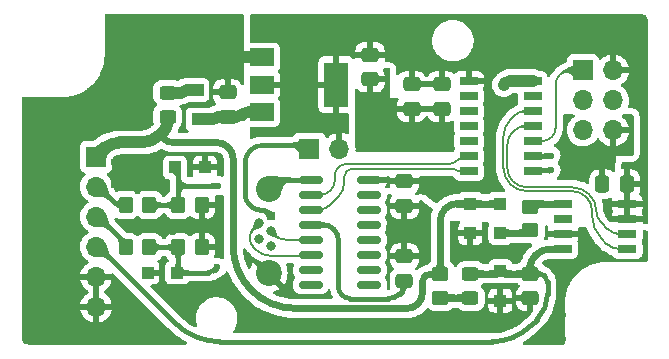
<source format=gbr>
%TF.GenerationSoftware,KiCad,Pcbnew,(6.0.2)*%
%TF.CreationDate,2022-08-24T15:21:41+12:00*%
%TF.ProjectId,Disco3_FBH,44697363-6f33-45f4-9642-482e6b696361,rev?*%
%TF.SameCoordinates,Original*%
%TF.FileFunction,Copper,L1,Top*%
%TF.FilePolarity,Positive*%
%FSLAX46Y46*%
G04 Gerber Fmt 4.6, Leading zero omitted, Abs format (unit mm)*
G04 Created by KiCad (PCBNEW (6.0.2)) date 2022-08-24 15:21:41*
%MOMM*%
%LPD*%
G01*
G04 APERTURE LIST*
G04 Aperture macros list*
%AMRoundRect*
0 Rectangle with rounded corners*
0 $1 Rounding radius*
0 $2 $3 $4 $5 $6 $7 $8 $9 X,Y pos of 4 corners*
0 Add a 4 corners polygon primitive as box body*
4,1,4,$2,$3,$4,$5,$6,$7,$8,$9,$2,$3,0*
0 Add four circle primitives for the rounded corners*
1,1,$1+$1,$2,$3*
1,1,$1+$1,$4,$5*
1,1,$1+$1,$6,$7*
1,1,$1+$1,$8,$9*
0 Add four rect primitives between the rounded corners*
20,1,$1+$1,$2,$3,$4,$5,0*
20,1,$1+$1,$4,$5,$6,$7,0*
20,1,$1+$1,$6,$7,$8,$9,0*
20,1,$1+$1,$8,$9,$2,$3,0*%
G04 Aperture macros list end*
%TA.AperFunction,SMDPad,CuDef*%
%ADD10RoundRect,0.250000X-0.450000X0.350000X-0.450000X-0.350000X0.450000X-0.350000X0.450000X0.350000X0*%
%TD*%
%TA.AperFunction,SMDPad,CuDef*%
%ADD11R,1.550000X0.650000*%
%TD*%
%TA.AperFunction,SMDPad,CuDef*%
%ADD12R,2.000000X1.500000*%
%TD*%
%TA.AperFunction,SMDPad,CuDef*%
%ADD13R,2.000000X3.800000*%
%TD*%
%TA.AperFunction,SMDPad,CuDef*%
%ADD14R,1.000000X1.000000*%
%TD*%
%TA.AperFunction,SMDPad,CuDef*%
%ADD15RoundRect,0.250000X-0.475000X0.337500X-0.475000X-0.337500X0.475000X-0.337500X0.475000X0.337500X0*%
%TD*%
%TA.AperFunction,ComponentPad*%
%ADD16R,0.800000X0.800000*%
%TD*%
%TA.AperFunction,ComponentPad*%
%ADD17C,0.800000*%
%TD*%
%TA.AperFunction,ComponentPad*%
%ADD18C,2.200000*%
%TD*%
%TA.AperFunction,SMDPad,CuDef*%
%ADD19R,1.500000X0.650000*%
%TD*%
%TA.AperFunction,SMDPad,CuDef*%
%ADD20RoundRect,0.250000X0.450000X-0.350000X0.450000X0.350000X-0.450000X0.350000X-0.450000X-0.350000X0*%
%TD*%
%TA.AperFunction,SMDPad,CuDef*%
%ADD21RoundRect,0.250000X0.350000X0.450000X-0.350000X0.450000X-0.350000X-0.450000X0.350000X-0.450000X0*%
%TD*%
%TA.AperFunction,SMDPad,CuDef*%
%ADD22RoundRect,0.250000X0.337500X0.475000X-0.337500X0.475000X-0.337500X-0.475000X0.337500X-0.475000X0*%
%TD*%
%TA.AperFunction,SMDPad,CuDef*%
%ADD23RoundRect,0.250000X0.450000X-0.325000X0.450000X0.325000X-0.450000X0.325000X-0.450000X-0.325000X0*%
%TD*%
%TA.AperFunction,ComponentPad*%
%ADD24R,1.700000X1.700000*%
%TD*%
%TA.AperFunction,ComponentPad*%
%ADD25O,1.700000X1.700000*%
%TD*%
%TA.AperFunction,SMDPad,CuDef*%
%ADD26RoundRect,0.150000X-0.825000X-0.150000X0.825000X-0.150000X0.825000X0.150000X-0.825000X0.150000X0*%
%TD*%
%TA.AperFunction,SMDPad,CuDef*%
%ADD27RoundRect,0.250000X0.475000X-0.337500X0.475000X0.337500X-0.475000X0.337500X-0.475000X-0.337500X0*%
%TD*%
%TA.AperFunction,SMDPad,CuDef*%
%ADD28RoundRect,0.250000X-0.350000X-0.450000X0.350000X-0.450000X0.350000X0.450000X-0.350000X0.450000X0*%
%TD*%
%TA.AperFunction,ViaPad*%
%ADD29C,0.900000*%
%TD*%
%TA.AperFunction,ViaPad*%
%ADD30C,0.600000*%
%TD*%
%TA.AperFunction,Conductor*%
%ADD31C,0.200000*%
%TD*%
%TA.AperFunction,Conductor*%
%ADD32C,0.600000*%
%TD*%
%TA.AperFunction,Conductor*%
%ADD33C,0.400000*%
%TD*%
%TA.AperFunction,Conductor*%
%ADD34C,1.000000*%
%TD*%
G04 APERTURE END LIST*
D10*
%TO.P,R6,1*%
%TO.N,+BATT*%
X152645000Y-97525000D03*
%TO.P,R6,2*%
%TO.N,Net-(D7-Pad1)*%
X152645000Y-99525000D03*
%TD*%
D11*
%TO.P,U3,1,VBB*%
%TO.N,Net-(R5-Pad2)*%
X163025000Y-91595000D03*
%TO.P,U3,2,NC*%
%TO.N,unconnected-(U3-Pad2)*%
X163025000Y-92865000D03*
%TO.P,U3,3,GND*%
%TO.N,GND*%
X163025000Y-94135000D03*
%TO.P,U3,4,ISO*%
%TO.N,WLINE*%
X163025000Y-95405000D03*
%TO.P,U3,5,TX*%
%TO.N,WLINE_TX*%
X168475000Y-95405000D03*
%TO.P,U3,6,RX*%
%TO.N,WLINE_RX*%
X168475000Y-94135000D03*
%TO.P,U3,7,VDD*%
%TO.N,+5V*%
X168475000Y-92865000D03*
%TO.P,U3,8,CEN*%
X168475000Y-91595000D03*
%TD*%
D12*
%TO.P,U1,1,GND*%
%TO.N,GND*%
X137530000Y-79190000D03*
D13*
%TO.P,U1,2,VO*%
%TO.N,+5V*%
X143830000Y-81490000D03*
D12*
X137530000Y-81490000D03*
%TO.P,U1,3,VI*%
%TO.N,/+BATT_FUSED*%
X137530000Y-83790000D03*
%TD*%
D14*
%TO.P,D2,1,K*%
%TO.N,LOW_BEAM_5V*%
X130195000Y-88500000D03*
%TO.P,D2,2,A*%
%TO.N,GND*%
X132695000Y-88500000D03*
%TD*%
D15*
%TO.P,C6,1*%
%TO.N,+5V*%
X149595000Y-89677500D03*
%TO.P,C6,2*%
%TO.N,GND*%
X149595000Y-91752500D03*
%TD*%
D14*
%TO.P,D6,1,K*%
%TO.N,WLINE*%
X157725000Y-97275000D03*
%TO.P,D6,2,A*%
%TO.N,GND*%
X157725000Y-99775000D03*
%TD*%
D15*
%TO.P,C4,1*%
%TO.N,+5V*%
X150210000Y-81462500D03*
%TO.P,C4,2*%
%TO.N,GND*%
X150210000Y-83537500D03*
%TD*%
D14*
%TO.P,D1,1,K*%
%TO.N,/+BATT_FUSED*%
X132080000Y-84435000D03*
%TO.P,D1,2,A*%
%TO.N,Net-(D1-Pad2)*%
X132080000Y-81935000D03*
%TD*%
D16*
%TO.P,J3,1,VCC*%
%TO.N,Net-(J3-Pad1)*%
X138320000Y-92590000D03*
D17*
%TO.P,J3,2,D-*%
%TO.N,USB_D-*%
X137320000Y-93240000D03*
%TO.P,J3,3,D+*%
%TO.N,USB_D+*%
X138320000Y-93890000D03*
%TO.P,J3,4,ID*%
%TO.N,unconnected-(J3-Pad4)*%
X137320000Y-94540000D03*
%TO.P,J3,5,GND*%
%TO.N,GND*%
X138320000Y-95190000D03*
D18*
%TO.P,J3,6,Shield1*%
X138100000Y-90315000D03*
%TO.P,J3,7,Shield2*%
X138100000Y-97465000D03*
%TD*%
D19*
%TO.P,U2,1,VDD*%
%TO.N,+5V*%
X155050000Y-81190000D03*
%TO.P,U2,2,PA4*%
%TO.N,unconnected-(U2-Pad2)*%
X155050000Y-82460000D03*
%TO.P,U2,3,PA5*%
%TO.N,unconnected-(U2-Pad3)*%
X155050000Y-83730000D03*
%TO.P,U2,4,PA6*%
%TO.N,unconnected-(U2-Pad4)*%
X155050000Y-85000000D03*
%TO.P,U2,5,PA7*%
%TO.N,unconnected-(U2-Pad5)*%
X155050000Y-86270000D03*
%TO.P,U2,6,(TOSC1)_PB3*%
%TO.N,SERIAL_DATA_TX*%
X155050000Y-87540000D03*
%TO.P,U2,7,(TOSC2)_PB2*%
%TO.N,SERIAL_DATA_RX*%
X155050000Y-88810000D03*
%TO.P,U2,8,PB1*%
%TO.N,IGNITION_5V*%
X160450000Y-88810000D03*
%TO.P,U2,9,PB0*%
%TO.N,LOW_BEAM_5V*%
X160450000Y-87540000D03*
%TO.P,U2,10,PA0_(UPDI/~{RESET})*%
%TO.N,UPDI_DATA*%
X160450000Y-86270000D03*
%TO.P,U2,11,PA1*%
%TO.N,WLINE_RX*%
X160450000Y-85000000D03*
%TO.P,U2,12,PA2*%
%TO.N,WLINE_TX*%
X160450000Y-83730000D03*
%TO.P,U2,13,PA3_(EXTCLK)*%
%TO.N,unconnected-(U2-Pad13)*%
X160450000Y-82460000D03*
%TO.P,U2,14,GND*%
%TO.N,GND*%
X160450000Y-81190000D03*
%TD*%
D20*
%TO.P,R5,1*%
%TO.N,Net-(D4-Pad1)*%
X160265000Y-93810000D03*
%TO.P,R5,2*%
%TO.N,Net-(R5-Pad2)*%
X160265000Y-91810000D03*
%TD*%
D21*
%TO.P,R4,1*%
%TO.N,GND*%
X132445000Y-95250000D03*
%TO.P,R4,2*%
%TO.N,IGNITION_5V*%
X130445000Y-95250000D03*
%TD*%
D22*
%TO.P,C5,1*%
%TO.N,+5V*%
X168437500Y-89900000D03*
%TO.P,C5,2*%
%TO.N,GND*%
X166362500Y-89900000D03*
%TD*%
D23*
%TO.P,F1,1*%
%TO.N,+BATT*%
X129540000Y-84210000D03*
%TO.P,F1,2*%
%TO.N,Net-(D1-Pad2)*%
X129540000Y-82160000D03*
%TD*%
D24*
%TO.P,J2,1,Pin_1*%
%TO.N,+BATT*%
X123500000Y-87590000D03*
D25*
%TO.P,J2,2,Pin_2*%
%TO.N,LOW_BEAM*%
X123500000Y-90130000D03*
%TO.P,J2,3,Pin_3*%
%TO.N,IGNITION*%
X123500000Y-92670000D03*
%TO.P,J2,4,Pin_4*%
%TO.N,WLINE*%
X123500000Y-95210000D03*
%TO.P,J2,5,Pin_5*%
%TO.N,GND*%
X123500000Y-97750000D03*
%TO.P,J2,6,Pin_6*%
X123500000Y-100290000D03*
%TD*%
D14*
%TO.P,D5,1,K*%
%TO.N,+BATT*%
X155185000Y-91560000D03*
%TO.P,D5,2,A*%
%TO.N,GND*%
X155185000Y-94060000D03*
%TD*%
D23*
%TO.P,D7,1,K*%
%TO.N,Net-(D7-Pad1)*%
X155185000Y-99550000D03*
%TO.P,D7,2,A*%
%TO.N,WLINE*%
X155185000Y-97500000D03*
%TD*%
D15*
%TO.P,C2,1*%
%TO.N,+5V*%
X146685000Y-78972500D03*
%TO.P,C2,2*%
%TO.N,GND*%
X146685000Y-81047500D03*
%TD*%
D14*
%TO.P,D4,1,K*%
%TO.N,Net-(D4-Pad1)*%
X157725000Y-94060000D03*
%TO.P,D4,2,A*%
%TO.N,+BATT*%
X157725000Y-91560000D03*
%TD*%
D15*
%TO.P,C3,1*%
%TO.N,+5V*%
X152750000Y-81462500D03*
%TO.P,C3,2*%
%TO.N,GND*%
X152750000Y-83537500D03*
%TD*%
D24*
%TO.P,J1,1,DATA*%
%TO.N,UPDI_DATA*%
X164725000Y-80275000D03*
D25*
%TO.P,J1,2,VCC*%
%TO.N,+5V*%
X167265000Y-80275000D03*
%TO.P,J1,3,NC*%
%TO.N,unconnected-(J1-Pad3)*%
X164725000Y-82815000D03*
%TO.P,J1,4,NC*%
%TO.N,unconnected-(J1-Pad4)*%
X167265000Y-82815000D03*
%TO.P,J1,5,NC*%
%TO.N,unconnected-(J1-Pad5)*%
X164725000Y-85355000D03*
%TO.P,J1,6,GND*%
%TO.N,GND*%
X167265000Y-85355000D03*
%TD*%
D21*
%TO.P,R3,1*%
%TO.N,GND*%
X132445000Y-91675000D03*
%TO.P,R3,2*%
%TO.N,LOW_BEAM_5V*%
X130445000Y-91675000D03*
%TD*%
D26*
%TO.P,U4,1,GND*%
%TO.N,GND*%
X141670000Y-89535000D03*
%TO.P,U4,2,TXD*%
%TO.N,SERIAL_DATA_TX*%
X141670000Y-90805000D03*
%TO.P,U4,3,RXD*%
%TO.N,SERIAL_DATA_RX*%
X141670000Y-92075000D03*
%TO.P,U4,4,V3*%
%TO.N,Net-(C7-Pad1)*%
X141670000Y-93345000D03*
%TO.P,U4,5,UD+*%
%TO.N,USB_D+*%
X141670000Y-94615000D03*
%TO.P,U4,6,UD-*%
%TO.N,USB_D-*%
X141670000Y-95885000D03*
%TO.P,U4,7,NC*%
%TO.N,unconnected-(U4-Pad7)*%
X141670000Y-97155000D03*
%TO.P,U4,8,NC*%
%TO.N,unconnected-(U4-Pad8)*%
X141670000Y-98425000D03*
%TO.P,U4,9,~{CTS}*%
%TO.N,unconnected-(U4-Pad9)*%
X146620000Y-98425000D03*
%TO.P,U4,10,~{DSR}*%
%TO.N,unconnected-(U4-Pad10)*%
X146620000Y-97155000D03*
%TO.P,U4,11,~{RI}*%
%TO.N,unconnected-(U4-Pad11)*%
X146620000Y-95885000D03*
%TO.P,U4,12,~{DCD}*%
%TO.N,unconnected-(U4-Pad12)*%
X146620000Y-94615000D03*
%TO.P,U4,13,~{DTR}*%
%TO.N,unconnected-(U4-Pad13)*%
X146620000Y-93345000D03*
%TO.P,U4,14,~{RTS}*%
%TO.N,unconnected-(U4-Pad14)*%
X146620000Y-92075000D03*
%TO.P,U4,15,R232*%
%TO.N,unconnected-(U4-Pad15)*%
X146620000Y-90805000D03*
%TO.P,U4,16,VCC*%
%TO.N,+5V*%
X146620000Y-89535000D03*
%TD*%
D15*
%TO.P,C8,1*%
%TO.N,WLINE*%
X160265000Y-97487500D03*
%TO.P,C8,2*%
%TO.N,GND*%
X160265000Y-99562500D03*
%TD*%
D27*
%TO.P,C1,1*%
%TO.N,/+BATT_FUSED*%
X134620000Y-84222500D03*
%TO.P,C1,2*%
%TO.N,GND*%
X134620000Y-82147500D03*
%TD*%
D28*
%TO.P,R2,1*%
%TO.N,IGNITION*%
X126000000Y-95250000D03*
%TO.P,R2,2*%
%TO.N,IGNITION_5V*%
X128000000Y-95250000D03*
%TD*%
D27*
%TO.P,C7,1*%
%TO.N,Net-(C7-Pad1)*%
X149595000Y-98102500D03*
%TO.P,C7,2*%
%TO.N,GND*%
X149595000Y-96027500D03*
%TD*%
D14*
%TO.P,D3,1,K*%
%TO.N,IGNITION_5V*%
X130350000Y-97400000D03*
%TO.P,D3,2,A*%
%TO.N,GND*%
X127850000Y-97400000D03*
%TD*%
D28*
%TO.P,R1,1*%
%TO.N,LOW_BEAM*%
X126000000Y-91675000D03*
%TO.P,R1,2*%
%TO.N,LOW_BEAM_5V*%
X128000000Y-91675000D03*
%TD*%
D24*
%TO.P,JP1,1,A*%
%TO.N,Net-(J3-Pad1)*%
X141560000Y-86900000D03*
D25*
%TO.P,JP1,2,B*%
%TO.N,+5V*%
X144100000Y-86900000D03*
%TD*%
D29*
%TO.N,GND*%
X163500000Y-89000000D03*
D30*
X122000000Y-103000000D03*
X121000000Y-86000000D03*
X128000000Y-89000000D03*
X129000000Y-76000000D03*
X119000000Y-94000000D03*
D29*
X146500000Y-83000000D03*
D30*
X121000000Y-84000000D03*
X126000000Y-99000000D03*
X120000000Y-89000000D03*
X135000000Y-78000000D03*
X154000000Y-102000000D03*
X125000000Y-98000000D03*
X118000000Y-103000000D03*
X122000000Y-83000000D03*
X144000000Y-102000000D03*
X154000000Y-94000000D03*
X121000000Y-102000000D03*
X157000000Y-101000000D03*
X148000000Y-102000000D03*
X163000000Y-101000000D03*
X130400000Y-99000000D03*
X132750000Y-93000000D03*
X123000000Y-82000000D03*
X119000000Y-86000000D03*
X129000000Y-102000000D03*
X128000000Y-83000000D03*
X131000000Y-76000000D03*
D29*
X148000000Y-83000000D03*
D30*
X135000000Y-76000000D03*
X158000000Y-102000000D03*
X122000000Y-99000000D03*
X130000000Y-94000000D03*
X125000000Y-90000000D03*
X125000000Y-80000000D03*
D29*
X151000000Y-93500000D03*
D30*
X118000000Y-89000000D03*
X134000000Y-88000000D03*
D29*
X158000000Y-81500000D03*
D30*
X150000000Y-102000000D03*
X122000000Y-89000000D03*
X155000000Y-101000000D03*
X118000000Y-97000000D03*
X124000000Y-81000000D03*
X163000000Y-99000000D03*
X118000000Y-83000000D03*
D29*
X165000000Y-87500000D03*
D30*
X133000000Y-80000000D03*
X118000000Y-101000000D03*
X118000000Y-85000000D03*
X127000000Y-82000000D03*
X123000000Y-102000000D03*
X163000000Y-97000000D03*
X128000000Y-101000000D03*
X163000000Y-103000000D03*
X130000000Y-103000000D03*
D29*
X148500000Y-93500000D03*
D30*
X131000000Y-80000000D03*
D29*
X163500000Y-87500000D03*
D30*
X127000000Y-102000000D03*
X154000000Y-96000000D03*
D29*
X146500000Y-84000000D03*
D30*
X159000000Y-101000000D03*
X124000000Y-83000000D03*
X120000000Y-103000000D03*
X127000000Y-100000000D03*
X126000000Y-85000000D03*
X128000000Y-81000000D03*
X119000000Y-84000000D03*
X162000000Y-102000000D03*
X129000000Y-93000000D03*
X126000000Y-83000000D03*
X124000000Y-103000000D03*
X126000000Y-89000000D03*
X122000000Y-85000000D03*
X125000000Y-84000000D03*
X161000000Y-103000000D03*
X126000000Y-103000000D03*
X126000000Y-101000000D03*
X120000000Y-85000000D03*
X156000000Y-102000000D03*
X126000000Y-81000000D03*
X121000000Y-94000000D03*
X133000000Y-76000000D03*
X131000000Y-100000000D03*
X142000000Y-102000000D03*
X166000000Y-96000000D03*
X152000000Y-102000000D03*
X165000000Y-95000000D03*
X123000000Y-84000000D03*
X118000000Y-99000000D03*
X120000000Y-83000000D03*
D29*
X148000000Y-84000000D03*
D30*
X119000000Y-102000000D03*
X127000000Y-80000000D03*
X140000000Y-102000000D03*
X127000000Y-84000000D03*
X125000000Y-76000000D03*
X146000000Y-102000000D03*
X132000000Y-99000000D03*
X125000000Y-88000000D03*
X120000000Y-99000000D03*
X125000000Y-82000000D03*
X127000000Y-76000000D03*
X153000000Y-101000000D03*
X129000000Y-90000000D03*
X138000000Y-102000000D03*
X125000000Y-102000000D03*
D29*
X165000000Y-89000000D03*
D30*
X127000000Y-88000000D03*
X125000000Y-100000000D03*
X128000000Y-103000000D03*
%TO.N,LOW_BEAM_5V*%
X133800000Y-90055000D03*
X162000000Y-87500000D03*
%TO.N,IGNITION_5V*%
X162000000Y-88750000D03*
X133755000Y-96955000D03*
%TD*%
D31*
%TO.N,WLINE_RX*%
X166771918Y-93690148D02*
X166314423Y-93232653D01*
X167845885Y-94135000D02*
X168475000Y-94135000D01*
X158300000Y-86621751D02*
X158300000Y-88511645D01*
X165230884Y-90769115D02*
X165338615Y-90876846D01*
X158774999Y-85474999D02*
X158825735Y-85424264D01*
X163792893Y-90173480D02*
X159961834Y-90173480D01*
X159850000Y-85000000D02*
X160450000Y-85000000D01*
X166771918Y-93690148D02*
G75*
G03*
X167845885Y-94135000I1073970J1073973D01*
G01*
X165230884Y-90769115D02*
G75*
G03*
X163792893Y-90173480I-1437989J-1437987D01*
G01*
X158825735Y-85424264D02*
G75*
G02*
X159850000Y-85000000I1024262J-1024260D01*
G01*
X158300000Y-88511645D02*
G75*
G03*
X158786740Y-89686740I1661833J-1D01*
G01*
X165338615Y-90876846D02*
G75*
G02*
X165826520Y-92054750I-1177908J-1177907D01*
G01*
X158300001Y-86621751D02*
G75*
G02*
X158775000Y-85475000I1621750J2D01*
G01*
X159961834Y-90173480D02*
G75*
G02*
X158786740Y-89686740I1J1661835D01*
G01*
X165826520Y-92054750D02*
G75*
G03*
X166314423Y-93232653I1665800J-3D01*
G01*
%TO.N,WLINE_TX*%
X163792893Y-90500000D02*
X159961832Y-90500000D01*
X165500000Y-92207106D02*
X165500000Y-92625000D01*
X157973480Y-85947565D02*
X157973480Y-88511646D01*
X159861250Y-83730000D02*
X160450000Y-83730000D01*
X158622989Y-84379509D02*
X158856190Y-84146309D01*
X166688309Y-94938309D02*
X166295495Y-94545495D01*
X167815000Y-95405000D02*
X168475000Y-95405000D01*
X159961832Y-90500000D02*
G75*
G02*
X158555855Y-89917624I1J1988351D01*
G01*
X158856190Y-84146309D02*
G75*
G02*
X159861250Y-83730000I1005058J-1005057D01*
G01*
X165000000Y-91000000D02*
G75*
G02*
X165500000Y-92207106I-1207108J-1207107D01*
G01*
X157973481Y-85947565D02*
G75*
G02*
X158622990Y-84379510I2217556J5D01*
G01*
X157973480Y-88511646D02*
G75*
G03*
X158555855Y-89917624I1988353J0D01*
G01*
X166688309Y-94938309D02*
G75*
G03*
X167815000Y-95405000I1126695J1126700D01*
G01*
X165500000Y-92625000D02*
G75*
G03*
X166295495Y-94545495I2715987J-1D01*
G01*
X163792893Y-90500000D02*
G75*
G02*
X165000000Y-91000000I2J-1707101D01*
G01*
D32*
%TO.N,WLINE*%
X157618750Y-97381250D02*
X157612500Y-97387500D01*
D33*
X123607500Y-95210000D02*
X123500000Y-95210000D01*
D32*
X159758750Y-97487500D02*
X158087760Y-97487500D01*
D33*
X161715000Y-98234359D02*
X161715000Y-99205000D01*
X160332500Y-101867500D02*
X160809903Y-101390096D01*
D32*
X161920893Y-95405000D02*
X163025000Y-95405000D01*
X160658328Y-95981671D02*
X160749999Y-95889999D01*
D33*
X134008963Y-103250000D02*
X156994849Y-103250000D01*
X160771250Y-97487500D02*
X160968140Y-97487500D01*
X123791013Y-95286013D02*
X130161207Y-101656207D01*
D32*
X157340900Y-97500000D02*
X155185000Y-97500000D01*
X160265000Y-96981250D02*
X160265000Y-96931250D01*
D33*
X159758750Y-97487500D02*
X160771250Y-97487500D01*
D32*
X160265000Y-96981250D02*
G75*
G02*
X159758750Y-97487500I-506253J3D01*
G01*
D33*
X156994849Y-103250000D02*
G75*
G03*
X160332500Y-101867500I-6J4720166D01*
G01*
X123607500Y-95210001D02*
G75*
G02*
X123791012Y-95286014I0J-259527D01*
G01*
X161496250Y-97706250D02*
G75*
G02*
X161715000Y-98234359I-528115J-528112D01*
G01*
X130161207Y-101656207D02*
G75*
G03*
X134008963Y-103250000I3847758J3847761D01*
G01*
D32*
X160658328Y-95981671D02*
G75*
G03*
X160265000Y-96931250I949571J-949575D01*
G01*
D33*
X160968140Y-97487500D02*
G75*
G02*
X161496250Y-97706250I1J-746858D01*
G01*
D32*
X157612500Y-97387500D02*
G75*
G02*
X157340900Y-97500000I-271601J271603D01*
G01*
X160749999Y-95889999D02*
G75*
G02*
X161920893Y-95405000I1170894J-1170897D01*
G01*
X157831250Y-97381250D02*
G75*
G03*
X158087760Y-97487500I256511J256512D01*
G01*
X157831250Y-97381250D02*
G75*
G03*
X157618750Y-97381250I-106250J-106247D01*
G01*
X160771250Y-97487500D02*
G75*
G02*
X160265000Y-96981250I1J506251D01*
G01*
D33*
X161714999Y-99205000D02*
G75*
G02*
X160809902Y-101390095I-3090203J5D01*
G01*
%TO.N,GND*%
X139431543Y-89535000D02*
X141670000Y-89535000D01*
X138490000Y-89925000D02*
X138100000Y-90315000D01*
D34*
X158000000Y-81500000D02*
X158155000Y-81345000D01*
X137530000Y-79190000D02*
X135190000Y-79190000D01*
X158529203Y-81190000D02*
X160450000Y-81190000D01*
D33*
X138490000Y-89925000D02*
G75*
G02*
X139431543Y-89535000I941539J-941532D01*
G01*
D34*
X158529203Y-81190000D02*
G75*
G03*
X158155000Y-81345000I-2J-529197D01*
G01*
D33*
%TO.N,Net-(C7-Pad1)*%
X149597500Y-98105000D02*
X149595000Y-98102500D01*
X142711134Y-93345000D02*
X141670000Y-93345000D01*
X144000000Y-98575735D02*
X144000000Y-94633865D01*
X148234314Y-99600000D02*
X145024264Y-99600000D01*
X149600000Y-98111035D02*
X149600000Y-98453750D01*
X149200000Y-99200000D02*
X149355164Y-99044835D01*
X149600000Y-98453750D02*
G75*
G02*
X149355164Y-99044835I-835921J1D01*
G01*
X144300000Y-99300000D02*
G75*
G02*
X144000000Y-98575735I724263J724264D01*
G01*
X143622500Y-93722500D02*
G75*
G03*
X142711134Y-93345000I-911367J-911369D01*
G01*
X149200000Y-99200000D02*
G75*
G02*
X148234314Y-99600000I-965689J965693D01*
G01*
X145024264Y-99599999D02*
G75*
G02*
X144300001Y-99299999I2J1024268D01*
G01*
X149600000Y-98111035D02*
G75*
G03*
X149597500Y-98105000I-8533J0D01*
G01*
X143622500Y-93722500D02*
G75*
G02*
X144000000Y-94633865I-911371J-911368D01*
G01*
D34*
%TO.N,+BATT*%
X125557063Y-86385000D02*
X127329296Y-86385000D01*
D32*
X151115000Y-99160666D02*
X151115000Y-98207842D01*
D34*
X124102500Y-86987500D02*
X123500000Y-87590000D01*
D32*
X135100000Y-95174571D02*
X135100000Y-87776292D01*
X154070434Y-91560000D02*
X155185000Y-91560000D01*
D34*
X129540000Y-84650000D02*
X129540000Y-84210000D01*
D32*
X129997851Y-86385000D02*
X133708707Y-86385000D01*
D34*
X129228873Y-85401126D02*
X128892500Y-85737500D01*
D32*
X128892500Y-85737500D02*
X129216250Y-86061250D01*
X155185000Y-91560000D02*
X157725000Y-91560000D01*
X151797842Y-97525000D02*
X152645000Y-97525000D01*
X149849146Y-100426520D02*
X140351948Y-100426520D01*
X152645000Y-92985434D02*
X152645000Y-97525000D01*
X151115001Y-98207842D02*
G75*
G02*
X151315001Y-97725001I682833J3D01*
G01*
X150744240Y-100055760D02*
G75*
G03*
X151115000Y-99160666I-895103J895098D01*
G01*
X136638260Y-98888260D02*
G75*
G02*
X135100000Y-95174571I3713682J3713685D01*
G01*
D34*
X128892500Y-85737500D02*
G75*
G02*
X127329296Y-86385000I-1563205J1563207D01*
G01*
D32*
X153062500Y-91977500D02*
G75*
G02*
X154070434Y-91560000I1007931J-1007926D01*
G01*
D34*
X129228873Y-85401126D02*
G75*
G03*
X129540000Y-84650000I-751135J751130D01*
G01*
D32*
X151797842Y-97525001D02*
G75*
G03*
X151315001Y-97725001I-3J-682833D01*
G01*
D34*
X124102500Y-86987500D02*
G75*
G02*
X125557063Y-86385000I1454560J-1454554D01*
G01*
D32*
X129216250Y-86061250D02*
G75*
G03*
X129997851Y-86385000I781600J781599D01*
G01*
X134692500Y-86792500D02*
G75*
G02*
X135100000Y-87776292I-983791J-983792D01*
G01*
X140351948Y-100426519D02*
G75*
G02*
X136638261Y-98888259I0J5251947D01*
G01*
X133708707Y-86385001D02*
G75*
G02*
X134692499Y-86792501I4J-1391284D01*
G01*
X153062500Y-91977500D02*
G75*
G03*
X152645000Y-92985434I1007926J-1007931D01*
G01*
X150744240Y-100055760D02*
G75*
G02*
X149849146Y-100426520I-895098J895103D01*
G01*
D34*
%TO.N,Net-(D1-Pad2)*%
X131224099Y-81935000D02*
X132080000Y-81935000D01*
X130680900Y-82160000D02*
X129540000Y-82160000D01*
X131224099Y-81935001D02*
G75*
G03*
X130952501Y-82047501I-5J-384086D01*
G01*
X130952500Y-82047500D02*
G75*
G02*
X130680900Y-82160000I-271601J271603D01*
G01*
D31*
%TO.N,UPDI_DATA*%
X161256238Y-86270000D02*
X160450000Y-86270000D01*
X163637652Y-80275000D02*
X164725000Y-80275000D01*
X162400000Y-81512652D02*
X162400000Y-85126238D01*
X161256238Y-86269999D02*
G75*
G03*
X162064999Y-85934999I-3J1143769D01*
G01*
X162762500Y-80637500D02*
G75*
G03*
X162400000Y-81512652I875143J-875149D01*
G01*
X162399999Y-85126238D02*
G75*
G02*
X162064999Y-85934999I-1143769J3D01*
G01*
X163637652Y-80275000D02*
G75*
G03*
X162762500Y-80637500I-3J-1237643D01*
G01*
D33*
%TO.N,LOW_BEAM_5V*%
X130445000Y-90707500D02*
X130445000Y-91675000D01*
X130445000Y-91675000D02*
X128000000Y-91675000D01*
X160518284Y-87500000D02*
X162000000Y-87500000D01*
X130445000Y-90707500D02*
X130445000Y-89402500D01*
X160470000Y-87520000D02*
X160450000Y-87540000D01*
X133800000Y-90055000D02*
X131097500Y-90055000D01*
X130320000Y-88625000D02*
X130195000Y-88500000D01*
X130445000Y-88926776D02*
X130445000Y-89402500D01*
X160470000Y-87520000D02*
G75*
G02*
X160518284Y-87500000I48278J-48270D01*
G01*
X130445000Y-88926776D02*
G75*
G03*
X130320000Y-88625000I-426781J-3D01*
G01*
X131097500Y-90055000D02*
G75*
G02*
X130445000Y-89402500I-1J652499D01*
G01*
X131097500Y-90055000D02*
G75*
G03*
X130445000Y-90707500I-3J-652497D01*
G01*
%TO.N,IGNITION_5V*%
X132995337Y-97400000D02*
X130445000Y-97400000D01*
X162000000Y-88750000D02*
X160552426Y-88750000D01*
X160480000Y-88780000D02*
X160450000Y-88810000D01*
X130445000Y-95250000D02*
X128000000Y-95250000D01*
X133755000Y-96955000D02*
X133532500Y-97177500D01*
X130445000Y-95250000D02*
X130445000Y-97400000D01*
X160552426Y-88750001D02*
G75*
G03*
X160480001Y-88780001I-4J-102415D01*
G01*
X133532500Y-97177500D02*
G75*
G02*
X132995337Y-97400000I-537165J537167D01*
G01*
D31*
%TO.N,SERIAL_DATA_RX*%
X143368709Y-91631290D02*
X143969669Y-91030330D01*
X153701507Y-88600000D02*
X145182842Y-88600000D01*
X144500000Y-89282842D02*
X144500000Y-89750000D01*
X142297500Y-92075000D02*
X141670000Y-92075000D01*
X154208492Y-88810000D02*
X155050000Y-88810000D01*
X144500000Y-89750000D02*
G75*
G02*
X143969669Y-91030330I-1810666J4D01*
G01*
X153955000Y-88705000D02*
G75*
G03*
X153701507Y-88600000I-253491J-253489D01*
G01*
X144700000Y-88800000D02*
G75*
G02*
X145182842Y-88600000I482839J-482834D01*
G01*
X144700000Y-88800000D02*
G75*
G03*
X144500000Y-89282842I482834J-482839D01*
G01*
X153955000Y-88705000D02*
G75*
G03*
X154208492Y-88810000I253494J253495D01*
G01*
X142297500Y-92074999D02*
G75*
G03*
X143368708Y-91631289I-3J1514923D01*
G01*
%TO.N,SERIAL_DATA_TX*%
X153333309Y-88200000D02*
X144724264Y-88200000D01*
X143700000Y-89601489D02*
X143700000Y-89224264D01*
X154251403Y-87748596D02*
X154129999Y-87869999D01*
X154755000Y-87540000D02*
X155050000Y-87540000D01*
X142496489Y-90805000D02*
X141670000Y-90805000D01*
X154129999Y-87869999D02*
G75*
G02*
X153333309Y-88200000I-796694J796695D01*
G01*
X154755000Y-87540000D02*
G75*
G03*
X154251403Y-87748596I-2J-712190D01*
G01*
X143347500Y-90452500D02*
G75*
G03*
X143700000Y-89601489I-851018J851014D01*
G01*
X143347500Y-90452500D02*
G75*
G02*
X142496489Y-90805000I-851014J851018D01*
G01*
X144724264Y-88200000D02*
G75*
G03*
X144000000Y-88500000I-2J-1024258D01*
G01*
X144000000Y-88500000D02*
G75*
G03*
X143700000Y-89224264I724258J-724262D01*
G01*
D32*
%TO.N,Net-(D4-Pad1)*%
X160140000Y-93935000D02*
X160265000Y-93810000D01*
X159838223Y-94060000D02*
X157725000Y-94060000D01*
X159838223Y-94060000D02*
G75*
G03*
X160140000Y-93935000I-4J426786D01*
G01*
D31*
%TO.N,USB_D+*%
X139557652Y-94615000D02*
X141670000Y-94615000D01*
X138682500Y-94252500D02*
X138320000Y-93890000D01*
X138682500Y-94252500D02*
G75*
G03*
X139557652Y-94615000I875153J875154D01*
G01*
%TO.N,USB_D-*%
X136806888Y-93753111D02*
X137320000Y-93240000D01*
X141612500Y-95942500D02*
X141670000Y-95885000D01*
X137035994Y-95464005D02*
X136806888Y-95234899D01*
X141473682Y-96000000D02*
X138329999Y-96000000D01*
X136806888Y-95234899D02*
G75*
G02*
X136500000Y-94494005I740888J740891D01*
G01*
X141473682Y-95999999D02*
G75*
G03*
X141612500Y-95942500I-2J196324D01*
G01*
X136500001Y-94494005D02*
G75*
G02*
X136806889Y-93753112I1047775J3D01*
G01*
X138329999Y-95999999D02*
G75*
G02*
X137035995Y-95464004I1J1830000D01*
G01*
D32*
%TO.N,Net-(D7-Pad1)*%
X152657500Y-99537500D02*
X152645000Y-99525000D01*
X152687677Y-99550000D02*
X155185000Y-99550000D01*
X152657500Y-99537500D02*
G75*
G03*
X152687677Y-99550000I30178J30179D01*
G01*
D33*
%TO.N,LOW_BEAM*%
X123607500Y-90130000D02*
X123500000Y-90130000D01*
X125630000Y-91675000D02*
X126000000Y-91675000D01*
X123791013Y-90206013D02*
X124998370Y-91413370D01*
X123607500Y-90130001D02*
G75*
G02*
X123791012Y-90206014I0J-259527D01*
G01*
X124998370Y-91413370D02*
G75*
G03*
X125630000Y-91675000I631632J631634D01*
G01*
%TO.N,Net-(J3-Pad1)*%
X136100000Y-90734314D02*
X136100000Y-88136396D01*
X138045000Y-92345000D02*
X138279393Y-92579393D01*
X137350000Y-92100000D02*
X137453517Y-92100000D01*
X137636396Y-86600000D02*
X141560000Y-86600000D01*
X136581801Y-91781801D02*
X136500000Y-91700000D01*
X138310000Y-92590000D02*
X138305000Y-92590000D01*
X138320000Y-92580000D02*
X138320000Y-92570000D01*
X137636396Y-86600000D02*
G75*
G03*
X136550000Y-87050000I-2J-1536390D01*
G01*
X138045000Y-92345000D02*
G75*
G03*
X137453517Y-92100000I-591482J-591480D01*
G01*
X138279393Y-92579393D02*
G75*
G03*
X138305000Y-92590000I25607J25607D01*
G01*
X136581801Y-91781801D02*
G75*
G03*
X137350000Y-92100000I768201J768203D01*
G01*
X136100000Y-88136396D02*
G75*
G02*
X136550000Y-87050000I1536390J2D01*
G01*
X136500000Y-91700000D02*
G75*
G02*
X136100000Y-90734314I965682J965684D01*
G01*
X138320000Y-92580000D02*
G75*
G02*
X138310000Y-92590000I-10000J0D01*
G01*
%TO.N,IGNITION*%
X125895701Y-94850701D02*
X123791013Y-92746013D01*
X126000000Y-95102500D02*
X126000000Y-95250000D01*
X123607500Y-92670000D02*
X123500000Y-92670000D01*
X123791013Y-92746013D02*
G75*
G03*
X123607500Y-92670000I-183513J-183515D01*
G01*
X125895701Y-94850701D02*
G75*
G02*
X126000000Y-95102500I-251803J-251801D01*
G01*
D32*
%TO.N,Net-(R5-Pad2)*%
X160372500Y-91702500D02*
X160265000Y-91810000D01*
X160632027Y-91595000D02*
X163025000Y-91595000D01*
X160372500Y-91702500D02*
G75*
G02*
X160632027Y-91595000I259526J-259522D01*
G01*
D34*
%TO.N,/+BATT_FUSED*%
X133314739Y-84435000D02*
X132080000Y-84435000D01*
X134620000Y-84222500D02*
X133827760Y-84222500D01*
X134620000Y-84222500D02*
X135371676Y-84222500D01*
X136415823Y-83790000D02*
X137530000Y-83790000D01*
X135893750Y-84006250D02*
G75*
G02*
X135371676Y-84222500I-522077J522081D01*
G01*
X133314739Y-84435000D02*
G75*
G03*
X133571250Y-84328750I-4J362771D01*
G01*
X135893750Y-84006250D02*
G75*
G02*
X136415823Y-83790000I522070J-522066D01*
G01*
X133827760Y-84222501D02*
G75*
G03*
X133571251Y-84328751I-4J-362750D01*
G01*
%TD*%
%TA.AperFunction,Conductor*%
%TO.N,LOW_BEAM_5V*%
G36*
X130083564Y-88287505D02*
G01*
X130687022Y-88499371D01*
X130693692Y-88505344D01*
X130694843Y-88510620D01*
X130693229Y-88600093D01*
X130693218Y-88600423D01*
X130689220Y-88686724D01*
X130689203Y-88687024D01*
X130683533Y-88765662D01*
X130683515Y-88765880D01*
X130676740Y-88840419D01*
X130669427Y-88914496D01*
X130662160Y-88991600D01*
X130655511Y-89075341D01*
X130650053Y-89169331D01*
X130650051Y-89169402D01*
X130647044Y-89257171D01*
X130646358Y-89277180D01*
X130646357Y-89277242D01*
X130646357Y-89277255D01*
X130645125Y-89390927D01*
X130641609Y-89399162D01*
X130633426Y-89402500D01*
X130256205Y-89402500D01*
X130247932Y-89399073D01*
X130244516Y-89391306D01*
X130241634Y-89324718D01*
X130241621Y-89324411D01*
X130231648Y-89256812D01*
X130215323Y-89198357D01*
X130192891Y-89147702D01*
X130164593Y-89103501D01*
X130164313Y-89103178D01*
X130130913Y-89064684D01*
X130130909Y-89064680D01*
X130130673Y-89064408D01*
X130091375Y-89029080D01*
X130091164Y-89028924D01*
X130091157Y-89028918D01*
X130047097Y-88996285D01*
X130046942Y-88996170D01*
X129997617Y-88964334D01*
X129950729Y-88936441D01*
X129945371Y-88929266D01*
X129945229Y-88924137D01*
X130068212Y-88296297D01*
X130073165Y-88288837D01*
X130081943Y-88287064D01*
X130083564Y-88287505D01*
G37*
%TD.AperFunction*%
%TD*%
%TA.AperFunction,Conductor*%
%TO.N,WLINE*%
G36*
X155442970Y-96986051D02*
G01*
X155527802Y-97027118D01*
X155527856Y-97027144D01*
X155610263Y-97066044D01*
X155686304Y-97099448D01*
X155759428Y-97127600D01*
X155759590Y-97127651D01*
X155759596Y-97127653D01*
X155793817Y-97138407D01*
X155833083Y-97150746D01*
X155910716Y-97169133D01*
X155995776Y-97183006D01*
X155995967Y-97183025D01*
X155995966Y-97183025D01*
X156091588Y-97192599D01*
X156091605Y-97192600D01*
X156091712Y-97192611D01*
X156091822Y-97192617D01*
X156091841Y-97192618D01*
X156201850Y-97198187D01*
X156201855Y-97198187D01*
X156201970Y-97198193D01*
X156202066Y-97198194D01*
X156202085Y-97198195D01*
X156278596Y-97199274D01*
X156318465Y-97199837D01*
X156326689Y-97203380D01*
X156330000Y-97211536D01*
X156330000Y-97788464D01*
X156326573Y-97796737D01*
X156318466Y-97800163D01*
X156268273Y-97800871D01*
X156202085Y-97801804D01*
X156202066Y-97801805D01*
X156201970Y-97801806D01*
X156201855Y-97801812D01*
X156201850Y-97801812D01*
X156091841Y-97807381D01*
X156091822Y-97807382D01*
X156091712Y-97807388D01*
X156091605Y-97807399D01*
X156091588Y-97807400D01*
X156000903Y-97816480D01*
X155995776Y-97816993D01*
X155910716Y-97830866D01*
X155833083Y-97849253D01*
X155793817Y-97861592D01*
X155759596Y-97872346D01*
X155759590Y-97872348D01*
X155759428Y-97872399D01*
X155686304Y-97900551D01*
X155610263Y-97933955D01*
X155527856Y-97972855D01*
X155527811Y-97972877D01*
X155527802Y-97972881D01*
X155442970Y-98013949D01*
X155434030Y-98014469D01*
X155429762Y-98011851D01*
X154906269Y-97508433D01*
X154902681Y-97500229D01*
X154906269Y-97491567D01*
X155429762Y-96988149D01*
X155438101Y-96984884D01*
X155442970Y-96986051D01*
G37*
%TD.AperFunction*%
%TD*%
%TA.AperFunction,Conductor*%
%TO.N,WLINE_RX*%
G36*
X168339283Y-93848219D02*
G01*
X168532576Y-94034099D01*
X168628731Y-94126567D01*
X168632319Y-94134771D01*
X168628731Y-94143433D01*
X168546590Y-94222424D01*
X168339111Y-94421946D01*
X168330772Y-94425211D01*
X168326070Y-94424123D01*
X168307177Y-94415342D01*
X168240765Y-94384477D01*
X168159854Y-94350687D01*
X168159689Y-94350627D01*
X168087165Y-94324395D01*
X168087160Y-94324393D01*
X168087018Y-94324342D01*
X168042246Y-94310788D01*
X168018804Y-94303691D01*
X168018795Y-94303689D01*
X168018671Y-94303651D01*
X167951228Y-94286827D01*
X167951170Y-94286815D01*
X167951158Y-94286812D01*
X167881175Y-94272094D01*
X167881141Y-94272087D01*
X167881106Y-94272080D01*
X167804720Y-94257620D01*
X167718483Y-94241659D01*
X167618850Y-94222415D01*
X167618773Y-94222400D01*
X167570950Y-94212428D01*
X167513675Y-94200486D01*
X167506275Y-94195442D01*
X167504630Y-94186548D01*
X167542183Y-94013736D01*
X167547288Y-94006379D01*
X167555756Y-94004717D01*
X167653646Y-94022932D01*
X167653658Y-94022934D01*
X167653869Y-94022973D01*
X167654093Y-94022997D01*
X167654104Y-94022999D01*
X167747595Y-94033176D01*
X167747880Y-94033207D01*
X167829817Y-94034099D01*
X167902870Y-94026408D01*
X167903218Y-94026328D01*
X167903223Y-94026327D01*
X167929452Y-94020285D01*
X167970231Y-94010892D01*
X167970524Y-94010790D01*
X167970531Y-94010788D01*
X168014897Y-93995342D01*
X168035091Y-93988311D01*
X168035304Y-93988217D01*
X168035312Y-93988214D01*
X168062229Y-93976351D01*
X168100641Y-93959423D01*
X168170071Y-93924986D01*
X168246537Y-93885776D01*
X168246644Y-93885722D01*
X168325953Y-93846181D01*
X168334886Y-93845557D01*
X168339283Y-93848219D01*
G37*
%TD.AperFunction*%
%TD*%
%TA.AperFunction,Conductor*%
%TO.N,IGNITION*%
G36*
X125472635Y-94144373D02*
G01*
X125576444Y-94242926D01*
X125576453Y-94242934D01*
X125576571Y-94243046D01*
X125676753Y-94327523D01*
X125767707Y-94394759D01*
X125852227Y-94449559D01*
X125852333Y-94449621D01*
X125852343Y-94449627D01*
X125933030Y-94496682D01*
X125933054Y-94496695D01*
X125933108Y-94496727D01*
X125994023Y-94530476D01*
X126013059Y-94541022D01*
X126013144Y-94541069D01*
X126094952Y-94587288D01*
X126095307Y-94587497D01*
X126181601Y-94640335D01*
X126182111Y-94640666D01*
X126275845Y-94704992D01*
X126276393Y-94705392D01*
X126312190Y-94733141D01*
X126374090Y-94781124D01*
X126378528Y-94788900D01*
X126377976Y-94794199D01*
X126223951Y-95238798D01*
X126129685Y-95510898D01*
X126123739Y-95517594D01*
X126114371Y-95517965D01*
X125759205Y-95379150D01*
X125407830Y-95241817D01*
X125401373Y-95235615D01*
X125400397Y-95230509D01*
X125403711Y-95136490D01*
X125403721Y-95136267D01*
X125408741Y-95043979D01*
X125408741Y-95043977D01*
X125412523Y-94959685D01*
X125412523Y-94959677D01*
X125412529Y-94959547D01*
X125412426Y-94881032D01*
X125405778Y-94806383D01*
X125389934Y-94733551D01*
X125379110Y-94704992D01*
X125362394Y-94660892D01*
X125362392Y-94660888D01*
X125362239Y-94660484D01*
X125320042Y-94585131D01*
X125260687Y-94505442D01*
X125189118Y-94427625D01*
X125186041Y-94419217D01*
X125189458Y-94411433D01*
X125456306Y-94144585D01*
X125464579Y-94141158D01*
X125472635Y-94144373D01*
G37*
%TD.AperFunction*%
%TD*%
%TA.AperFunction,Conductor*%
%TO.N,WLINE*%
G36*
X160775883Y-97154696D02*
G01*
X160775884Y-97154697D01*
X160776463Y-97155054D01*
X160776464Y-97155055D01*
X160867535Y-97211239D01*
X160867541Y-97211242D01*
X160867912Y-97211471D01*
X160868321Y-97211644D01*
X160957881Y-97249548D01*
X160957889Y-97249551D01*
X160958180Y-97249674D01*
X160958484Y-97249764D01*
X160958491Y-97249766D01*
X161000743Y-97262205D01*
X161047852Y-97276074D01*
X161109726Y-97290725D01*
X161138043Y-97297430D01*
X161138117Y-97297448D01*
X161229655Y-97320441D01*
X161230467Y-97320678D01*
X161281830Y-97337790D01*
X161324247Y-97351922D01*
X161325559Y-97352449D01*
X161423084Y-97398662D01*
X161424531Y-97399478D01*
X161527294Y-97467481D01*
X161528587Y-97468473D01*
X161629161Y-97557400D01*
X161633089Y-97565447D01*
X161629674Y-97574448D01*
X161362844Y-97840622D01*
X161354567Y-97844039D01*
X161347107Y-97841340D01*
X161346243Y-97840622D01*
X161267695Y-97775402D01*
X161184341Y-97734846D01*
X161183492Y-97734709D01*
X161183489Y-97734708D01*
X161122533Y-97724864D01*
X161103994Y-97721870D01*
X161103161Y-97721976D01*
X161103160Y-97721976D01*
X161026053Y-97731784D01*
X161026052Y-97731784D01*
X161025409Y-97731866D01*
X160947338Y-97760227D01*
X160868536Y-97802345D01*
X160787755Y-97853614D01*
X160703846Y-97909363D01*
X160703654Y-97909487D01*
X160658601Y-97937875D01*
X160615596Y-97964971D01*
X160614936Y-97965357D01*
X160528605Y-98012172D01*
X160519699Y-98013103D01*
X160514919Y-98010321D01*
X159971250Y-97487500D01*
X160680935Y-97072586D01*
X160775883Y-97154696D01*
G37*
%TD.AperFunction*%
%TD*%
%TA.AperFunction,Conductor*%
%TO.N,IGNITION_5V*%
G36*
X130647724Y-96531701D02*
G01*
X130655524Y-96634863D01*
X130667838Y-96723476D01*
X130684104Y-96801532D01*
X130703761Y-96873023D01*
X130726247Y-96941939D01*
X130751001Y-97012272D01*
X130777461Y-97088014D01*
X130805066Y-97173156D01*
X130833255Y-97271690D01*
X130332899Y-97623968D01*
X130331470Y-97624974D01*
X130331467Y-97624975D01*
X130312365Y-97638424D01*
X130303628Y-97640384D01*
X130295807Y-97635214D01*
X130215784Y-97511555D01*
X130126872Y-97374159D01*
X130060562Y-97271690D01*
X129954196Y-97107324D01*
X129952579Y-97098517D01*
X129954741Y-97093840D01*
X130003501Y-97030373D01*
X130003597Y-97030249D01*
X130017796Y-97012272D01*
X130052410Y-96968448D01*
X130096169Y-96911763D01*
X130134642Y-96857294D01*
X130167658Y-96802057D01*
X130195051Y-96743071D01*
X130216650Y-96677354D01*
X130232287Y-96601925D01*
X130241793Y-96513801D01*
X130244438Y-96428194D01*
X130244511Y-96425844D01*
X130244511Y-96425837D01*
X130244517Y-96425642D01*
X130244517Y-96425638D01*
X130245000Y-96410000D01*
X130645000Y-96410000D01*
X130647724Y-96531701D01*
G37*
%TD.AperFunction*%
%TD*%
%TA.AperFunction,Conductor*%
%TO.N,Net-(D7-Pad1)*%
G36*
X152935877Y-99000176D02*
G01*
X153023205Y-99047221D01*
X153107537Y-99091925D01*
X153107570Y-99091941D01*
X153107598Y-99091956D01*
X153185184Y-99130567D01*
X153185192Y-99130571D01*
X153185285Y-99130617D01*
X153214361Y-99143404D01*
X153259876Y-99163420D01*
X153259886Y-99163424D01*
X153260052Y-99163497D01*
X153290960Y-99174677D01*
X153335204Y-99190682D01*
X153335210Y-99190684D01*
X153335437Y-99190766D01*
X153415042Y-99212627D01*
X153415284Y-99212673D01*
X153502261Y-99229240D01*
X153502272Y-99229242D01*
X153502468Y-99229279D01*
X153601315Y-99240925D01*
X153601477Y-99240935D01*
X153601491Y-99240936D01*
X153659482Y-99244419D01*
X153715184Y-99247764D01*
X153715321Y-99247766D01*
X153715338Y-99247767D01*
X153836174Y-99249806D01*
X153844389Y-99253372D01*
X153847677Y-99261504D01*
X153847677Y-99838473D01*
X153844250Y-99846746D01*
X153836152Y-99850172D01*
X153767947Y-99851191D01*
X153710242Y-99852053D01*
X153592277Y-99858304D01*
X153592140Y-99858318D01*
X153592129Y-99858319D01*
X153529904Y-99864750D01*
X153489903Y-99868884D01*
X153435373Y-99877932D01*
X153399431Y-99883896D01*
X153399422Y-99883898D01*
X153399240Y-99883928D01*
X153399057Y-99883971D01*
X153399049Y-99883973D01*
X153316600Y-99903521D01*
X153316593Y-99903523D01*
X153316407Y-99903567D01*
X153237526Y-99927937D01*
X153237375Y-99927993D01*
X153158825Y-99957129D01*
X153158813Y-99957134D01*
X153158718Y-99957169D01*
X153076101Y-99991397D01*
X152985798Y-100030754D01*
X152891419Y-100072094D01*
X152882466Y-100072274D01*
X152878273Y-100069467D01*
X152841221Y-100030754D01*
X152665105Y-99846746D01*
X152353671Y-99521356D01*
X152350426Y-99513010D01*
X152354370Y-99504504D01*
X152638176Y-99253372D01*
X152922576Y-99001714D01*
X152931042Y-98998798D01*
X152935877Y-99000176D01*
G37*
%TD.AperFunction*%
%TD*%
%TA.AperFunction,Conductor*%
%TO.N,GND*%
G36*
X138327592Y-89218358D02*
G01*
X138327918Y-89218368D01*
X138521711Y-89227472D01*
X138522039Y-89227492D01*
X138636469Y-89236549D01*
X138691585Y-89240911D01*
X138691889Y-89240940D01*
X138846301Y-89257226D01*
X138846459Y-89257243D01*
X138995356Y-89275000D01*
X139147724Y-89292760D01*
X139312803Y-89309079D01*
X139499853Y-89322520D01*
X139718135Y-89331640D01*
X139965365Y-89334850D01*
X139973593Y-89338384D01*
X139976913Y-89346549D01*
X139976913Y-89724105D01*
X139973486Y-89732378D01*
X139966046Y-89735775D01*
X139858398Y-89743454D01*
X139805271Y-89747244D01*
X139804769Y-89747371D01*
X139804764Y-89747372D01*
X139726503Y-89767206D01*
X139665292Y-89782718D01*
X139601028Y-89815065D01*
X139553036Y-89839221D01*
X139553033Y-89839223D01*
X139552423Y-89839530D01*
X139462113Y-89915793D01*
X139389809Y-90009616D01*
X139330960Y-90119109D01*
X139281015Y-90242383D01*
X139235420Y-90377548D01*
X139235395Y-90377628D01*
X139235382Y-90377667D01*
X139189636Y-90522680D01*
X139189589Y-90522824D01*
X139141674Y-90668120D01*
X139135829Y-90674904D01*
X139130792Y-90676154D01*
X137726548Y-90703606D01*
X137718209Y-90700341D01*
X137714621Y-90692137D01*
X137714999Y-90688951D01*
X137892333Y-90010038D01*
X138097681Y-89223876D01*
X138103087Y-89216739D01*
X138109173Y-89215135D01*
X138327592Y-89218358D01*
G37*
%TD.AperFunction*%
%TD*%
%TA.AperFunction,Conductor*%
%TO.N,LOW_BEAM_5V*%
G36*
X130083564Y-88287505D02*
G01*
X130687022Y-88499371D01*
X130693692Y-88505344D01*
X130694843Y-88510620D01*
X130693229Y-88600093D01*
X130693218Y-88600423D01*
X130689220Y-88686724D01*
X130689203Y-88687024D01*
X130683533Y-88765662D01*
X130683515Y-88765880D01*
X130676740Y-88840419D01*
X130669427Y-88914496D01*
X130662160Y-88991600D01*
X130655511Y-89075341D01*
X130650053Y-89169331D01*
X130650051Y-89169402D01*
X130647044Y-89257171D01*
X130646358Y-89277180D01*
X130646357Y-89277242D01*
X130646357Y-89277255D01*
X130645125Y-89390927D01*
X130641609Y-89399162D01*
X130633426Y-89402500D01*
X130256205Y-89402500D01*
X130247932Y-89399073D01*
X130244516Y-89391306D01*
X130241634Y-89324718D01*
X130241621Y-89324411D01*
X130231648Y-89256812D01*
X130215323Y-89198357D01*
X130192891Y-89147702D01*
X130164593Y-89103501D01*
X130164313Y-89103178D01*
X130130913Y-89064684D01*
X130130909Y-89064680D01*
X130130673Y-89064408D01*
X130091375Y-89029080D01*
X130091164Y-89028924D01*
X130091157Y-89028918D01*
X130047097Y-88996285D01*
X130046942Y-88996170D01*
X129997617Y-88964334D01*
X129950729Y-88936441D01*
X129945371Y-88929266D01*
X129945229Y-88924137D01*
X130068212Y-88296297D01*
X130073165Y-88288837D01*
X130081943Y-88287064D01*
X130083564Y-88287505D01*
G37*
%TD.AperFunction*%
%TD*%
%TA.AperFunction,Conductor*%
%TO.N,Net-(C7-Pad1)*%
G36*
X149640677Y-97822140D02*
G01*
X149641821Y-97823895D01*
X149890280Y-98291706D01*
X150006474Y-98510482D01*
X150007328Y-98519396D01*
X150004622Y-98524030D01*
X150000462Y-98528408D01*
X149927673Y-98605001D01*
X149860591Y-98683825D01*
X149860499Y-98683946D01*
X149860493Y-98683953D01*
X149816629Y-98741434D01*
X149804851Y-98756868D01*
X149756124Y-98826605D01*
X149756064Y-98826695D01*
X149710117Y-98895460D01*
X149710082Y-98895512D01*
X149662494Y-98965916D01*
X149662302Y-98966192D01*
X149608881Y-99040530D01*
X149608574Y-99040938D01*
X149544953Y-99121769D01*
X149544586Y-99122213D01*
X149466359Y-99212127D01*
X149465983Y-99212539D01*
X149376890Y-99305584D01*
X149368693Y-99309189D01*
X149360166Y-99305765D01*
X149093410Y-99039012D01*
X149089983Y-99030739D01*
X149092771Y-99023160D01*
X149151410Y-98954233D01*
X149191757Y-98880919D01*
X149193977Y-98872506D01*
X149210232Y-98810902D01*
X149210233Y-98810898D01*
X149210417Y-98810199D01*
X149210990Y-98740835D01*
X149197074Y-98671586D01*
X149172269Y-98601214D01*
X149140175Y-98528481D01*
X149138089Y-98524030D01*
X149104438Y-98452247D01*
X149104331Y-98452011D01*
X149068664Y-98371307D01*
X149068395Y-98370646D01*
X149039111Y-98291706D01*
X149039447Y-98282758D01*
X149042838Y-98278448D01*
X149334262Y-98048753D01*
X149624245Y-97820194D01*
X149632864Y-97817764D01*
X149640677Y-97822140D01*
G37*
%TD.AperFunction*%
%TD*%
%TA.AperFunction,Conductor*%
%TO.N,USB_D+*%
G36*
X141545277Y-94350812D02*
G01*
X141727769Y-94526305D01*
X141811231Y-94606567D01*
X141814819Y-94614771D01*
X141811231Y-94623433D01*
X141567107Y-94858196D01*
X141545278Y-94879188D01*
X141536939Y-94882453D01*
X141531790Y-94881146D01*
X141487706Y-94858318D01*
X141487225Y-94858054D01*
X141443184Y-94832561D01*
X141442913Y-94832399D01*
X141403713Y-94808274D01*
X141367269Y-94786023D01*
X141367265Y-94786021D01*
X141367182Y-94785970D01*
X141367087Y-94785917D01*
X141331397Y-94766094D01*
X141331391Y-94766091D01*
X141331193Y-94765981D01*
X141293479Y-94748713D01*
X141251770Y-94734574D01*
X141203799Y-94723971D01*
X141147298Y-94717310D01*
X141091299Y-94715388D01*
X141083148Y-94711679D01*
X141080000Y-94703695D01*
X141080000Y-94526305D01*
X141083427Y-94518032D01*
X141091298Y-94514612D01*
X141147298Y-94512689D01*
X141203799Y-94506028D01*
X141251770Y-94495425D01*
X141293479Y-94481286D01*
X141331193Y-94464018D01*
X141331391Y-94463908D01*
X141331397Y-94463905D01*
X141367087Y-94444082D01*
X141367096Y-94444077D01*
X141367182Y-94444029D01*
X141403713Y-94421725D01*
X141442922Y-94397595D01*
X141443184Y-94397438D01*
X141487225Y-94371945D01*
X141487706Y-94371681D01*
X141528009Y-94350812D01*
X141531789Y-94348855D01*
X141540711Y-94348094D01*
X141545277Y-94350812D01*
G37*
%TD.AperFunction*%
%TD*%
%TA.AperFunction,Conductor*%
%TO.N,LOW_BEAM_5V*%
G36*
X130658295Y-91591620D02*
G01*
X130736231Y-91666567D01*
X130739819Y-91674771D01*
X130736231Y-91683433D01*
X130496727Y-91913753D01*
X130440852Y-91967485D01*
X130439798Y-91968499D01*
X130439797Y-91968499D01*
X130390141Y-92016251D01*
X130293319Y-92109361D01*
X130189506Y-92209193D01*
X130181167Y-92212458D01*
X130176026Y-92211154D01*
X130079137Y-92161084D01*
X130078706Y-92160849D01*
X129989224Y-92109352D01*
X129988984Y-92109209D01*
X129909569Y-92060781D01*
X129835746Y-92016251D01*
X129835645Y-92016190D01*
X129762800Y-91976310D01*
X129686470Y-91941926D01*
X129644050Y-91927796D01*
X129602394Y-91913921D01*
X129602390Y-91913920D01*
X129602090Y-91913820D01*
X129601785Y-91913754D01*
X129601782Y-91913753D01*
X129505382Y-91892837D01*
X129505377Y-91892836D01*
X129505095Y-91892775D01*
X129390920Y-91879574D01*
X129390691Y-91879566D01*
X129390687Y-91879566D01*
X129266306Y-91875380D01*
X129258153Y-91871677D01*
X129255000Y-91863687D01*
X129255000Y-91486312D01*
X129258427Y-91478039D01*
X129266305Y-91474619D01*
X129358232Y-91471525D01*
X129390687Y-91470433D01*
X129390691Y-91470433D01*
X129390920Y-91470425D01*
X129505095Y-91457224D01*
X129505377Y-91457163D01*
X129505382Y-91457162D01*
X129601782Y-91436246D01*
X129601785Y-91436245D01*
X129602090Y-91436179D01*
X129602390Y-91436079D01*
X129602394Y-91436078D01*
X129644050Y-91422203D01*
X129686470Y-91408073D01*
X129762800Y-91373689D01*
X129835645Y-91333809D01*
X129909569Y-91289218D01*
X129989006Y-91240777D01*
X129989224Y-91240647D01*
X130078706Y-91189151D01*
X130079155Y-91188906D01*
X130084356Y-91186219D01*
X130084359Y-91186217D01*
X130183467Y-91135000D01*
X130658295Y-91591620D01*
G37*
%TD.AperFunction*%
%TD*%
%TA.AperFunction,Conductor*%
%TO.N,/+BATT_FUSED*%
G36*
X135549471Y-83658334D02*
G01*
X136246993Y-84341608D01*
X136250505Y-84349845D01*
X136247164Y-84358153D01*
X136246246Y-84358996D01*
X136120871Y-84462299D01*
X136118790Y-84463669D01*
X135976722Y-84536875D01*
X135974665Y-84537699D01*
X135828769Y-84580616D01*
X135827037Y-84580986D01*
X135681239Y-84600728D01*
X135679971Y-84600830D01*
X135538340Y-84604489D01*
X135537575Y-84604484D01*
X135404182Y-84599201D01*
X135403967Y-84599190D01*
X135283341Y-84592192D01*
X135283203Y-84592184D01*
X135283087Y-84592182D01*
X135283077Y-84592182D01*
X135179848Y-84590739D01*
X135179845Y-84590739D01*
X135179402Y-84590733D01*
X135178961Y-84590794D01*
X135178958Y-84590794D01*
X135130868Y-84597427D01*
X135096848Y-84602119D01*
X135045464Y-84630434D01*
X135036565Y-84631426D01*
X135033980Y-84630326D01*
X134631727Y-84398529D01*
X134612890Y-84387674D01*
X134612889Y-84387674D01*
X134610873Y-84386512D01*
X134326250Y-84222500D01*
X134620000Y-83940015D01*
X134786775Y-83779635D01*
X134870314Y-83699300D01*
X134878653Y-83696035D01*
X134883348Y-83697120D01*
X134912265Y-83710535D01*
X134912290Y-83710546D01*
X134912398Y-83710596D01*
X134913268Y-83710954D01*
X134960631Y-83730453D01*
X134960637Y-83730455D01*
X134960804Y-83730524D01*
X135019291Y-83750617D01*
X135039710Y-83755938D01*
X135085576Y-83767889D01*
X135085583Y-83767890D01*
X135085846Y-83767959D01*
X135158457Y-83779635D01*
X135158799Y-83779649D01*
X135158801Y-83779649D01*
X135177772Y-83780414D01*
X135235113Y-83782727D01*
X135313800Y-83774320D01*
X135355392Y-83762260D01*
X135391938Y-83751663D01*
X135391941Y-83751662D01*
X135392506Y-83751498D01*
X135394190Y-83750617D01*
X135468677Y-83711630D01*
X135469220Y-83711346D01*
X135533808Y-83657692D01*
X135542361Y-83655042D01*
X135549471Y-83658334D01*
G37*
%TD.AperFunction*%
%TD*%
%TA.AperFunction,Conductor*%
%TO.N,UPDI_DATA*%
G36*
X164193060Y-79622484D02*
G01*
X165138098Y-80266885D01*
X165143003Y-80274378D01*
X165141174Y-80283143D01*
X165139618Y-80284984D01*
X164799139Y-80612406D01*
X164360732Y-81034001D01*
X164352393Y-81037266D01*
X164346932Y-81035791D01*
X164185369Y-80945875D01*
X164184481Y-80945328D01*
X164031625Y-80841416D01*
X164031177Y-80841096D01*
X163890070Y-80735133D01*
X163757206Y-80635568D01*
X163757202Y-80635565D01*
X163757059Y-80635458D01*
X163628480Y-80550448D01*
X163500456Y-80488318D01*
X163405444Y-80465870D01*
X163369938Y-80457481D01*
X163369936Y-80457481D01*
X163369107Y-80457285D01*
X163368253Y-80457336D01*
X163368252Y-80457336D01*
X163320271Y-80460203D01*
X163230553Y-80465564D01*
X163080917Y-80521369D01*
X162986025Y-80585677D01*
X162925159Y-80626925D01*
X162916388Y-80628730D01*
X162909548Y-80624658D01*
X162797133Y-80487558D01*
X162794537Y-80478988D01*
X162799012Y-80470893D01*
X162805887Y-80465564D01*
X162967269Y-80340460D01*
X162967845Y-80340041D01*
X163124000Y-80233543D01*
X163124626Y-80233144D01*
X163206308Y-80184727D01*
X163264309Y-80150348D01*
X163264866Y-80150039D01*
X163392940Y-80083579D01*
X163393318Y-80083392D01*
X163514736Y-80025880D01*
X163514790Y-80025855D01*
X163634064Y-79970105D01*
X163634070Y-79970102D01*
X163634190Y-79970046D01*
X163756268Y-79908646D01*
X163885751Y-79834345D01*
X163885912Y-79834238D01*
X163885921Y-79834232D01*
X164027251Y-79739922D01*
X164027419Y-79739810D01*
X164027575Y-79739690D01*
X164179333Y-79622879D01*
X164187979Y-79620549D01*
X164193060Y-79622484D01*
G37*
%TD.AperFunction*%
%TD*%
%TA.AperFunction,Conductor*%
%TO.N,WLINE_TX*%
G36*
X168339395Y-95118327D02*
G01*
X168628731Y-95396567D01*
X168632319Y-95404771D01*
X168628731Y-95413433D01*
X168533512Y-95505000D01*
X168339395Y-95691673D01*
X168331056Y-95694938D01*
X168325881Y-95693617D01*
X168300869Y-95680591D01*
X168276356Y-95667825D01*
X168275849Y-95667544D01*
X168227347Y-95638989D01*
X168227031Y-95638796D01*
X168184051Y-95611610D01*
X168184047Y-95611604D01*
X168184045Y-95611606D01*
X168144223Y-95586388D01*
X168144133Y-95586331D01*
X168144060Y-95586289D01*
X168144036Y-95586274D01*
X168122626Y-95573850D01*
X168104907Y-95563568D01*
X168063822Y-95543820D01*
X168063536Y-95543718D01*
X168063529Y-95543715D01*
X168018647Y-95527700D01*
X168018646Y-95527700D01*
X168018333Y-95527588D01*
X168018016Y-95527514D01*
X168018012Y-95527513D01*
X167966189Y-95515441D01*
X167966184Y-95515440D01*
X167965896Y-95515373D01*
X167965604Y-95515337D01*
X167965600Y-95515336D01*
X167904210Y-95507706D01*
X167904203Y-95507705D01*
X167903966Y-95507676D01*
X167841277Y-95505408D01*
X167833133Y-95501685D01*
X167830000Y-95493716D01*
X167830000Y-95316284D01*
X167833427Y-95308011D01*
X167841277Y-95304592D01*
X167870811Y-95303523D01*
X167903966Y-95302323D01*
X167904203Y-95302294D01*
X167904210Y-95302293D01*
X167965600Y-95294663D01*
X167965604Y-95294662D01*
X167965896Y-95294626D01*
X167966184Y-95294559D01*
X167966189Y-95294558D01*
X168018012Y-95282486D01*
X168018016Y-95282485D01*
X168018333Y-95282411D01*
X168018647Y-95282299D01*
X168063529Y-95266284D01*
X168063536Y-95266281D01*
X168063822Y-95266179D01*
X168104907Y-95246431D01*
X168122626Y-95236149D01*
X168144036Y-95223725D01*
X168144060Y-95223710D01*
X168144133Y-95223668D01*
X168184045Y-95198393D01*
X168184045Y-95198394D01*
X168184051Y-95198389D01*
X168227031Y-95171203D01*
X168227349Y-95171009D01*
X168275849Y-95142455D01*
X168276356Y-95142174D01*
X168297779Y-95131017D01*
X168325881Y-95116383D01*
X168334802Y-95115601D01*
X168339395Y-95118327D01*
G37*
%TD.AperFunction*%
%TD*%
%TA.AperFunction,Conductor*%
%TO.N,Net-(J3-Pad1)*%
G36*
X141481922Y-86057042D02*
G01*
X141485360Y-86061279D01*
X141952689Y-87038251D01*
X141953167Y-87047193D01*
X141946766Y-87054044D01*
X140952190Y-87482871D01*
X140943237Y-87483000D01*
X140938857Y-87479949D01*
X140842025Y-87372237D01*
X140841692Y-87371850D01*
X140753653Y-87264875D01*
X140753553Y-87264752D01*
X140674303Y-87165747D01*
X140674286Y-87165727D01*
X140674252Y-87165684D01*
X140598360Y-87075877D01*
X140520466Y-86996589D01*
X140435113Y-86929022D01*
X140336846Y-86874378D01*
X140220209Y-86833858D01*
X140219759Y-86833777D01*
X140219758Y-86833777D01*
X140080104Y-86808728D01*
X140080101Y-86808728D01*
X140079746Y-86808664D01*
X139921103Y-86800567D01*
X139913016Y-86796723D01*
X139910000Y-86788882D01*
X139910000Y-86411285D01*
X139913427Y-86403012D01*
X139921277Y-86399593D01*
X140130745Y-86392041D01*
X140206395Y-86383087D01*
X140315340Y-86370193D01*
X140315347Y-86370192D01*
X140315599Y-86370162D01*
X140472722Y-86337359D01*
X140472934Y-86337296D01*
X140472943Y-86337294D01*
X140610119Y-86296677D01*
X140610126Y-86296675D01*
X140610277Y-86296630D01*
X140610419Y-86296578D01*
X140610433Y-86296574D01*
X140736399Y-86250981D01*
X140736449Y-86250963D01*
X140830851Y-86214406D01*
X140859260Y-86203405D01*
X140859443Y-86203337D01*
X140986827Y-86156965D01*
X140987452Y-86156757D01*
X141127590Y-86114517D01*
X141128470Y-86114288D01*
X141289690Y-86079076D01*
X141290651Y-86078908D01*
X141407310Y-86063463D01*
X141473271Y-86054730D01*
X141481922Y-86057042D01*
G37*
%TD.AperFunction*%
%TD*%
%TA.AperFunction,Conductor*%
%TO.N,+BATT*%
G36*
X129565151Y-83933041D02*
G01*
X129566239Y-83934432D01*
X129986054Y-84563166D01*
X129987798Y-84571948D01*
X129987064Y-84574303D01*
X129971325Y-84610723D01*
X129961578Y-84675489D01*
X129956256Y-84759593D01*
X129951281Y-84859618D01*
X129951275Y-84859737D01*
X129951257Y-84860018D01*
X129942550Y-84972818D01*
X129942480Y-84973481D01*
X129925995Y-85095804D01*
X129925827Y-85096753D01*
X129897534Y-85225475D01*
X129897207Y-85226663D01*
X129853075Y-85358697D01*
X129852510Y-85360084D01*
X129788529Y-85492302D01*
X129787675Y-85493781D01*
X129706359Y-85613478D01*
X129698875Y-85618395D01*
X129689387Y-85616051D01*
X129366608Y-85358697D01*
X128925839Y-85007270D01*
X128921507Y-84999433D01*
X128923452Y-84991552D01*
X128964339Y-84931303D01*
X128964341Y-84931300D01*
X128964585Y-84930940D01*
X128998718Y-84859618D01*
X129021489Y-84788219D01*
X129026873Y-84759593D01*
X129034557Y-84718729D01*
X129034617Y-84718412D01*
X129039826Y-84651867D01*
X129038835Y-84590252D01*
X129033367Y-84535238D01*
X129025143Y-84488492D01*
X129015883Y-84451684D01*
X129009776Y-84433732D01*
X129010356Y-84424796D01*
X129012964Y-84421323D01*
X129546273Y-83934433D01*
X129548622Y-83932289D01*
X129557042Y-83929242D01*
X129565151Y-83933041D01*
G37*
%TD.AperFunction*%
%TD*%
%TA.AperFunction,Conductor*%
%TO.N,/+BATT_FUSED*%
G36*
X134370667Y-83700243D02*
G01*
X134913750Y-84222500D01*
X134610873Y-84386512D01*
X134609538Y-84387235D01*
X134609537Y-84387235D01*
X134368856Y-84517568D01*
X134189744Y-84614560D01*
X134180839Y-84615486D01*
X134179705Y-84615085D01*
X134115794Y-84588640D01*
X134012595Y-84603950D01*
X134012082Y-84604127D01*
X134012079Y-84604128D01*
X133974225Y-84617212D01*
X133881232Y-84649354D01*
X133881088Y-84649412D01*
X133881085Y-84649413D01*
X133727816Y-84711018D01*
X133727594Y-84711105D01*
X133558361Y-84775152D01*
X133557524Y-84775433D01*
X133378757Y-84828061D01*
X133377207Y-84828405D01*
X133195026Y-84856033D01*
X133192574Y-84856144D01*
X133116532Y-84851601D01*
X133013072Y-84845419D01*
X133009777Y-84844737D01*
X132838506Y-84782467D01*
X132835156Y-84780576D01*
X132828629Y-84775308D01*
X132686331Y-84660468D01*
X132682045Y-84652605D01*
X132684574Y-84644015D01*
X132685818Y-84642697D01*
X132745157Y-84588873D01*
X133408982Y-83986741D01*
X133417411Y-83983721D01*
X133424166Y-83986283D01*
X133519758Y-84063009D01*
X133628556Y-84097830D01*
X133629586Y-84097788D01*
X133629588Y-84097788D01*
X133739248Y-84093285D01*
X133739250Y-84093285D01*
X133740022Y-84093253D01*
X133740759Y-84093020D01*
X133850911Y-84058194D01*
X133850916Y-84058192D01*
X133851406Y-84058037D01*
X133959955Y-84000939D01*
X133986804Y-83982628D01*
X134062749Y-83930834D01*
X134062756Y-83930829D01*
X134062920Y-83930717D01*
X134068185Y-83926567D01*
X134157475Y-83856188D01*
X134157497Y-83856170D01*
X134157549Y-83856129D01*
X134241092Y-83785934D01*
X134310339Y-83729262D01*
X134311291Y-83728561D01*
X134356103Y-83698918D01*
X134364893Y-83697211D01*
X134370667Y-83700243D01*
G37*
%TD.AperFunction*%
%TD*%
%TA.AperFunction,Conductor*%
%TO.N,/+BATT_FUSED*%
G36*
X135549471Y-83658334D02*
G01*
X136246993Y-84341608D01*
X136250505Y-84349845D01*
X136247164Y-84358153D01*
X136246246Y-84358996D01*
X136120871Y-84462299D01*
X136118790Y-84463669D01*
X135976722Y-84536875D01*
X135974665Y-84537699D01*
X135828769Y-84580616D01*
X135827037Y-84580986D01*
X135681239Y-84600728D01*
X135679971Y-84600830D01*
X135538340Y-84604489D01*
X135537575Y-84604484D01*
X135404182Y-84599201D01*
X135403967Y-84599190D01*
X135283341Y-84592192D01*
X135283203Y-84592184D01*
X135283087Y-84592182D01*
X135283077Y-84592182D01*
X135179848Y-84590739D01*
X135179845Y-84590739D01*
X135179402Y-84590733D01*
X135178961Y-84590794D01*
X135178958Y-84590794D01*
X135130868Y-84597427D01*
X135096848Y-84602119D01*
X135045464Y-84630434D01*
X135036565Y-84631426D01*
X135033980Y-84630326D01*
X134631727Y-84398529D01*
X134612890Y-84387674D01*
X134612889Y-84387674D01*
X134610873Y-84386512D01*
X134326250Y-84222500D01*
X134620000Y-83940015D01*
X134786775Y-83779635D01*
X134870314Y-83699300D01*
X134878653Y-83696035D01*
X134883348Y-83697120D01*
X134912265Y-83710535D01*
X134912290Y-83710546D01*
X134912398Y-83710596D01*
X134913268Y-83710954D01*
X134960631Y-83730453D01*
X134960637Y-83730455D01*
X134960804Y-83730524D01*
X135019291Y-83750617D01*
X135039710Y-83755938D01*
X135085576Y-83767889D01*
X135085583Y-83767890D01*
X135085846Y-83767959D01*
X135158457Y-83779635D01*
X135158799Y-83779649D01*
X135158801Y-83779649D01*
X135177772Y-83780414D01*
X135235113Y-83782727D01*
X135313800Y-83774320D01*
X135355392Y-83762260D01*
X135391938Y-83751663D01*
X135391941Y-83751662D01*
X135392506Y-83751498D01*
X135394190Y-83750617D01*
X135468677Y-83711630D01*
X135469220Y-83711346D01*
X135533808Y-83657692D01*
X135542361Y-83655042D01*
X135549471Y-83658334D01*
G37*
%TD.AperFunction*%
%TD*%
%TA.AperFunction,Conductor*%
%TO.N,SERIAL_DATA_TX*%
G36*
X141808210Y-90538854D02*
G01*
X141840572Y-90555612D01*
X141852293Y-90561681D01*
X141852774Y-90561945D01*
X141896815Y-90587438D01*
X141897077Y-90587595D01*
X141936286Y-90611725D01*
X141972817Y-90634029D01*
X141972903Y-90634077D01*
X141972912Y-90634082D01*
X142008602Y-90653905D01*
X142008608Y-90653908D01*
X142008806Y-90654018D01*
X142046520Y-90671286D01*
X142088229Y-90685425D01*
X142136200Y-90696028D01*
X142192701Y-90702689D01*
X142248702Y-90704612D01*
X142256852Y-90708321D01*
X142260000Y-90716305D01*
X142260000Y-90893695D01*
X142256573Y-90901968D01*
X142248701Y-90905388D01*
X142192701Y-90907310D01*
X142136200Y-90913971D01*
X142088229Y-90924574D01*
X142046520Y-90938713D01*
X142008806Y-90955981D01*
X142008608Y-90956091D01*
X142008602Y-90956094D01*
X141972912Y-90975917D01*
X141972817Y-90975970D01*
X141972734Y-90976021D01*
X141972730Y-90976023D01*
X141936286Y-90998274D01*
X141897086Y-91022399D01*
X141896815Y-91022561D01*
X141852774Y-91048054D01*
X141852293Y-91048318D01*
X141808212Y-91071144D01*
X141799290Y-91071905D01*
X141794722Y-91069187D01*
X141528769Y-90813433D01*
X141525181Y-90805229D01*
X141528769Y-90796567D01*
X141612232Y-90716305D01*
X141794722Y-90540812D01*
X141803061Y-90537547D01*
X141808210Y-90538854D01*
G37*
%TD.AperFunction*%
%TD*%
%TA.AperFunction,Conductor*%
%TO.N,+BATT*%
G36*
X155410226Y-91113418D02*
G01*
X155478446Y-91145439D01*
X155547415Y-91174966D01*
X155547546Y-91175015D01*
X155547552Y-91175017D01*
X155612273Y-91199031D01*
X155612285Y-91199035D01*
X155612444Y-91199094D01*
X155676123Y-91218337D01*
X155712066Y-91226571D01*
X155740878Y-91233171D01*
X155740885Y-91233172D01*
X155741045Y-91233209D01*
X155809800Y-91244224D01*
X155809964Y-91244241D01*
X155809966Y-91244241D01*
X155884882Y-91251887D01*
X155884891Y-91251888D01*
X155884982Y-91251897D01*
X155885082Y-91251903D01*
X155885085Y-91251903D01*
X155969108Y-91256737D01*
X155969119Y-91256737D01*
X155969181Y-91256741D01*
X155987583Y-91257227D01*
X156064972Y-91259271D01*
X156064990Y-91259271D01*
X156150358Y-91259837D01*
X156163378Y-91259923D01*
X156171628Y-91263405D01*
X156175000Y-91271623D01*
X156175000Y-91848377D01*
X156171573Y-91856650D01*
X156163377Y-91860077D01*
X156064990Y-91860728D01*
X156064973Y-91860728D01*
X155988445Y-91862749D01*
X155969181Y-91863258D01*
X155969119Y-91863262D01*
X155969108Y-91863262D01*
X155885085Y-91868096D01*
X155885082Y-91868096D01*
X155884982Y-91868102D01*
X155884891Y-91868111D01*
X155884882Y-91868112D01*
X155809966Y-91875758D01*
X155809964Y-91875758D01*
X155809800Y-91875775D01*
X155741045Y-91886790D01*
X155740885Y-91886827D01*
X155740878Y-91886828D01*
X155712066Y-91893428D01*
X155676123Y-91901662D01*
X155612444Y-91920905D01*
X155612285Y-91920964D01*
X155612273Y-91920968D01*
X155547552Y-91944982D01*
X155547415Y-91945033D01*
X155478446Y-91974560D01*
X155414823Y-92004424D01*
X155410226Y-92006582D01*
X155401281Y-92006995D01*
X155397147Y-92004425D01*
X155366091Y-91974560D01*
X155185000Y-91800413D01*
X154935000Y-91560000D01*
X155185000Y-91319587D01*
X155397146Y-91115576D01*
X155405484Y-91112311D01*
X155410226Y-91113418D01*
G37*
%TD.AperFunction*%
%TD*%
%TA.AperFunction,Conductor*%
%TO.N,WLINE*%
G36*
X160151767Y-96196575D02*
G01*
X160162433Y-96201956D01*
X160666929Y-96456493D01*
X160672772Y-96463279D01*
X160672388Y-96471605D01*
X160633529Y-96560953D01*
X160608573Y-96650013D01*
X160608521Y-96650485D01*
X160608520Y-96650490D01*
X160608071Y-96654562D01*
X160599672Y-96730751D01*
X160599705Y-96731254D01*
X160599705Y-96731258D01*
X160602946Y-96780556D01*
X160604571Y-96805264D01*
X160621013Y-96875651D01*
X160646743Y-96944012D01*
X160679506Y-97012443D01*
X160717044Y-97083044D01*
X160757103Y-97157914D01*
X160797427Y-97239151D01*
X160266896Y-97774978D01*
X160264800Y-97775877D01*
X160264714Y-97775677D01*
X160259014Y-97778073D01*
X160258509Y-97777965D01*
X160257903Y-97778196D01*
X160257222Y-97777465D01*
X159740480Y-97222861D01*
X159793160Y-97111794D01*
X159834373Y-97012051D01*
X159867368Y-96920046D01*
X159881414Y-96876012D01*
X159895392Y-96832188D01*
X159895405Y-96832145D01*
X159921696Y-96744889D01*
X159921718Y-96744819D01*
X159949486Y-96654699D01*
X159949578Y-96654414D01*
X159963258Y-96613742D01*
X159982065Y-96557833D01*
X159982208Y-96557430D01*
X160022681Y-96450709D01*
X160022870Y-96450243D01*
X160074590Y-96329744D01*
X160074794Y-96329294D01*
X160135951Y-96201956D01*
X160142622Y-96195982D01*
X160151767Y-96196575D01*
G37*
%TD.AperFunction*%
%TD*%
%TA.AperFunction,Conductor*%
%TO.N,USB_D-*%
G36*
X137457595Y-93102082D02*
G01*
X137461183Y-93110744D01*
X137451434Y-93609465D01*
X137447846Y-93617669D01*
X137443281Y-93620386D01*
X137342708Y-93652362D01*
X137342306Y-93652481D01*
X137242771Y-93679927D01*
X137212183Y-93688083D01*
X137151348Y-93704303D01*
X137151335Y-93704307D01*
X137151274Y-93704323D01*
X137067239Y-93729584D01*
X137067031Y-93729665D01*
X137067025Y-93729667D01*
X136997185Y-93756844D01*
X136989889Y-93759683D01*
X136918446Y-93798592D01*
X136918070Y-93798885D01*
X136918067Y-93798887D01*
X136886464Y-93823519D01*
X136852130Y-93850280D01*
X136790163Y-93918721D01*
X136731767Y-94007885D01*
X136681045Y-94111751D01*
X136674336Y-94117681D01*
X136665937Y-94117377D01*
X136503162Y-94047858D01*
X136496899Y-94041457D01*
X136497067Y-94032342D01*
X136550271Y-93912774D01*
X136550429Y-93912433D01*
X136603008Y-93803787D01*
X136603171Y-93803464D01*
X136651297Y-93711405D01*
X136651432Y-93711154D01*
X136668728Y-93679941D01*
X136696119Y-93630509D01*
X136738265Y-93556326D01*
X136778726Y-93483713D01*
X136818423Y-93407660D01*
X136858279Y-93323153D01*
X136899215Y-93225180D01*
X136899252Y-93225080D01*
X136899264Y-93225049D01*
X136939392Y-93116224D01*
X136945469Y-93109648D01*
X136950140Y-93108574D01*
X137449256Y-93098817D01*
X137457595Y-93102082D01*
G37*
%TD.AperFunction*%
%TD*%
%TA.AperFunction,Conductor*%
%TO.N,GND*%
G36*
X137208804Y-78520502D02*
G01*
X137388621Y-78693423D01*
X137896231Y-79181567D01*
X137899819Y-79189771D01*
X137896231Y-79198433D01*
X137208805Y-79859497D01*
X137200467Y-79862762D01*
X137195855Y-79861715D01*
X137190975Y-79859497D01*
X137096364Y-79816496D01*
X136996308Y-79777895D01*
X136996130Y-79777840D01*
X136996124Y-79777838D01*
X136899819Y-79748129D01*
X136899811Y-79748127D01*
X136899617Y-79748067D01*
X136802993Y-79725882D01*
X136802794Y-79725851D01*
X136802790Y-79725850D01*
X136703310Y-79710237D01*
X136703138Y-79710210D01*
X136596756Y-79699921D01*
X136596630Y-79699914D01*
X136596611Y-79699913D01*
X136480673Y-79693892D01*
X136480639Y-79693891D01*
X136480548Y-79693886D01*
X136480458Y-79693884D01*
X136480432Y-79693883D01*
X136403841Y-79692158D01*
X136351218Y-79690973D01*
X136351176Y-79690973D01*
X136351137Y-79690972D01*
X136205468Y-79690055D01*
X136051696Y-79690004D01*
X136043424Y-79686574D01*
X136040000Y-79678304D01*
X136040000Y-78701696D01*
X136043427Y-78693423D01*
X136051696Y-78689996D01*
X136205468Y-78689944D01*
X136351137Y-78689027D01*
X136351176Y-78689026D01*
X136351218Y-78689026D01*
X136403841Y-78687841D01*
X136480432Y-78686116D01*
X136480458Y-78686115D01*
X136480548Y-78686113D01*
X136480639Y-78686108D01*
X136480673Y-78686107D01*
X136596611Y-78680086D01*
X136596630Y-78680085D01*
X136596756Y-78680078D01*
X136703138Y-78669789D01*
X136706760Y-78669220D01*
X136802790Y-78654149D01*
X136802794Y-78654148D01*
X136802993Y-78654117D01*
X136899617Y-78631932D01*
X136899811Y-78631872D01*
X136899819Y-78631870D01*
X136996124Y-78602161D01*
X136996130Y-78602159D01*
X136996308Y-78602104D01*
X137096364Y-78563503D01*
X137195855Y-78518285D01*
X137204805Y-78517981D01*
X137208804Y-78520502D01*
G37*
%TD.AperFunction*%
%TD*%
%TA.AperFunction,Conductor*%
%TO.N,+BATT*%
G36*
X154972853Y-91115575D02*
G01*
X155435000Y-91560000D01*
X155185000Y-91800413D01*
X154972854Y-92004424D01*
X154964516Y-92007689D01*
X154959774Y-92006582D01*
X154891553Y-91974560D01*
X154822584Y-91945033D01*
X154822447Y-91944982D01*
X154757726Y-91920968D01*
X154757714Y-91920964D01*
X154757555Y-91920905D01*
X154693876Y-91901662D01*
X154657933Y-91893428D01*
X154629121Y-91886828D01*
X154629114Y-91886827D01*
X154628954Y-91886790D01*
X154560199Y-91875775D01*
X154560035Y-91875758D01*
X154560033Y-91875758D01*
X154485117Y-91868112D01*
X154485108Y-91868111D01*
X154485017Y-91868102D01*
X154484917Y-91868096D01*
X154484914Y-91868096D01*
X154400891Y-91863262D01*
X154400880Y-91863262D01*
X154400818Y-91863258D01*
X154381554Y-91862749D01*
X154305026Y-91860728D01*
X154305009Y-91860728D01*
X154206623Y-91860077D01*
X154198372Y-91856595D01*
X154195000Y-91848377D01*
X154195000Y-91271623D01*
X154198427Y-91263350D01*
X154206622Y-91259923D01*
X154220160Y-91259833D01*
X154305009Y-91259271D01*
X154305027Y-91259271D01*
X154382416Y-91257227D01*
X154400818Y-91256741D01*
X154400880Y-91256737D01*
X154400891Y-91256737D01*
X154484914Y-91251903D01*
X154484917Y-91251903D01*
X154485017Y-91251897D01*
X154485108Y-91251888D01*
X154485117Y-91251887D01*
X154560033Y-91244241D01*
X154560035Y-91244241D01*
X154560199Y-91244224D01*
X154628954Y-91233209D01*
X154629114Y-91233172D01*
X154629121Y-91233171D01*
X154657933Y-91226571D01*
X154693876Y-91218337D01*
X154757555Y-91199094D01*
X154757714Y-91199035D01*
X154757726Y-91199031D01*
X154822447Y-91175017D01*
X154822453Y-91175015D01*
X154822584Y-91174966D01*
X154891553Y-91145439D01*
X154959774Y-91113418D01*
X154968719Y-91113005D01*
X154972853Y-91115575D01*
G37*
%TD.AperFunction*%
%TD*%
%TA.AperFunction,Conductor*%
%TO.N,IGNITION_5V*%
G36*
X130654084Y-96993445D02*
G01*
X130729075Y-97033593D01*
X130765314Y-97053244D01*
X130796477Y-97070142D01*
X130796512Y-97070160D01*
X130859719Y-97102724D01*
X130859735Y-97102732D01*
X130859852Y-97102792D01*
X130859983Y-97102851D01*
X130859997Y-97102858D01*
X130922543Y-97131144D01*
X130922762Y-97131243D01*
X130922974Y-97131320D01*
X130922984Y-97131324D01*
X130958643Y-97144263D01*
X130988769Y-97155195D01*
X131061434Y-97174346D01*
X131061704Y-97174392D01*
X131061705Y-97174392D01*
X131144095Y-97188360D01*
X131144098Y-97188360D01*
X131144320Y-97188398D01*
X131240988Y-97197049D01*
X131241160Y-97197053D01*
X131241169Y-97197054D01*
X131343603Y-97199705D01*
X131351784Y-97203345D01*
X131355000Y-97211401D01*
X131355000Y-97588599D01*
X131351573Y-97596872D01*
X131343603Y-97600295D01*
X131317435Y-97600972D01*
X131241169Y-97602945D01*
X131241160Y-97602946D01*
X131240988Y-97602950D01*
X131144320Y-97611601D01*
X131144098Y-97611639D01*
X131144095Y-97611639D01*
X131061705Y-97625607D01*
X131061434Y-97625653D01*
X130988769Y-97644804D01*
X130958643Y-97655736D01*
X130922984Y-97668675D01*
X130922974Y-97668679D01*
X130922762Y-97668756D01*
X130922544Y-97668855D01*
X130922543Y-97668855D01*
X130859997Y-97697141D01*
X130859983Y-97697148D01*
X130859852Y-97697207D01*
X130859735Y-97697267D01*
X130859719Y-97697275D01*
X130800129Y-97727976D01*
X130796477Y-97729857D01*
X130753515Y-97753153D01*
X130729130Y-97766376D01*
X130729075Y-97766406D01*
X130654194Y-97806495D01*
X130653941Y-97806626D01*
X130575347Y-97846266D01*
X130566417Y-97846932D01*
X130561968Y-97844253D01*
X130443010Y-97729857D01*
X130108769Y-97408433D01*
X130105181Y-97400229D01*
X130108769Y-97391567D01*
X130126872Y-97374159D01*
X130567944Y-96950000D01*
X130654084Y-96993445D01*
G37*
%TD.AperFunction*%
%TD*%
%TA.AperFunction,Conductor*%
%TO.N,Net-(D4-Pad1)*%
G36*
X157950226Y-93613418D02*
G01*
X158018446Y-93645439D01*
X158087415Y-93674966D01*
X158087546Y-93675015D01*
X158087552Y-93675017D01*
X158152273Y-93699031D01*
X158152285Y-93699035D01*
X158152444Y-93699094D01*
X158216123Y-93718337D01*
X158252066Y-93726571D01*
X158280878Y-93733171D01*
X158280885Y-93733172D01*
X158281045Y-93733209D01*
X158349800Y-93744224D01*
X158349964Y-93744241D01*
X158349966Y-93744241D01*
X158424882Y-93751887D01*
X158424891Y-93751888D01*
X158424982Y-93751897D01*
X158425082Y-93751903D01*
X158425085Y-93751903D01*
X158509108Y-93756737D01*
X158509119Y-93756737D01*
X158509181Y-93756741D01*
X158527583Y-93757227D01*
X158604972Y-93759271D01*
X158604990Y-93759271D01*
X158690358Y-93759837D01*
X158703378Y-93759923D01*
X158711628Y-93763405D01*
X158715000Y-93771623D01*
X158715000Y-94348377D01*
X158711573Y-94356650D01*
X158703377Y-94360077D01*
X158604990Y-94360728D01*
X158604973Y-94360728D01*
X158528445Y-94362749D01*
X158509181Y-94363258D01*
X158509119Y-94363262D01*
X158509108Y-94363262D01*
X158425085Y-94368096D01*
X158425082Y-94368096D01*
X158424982Y-94368102D01*
X158424891Y-94368111D01*
X158424882Y-94368112D01*
X158349966Y-94375758D01*
X158349964Y-94375758D01*
X158349800Y-94375775D01*
X158281045Y-94386790D01*
X158280885Y-94386827D01*
X158280878Y-94386828D01*
X158252066Y-94393428D01*
X158216123Y-94401662D01*
X158152444Y-94420905D01*
X158152285Y-94420964D01*
X158152273Y-94420968D01*
X158087552Y-94444982D01*
X158087415Y-94445033D01*
X158018446Y-94474560D01*
X157954823Y-94504424D01*
X157950226Y-94506582D01*
X157941281Y-94506995D01*
X157937147Y-94504425D01*
X157483769Y-94068433D01*
X157480181Y-94060229D01*
X157483769Y-94051567D01*
X157774876Y-93771623D01*
X157937146Y-93615576D01*
X157945484Y-93612311D01*
X157950226Y-93613418D01*
G37*
%TD.AperFunction*%
%TD*%
%TA.AperFunction,Conductor*%
%TO.N,WLINE*%
G36*
X160558750Y-97487500D02*
G01*
X160257221Y-97777466D01*
X160255509Y-97779113D01*
X160255508Y-97779113D01*
X160192395Y-97839806D01*
X160014793Y-98010597D01*
X160006455Y-98013862D01*
X160001578Y-98012691D01*
X159912710Y-97969583D01*
X159826935Y-97928837D01*
X159826873Y-97928809D01*
X159826844Y-97928796D01*
X159748101Y-97893833D01*
X159747966Y-97893773D01*
X159747845Y-97893726D01*
X159747829Y-97893719D01*
X159672342Y-97864218D01*
X159672329Y-97864213D01*
X159672177Y-97864154D01*
X159644093Y-97855161D01*
X159596142Y-97839806D01*
X159596132Y-97839803D01*
X159595944Y-97839743D01*
X159515642Y-97820303D01*
X159515452Y-97820271D01*
X159515446Y-97820270D01*
X159427809Y-97805622D01*
X159427807Y-97805622D01*
X159427647Y-97805595D01*
X159328333Y-97795384D01*
X159328181Y-97795376D01*
X159328180Y-97795376D01*
X159214179Y-97789436D01*
X159214160Y-97789435D01*
X159214075Y-97789431D01*
X159092779Y-97787668D01*
X159084557Y-97784121D01*
X159081250Y-97775969D01*
X159081250Y-97199031D01*
X159084677Y-97190758D01*
X159092779Y-97187332D01*
X159214075Y-97185568D01*
X159214160Y-97185564D01*
X159214179Y-97185563D01*
X159328180Y-97179623D01*
X159328181Y-97179623D01*
X159328333Y-97179615D01*
X159427647Y-97169404D01*
X159427809Y-97169377D01*
X159515446Y-97154729D01*
X159515452Y-97154728D01*
X159515642Y-97154696D01*
X159595944Y-97135256D01*
X159596132Y-97135196D01*
X159596142Y-97135193D01*
X159644093Y-97119838D01*
X159672177Y-97110845D01*
X159672329Y-97110786D01*
X159672342Y-97110781D01*
X159747829Y-97081280D01*
X159747845Y-97081273D01*
X159747966Y-97081226D01*
X159758472Y-97076561D01*
X159816723Y-97050697D01*
X159816724Y-97050696D01*
X159818783Y-97049782D01*
X159826935Y-97046162D01*
X159912710Y-97005416D01*
X160008915Y-96958750D01*
X160558750Y-97487500D01*
G37*
%TD.AperFunction*%
%TD*%
%TA.AperFunction,Conductor*%
%TO.N,Net-(C7-Pad1)*%
G36*
X141807997Y-93078291D02*
G01*
X141842761Y-93094113D01*
X141842769Y-93094116D01*
X141842911Y-93094181D01*
X141843066Y-93094241D01*
X141843073Y-93094244D01*
X141859346Y-93100551D01*
X141882419Y-93109494D01*
X141920593Y-93121373D01*
X141920798Y-93121421D01*
X141920810Y-93121424D01*
X141944948Y-93127044D01*
X141958737Y-93130255D01*
X141958933Y-93130286D01*
X141958946Y-93130289D01*
X141997966Y-93136546D01*
X141997976Y-93136547D01*
X141998155Y-93136576D01*
X142040152Y-93140770D01*
X142073687Y-93142600D01*
X142085955Y-93143270D01*
X142085965Y-93143270D01*
X142086031Y-93143274D01*
X142086090Y-93143275D01*
X142086104Y-93143276D01*
X142118830Y-93144076D01*
X142137095Y-93144523D01*
X142194650Y-93144953D01*
X142194745Y-93144953D01*
X142248309Y-93144992D01*
X142256579Y-93148425D01*
X142260000Y-93156692D01*
X142260000Y-93533308D01*
X142256573Y-93541581D01*
X142248308Y-93545008D01*
X142194650Y-93545046D01*
X142137095Y-93545476D01*
X142118830Y-93545923D01*
X142086104Y-93546723D01*
X142086090Y-93546724D01*
X142086031Y-93546725D01*
X142085965Y-93546729D01*
X142085955Y-93546729D01*
X142073687Y-93547399D01*
X142040152Y-93549229D01*
X141998155Y-93553423D01*
X141997976Y-93553452D01*
X141997966Y-93553453D01*
X141958946Y-93559710D01*
X141958933Y-93559713D01*
X141958737Y-93559744D01*
X141944948Y-93562955D01*
X141920810Y-93568575D01*
X141920798Y-93568578D01*
X141920593Y-93568626D01*
X141882419Y-93580505D01*
X141859346Y-93589448D01*
X141843073Y-93595755D01*
X141843066Y-93595758D01*
X141842911Y-93595818D01*
X141842769Y-93595883D01*
X141842761Y-93595886D01*
X141819755Y-93606357D01*
X141812866Y-93609493D01*
X141807997Y-93611709D01*
X141799047Y-93612017D01*
X141795040Y-93609493D01*
X141528769Y-93353433D01*
X141525181Y-93345229D01*
X141528769Y-93336567D01*
X141795040Y-93080507D01*
X141803379Y-93077242D01*
X141807997Y-93078291D01*
G37*
%TD.AperFunction*%
%TD*%
%TA.AperFunction,Conductor*%
%TO.N,USB_D-*%
G36*
X141455702Y-95686295D02*
G01*
X141797911Y-95824537D01*
X141804299Y-95830813D01*
X141804198Y-95840187D01*
X141680464Y-96115034D01*
X141652730Y-96176639D01*
X141646209Y-96182776D01*
X141640943Y-96183482D01*
X141582587Y-96177878D01*
X141581942Y-96177798D01*
X141557349Y-96174043D01*
X141525099Y-96169119D01*
X141524509Y-96169013D01*
X141514883Y-96167034D01*
X141474431Y-96158720D01*
X141474046Y-96158633D01*
X141427841Y-96147376D01*
X141427710Y-96147344D01*
X141382785Y-96135849D01*
X141336467Y-96124835D01*
X141286121Y-96115034D01*
X141229024Y-96107154D01*
X141228856Y-96107141D01*
X141228840Y-96107139D01*
X141162592Y-96101917D01*
X141162591Y-96101917D01*
X141162452Y-96101906D01*
X141126666Y-96101040D01*
X141095099Y-96100276D01*
X141086911Y-96096650D01*
X141083682Y-96088579D01*
X141083682Y-95911216D01*
X141087109Y-95902943D01*
X141094888Y-95899526D01*
X141142123Y-95897529D01*
X141191339Y-95890251D01*
X141191715Y-95890144D01*
X141191718Y-95890143D01*
X141232525Y-95878490D01*
X141232524Y-95878490D01*
X141232956Y-95878367D01*
X141236686Y-95876663D01*
X141268197Y-95862265D01*
X141268200Y-95862263D01*
X141268599Y-95862081D01*
X141299893Y-95841593D01*
X141328464Y-95817105D01*
X141328642Y-95816922D01*
X141355828Y-95788932D01*
X141355842Y-95788917D01*
X141355937Y-95788819D01*
X141383938Y-95756937D01*
X141414046Y-95721714D01*
X141414157Y-95721586D01*
X141442546Y-95689403D01*
X141450589Y-95685466D01*
X141455702Y-95686295D01*
G37*
%TD.AperFunction*%
%TD*%
%TA.AperFunction,Conductor*%
%TO.N,Net-(J3-Pad1)*%
G36*
X137819325Y-91963494D02*
G01*
X137819829Y-91963652D01*
X137903982Y-91992195D01*
X137904463Y-91992371D01*
X137976421Y-92020612D01*
X137976869Y-92020799D01*
X138040026Y-92048668D01*
X138040323Y-92048804D01*
X138098111Y-92076253D01*
X138098181Y-92076286D01*
X138154005Y-92103257D01*
X138154046Y-92103276D01*
X138154063Y-92103284D01*
X138210881Y-92129494D01*
X138210904Y-92129504D01*
X138210995Y-92129546D01*
X138211106Y-92129592D01*
X138211122Y-92129599D01*
X138248941Y-92145284D01*
X138272502Y-92155056D01*
X138272628Y-92155101D01*
X138272639Y-92155105D01*
X138341740Y-92179642D01*
X138341747Y-92179644D01*
X138341873Y-92179689D01*
X138399589Y-92196632D01*
X138414859Y-92201115D01*
X138421832Y-92206733D01*
X138423209Y-92211231D01*
X138435944Y-92345037D01*
X138470511Y-92708264D01*
X138467884Y-92716824D01*
X138459516Y-92721054D01*
X138103290Y-92740949D01*
X137961506Y-92748867D01*
X137953055Y-92745907D01*
X137949987Y-92741520D01*
X137929806Y-92690934D01*
X137929635Y-92690479D01*
X137910074Y-92634825D01*
X137910047Y-92634746D01*
X137891965Y-92582106D01*
X137891926Y-92581992D01*
X137873010Y-92532486D01*
X137851065Y-92486594D01*
X137850856Y-92486271D01*
X137824100Y-92445016D01*
X137824097Y-92445012D01*
X137823829Y-92444599D01*
X137789042Y-92406786D01*
X137744443Y-92373440D01*
X137687771Y-92344847D01*
X137687374Y-92344715D01*
X137687371Y-92344714D01*
X137627215Y-92324756D01*
X137620442Y-92318898D01*
X137619590Y-92310650D01*
X137647166Y-92206733D01*
X137716296Y-91946223D01*
X137721730Y-91939107D01*
X137730845Y-91937983D01*
X137819325Y-91963494D01*
G37*
%TD.AperFunction*%
%TD*%
%TA.AperFunction,Conductor*%
%TO.N,IGNITION_5V*%
G36*
X130189505Y-94715806D02*
G01*
X130439252Y-94955977D01*
X130737370Y-95242663D01*
X130740958Y-95250866D01*
X130740215Y-95254601D01*
X130183467Y-95790000D01*
X130078915Y-95735969D01*
X129989224Y-95684352D01*
X129988984Y-95684209D01*
X129909569Y-95635781D01*
X129835746Y-95591251D01*
X129835645Y-95591190D01*
X129762800Y-95551310D01*
X129686470Y-95516926D01*
X129644050Y-95502796D01*
X129602394Y-95488921D01*
X129602390Y-95488920D01*
X129602090Y-95488820D01*
X129601785Y-95488754D01*
X129601782Y-95488753D01*
X129505382Y-95467837D01*
X129505377Y-95467836D01*
X129505095Y-95467775D01*
X129390920Y-95454574D01*
X129390691Y-95454566D01*
X129390687Y-95454566D01*
X129266306Y-95450380D01*
X129258153Y-95446677D01*
X129255000Y-95438687D01*
X129255000Y-95061312D01*
X129258427Y-95053039D01*
X129266305Y-95049619D01*
X129358232Y-95046525D01*
X129390687Y-95045433D01*
X129390691Y-95045433D01*
X129390920Y-95045425D01*
X129505095Y-95032224D01*
X129505377Y-95032163D01*
X129505382Y-95032162D01*
X129601782Y-95011246D01*
X129601785Y-95011245D01*
X129602090Y-95011179D01*
X129602390Y-95011079D01*
X129602394Y-95011078D01*
X129644050Y-94997203D01*
X129686470Y-94983073D01*
X129762800Y-94948689D01*
X129835645Y-94908809D01*
X129909569Y-94864218D01*
X129989006Y-94815777D01*
X129989224Y-94815647D01*
X130078709Y-94764149D01*
X130079152Y-94763907D01*
X130176025Y-94713846D01*
X130184948Y-94713092D01*
X130189505Y-94715806D01*
G37*
%TD.AperFunction*%
%TD*%
%TA.AperFunction,Conductor*%
%TO.N,SERIAL_DATA_RX*%
G36*
X141808210Y-91808854D02*
G01*
X141840572Y-91825612D01*
X141852293Y-91831681D01*
X141852774Y-91831945D01*
X141896815Y-91857438D01*
X141897077Y-91857595D01*
X141936286Y-91881725D01*
X141972817Y-91904029D01*
X141972903Y-91904077D01*
X141972912Y-91904082D01*
X142008602Y-91923905D01*
X142008608Y-91923908D01*
X142008806Y-91924018D01*
X142046520Y-91941286D01*
X142088229Y-91955425D01*
X142136200Y-91966028D01*
X142192701Y-91972689D01*
X142248702Y-91974612D01*
X142256852Y-91978321D01*
X142260000Y-91986305D01*
X142260000Y-92163695D01*
X142256573Y-92171968D01*
X142248701Y-92175388D01*
X142192701Y-92177310D01*
X142136200Y-92183971D01*
X142088229Y-92194574D01*
X142046520Y-92208713D01*
X142008806Y-92225981D01*
X142008608Y-92226091D01*
X142008602Y-92226094D01*
X141972912Y-92245917D01*
X141972817Y-92245970D01*
X141972734Y-92246021D01*
X141972730Y-92246023D01*
X141936286Y-92268274D01*
X141897086Y-92292399D01*
X141896815Y-92292561D01*
X141852774Y-92318054D01*
X141852293Y-92318318D01*
X141808212Y-92341144D01*
X141799290Y-92341905D01*
X141794722Y-92339187D01*
X141528769Y-92083433D01*
X141525181Y-92075229D01*
X141528769Y-92066567D01*
X141612232Y-91986305D01*
X141794722Y-91810812D01*
X141803061Y-91807547D01*
X141808210Y-91808854D01*
G37*
%TD.AperFunction*%
%TD*%
%TA.AperFunction,Conductor*%
%TO.N,/+BATT_FUSED*%
G36*
X136899969Y-83397699D02*
G01*
X137887958Y-83783348D01*
X137894419Y-83789548D01*
X137894603Y-83798501D01*
X137891814Y-83802680D01*
X137793156Y-83897555D01*
X137254904Y-84415167D01*
X137209121Y-84459194D01*
X137200782Y-84462459D01*
X137195643Y-84461156D01*
X137106606Y-84415161D01*
X137106392Y-84415047D01*
X137005297Y-84359982D01*
X137005228Y-84359945D01*
X136901029Y-84305240D01*
X136900896Y-84305170D01*
X136794961Y-84256340D01*
X136729677Y-84233384D01*
X136689417Y-84219227D01*
X136689411Y-84219225D01*
X136689009Y-84219084D01*
X136688588Y-84219003D01*
X136688584Y-84219002D01*
X136626059Y-84206982D01*
X136584589Y-84199010D01*
X136483255Y-84201728D01*
X136482460Y-84201984D01*
X136482459Y-84201984D01*
X136387428Y-84232569D01*
X136387426Y-84232570D01*
X136386556Y-84232850D01*
X136385816Y-84233382D01*
X136385813Y-84233384D01*
X136353759Y-84256451D01*
X136296044Y-84297984D01*
X136247072Y-84359963D01*
X136219743Y-84394550D01*
X136211925Y-84398916D01*
X136204397Y-84397239D01*
X136203770Y-84396850D01*
X136203769Y-84396850D01*
X136201792Y-84395624D01*
X135363359Y-83875819D01*
X135500824Y-83709685D01*
X135561889Y-83670498D01*
X135563275Y-83669609D01*
X135563277Y-83669608D01*
X135654758Y-83610901D01*
X135657838Y-83609505D01*
X135759384Y-83580251D01*
X135822858Y-83561965D01*
X135825284Y-83561538D01*
X135894963Y-83556726D01*
X135998245Y-83549595D01*
X135999655Y-83549583D01*
X136175240Y-83558662D01*
X136175666Y-83558691D01*
X136235909Y-83564013D01*
X136348202Y-83573934D01*
X136511701Y-83580251D01*
X136660546Y-83562551D01*
X136661343Y-83562200D01*
X136661345Y-83562199D01*
X136734175Y-83530078D01*
X136789309Y-83505762D01*
X136887151Y-83400627D01*
X136895295Y-83396906D01*
X136899969Y-83397699D01*
G37*
%TD.AperFunction*%
%TD*%
%TA.AperFunction,Conductor*%
%TO.N,UPDI_DATA*%
G36*
X164193060Y-79622484D02*
G01*
X165138098Y-80266885D01*
X165143003Y-80274378D01*
X165141174Y-80283143D01*
X165139618Y-80284984D01*
X164799139Y-80612406D01*
X164360732Y-81034001D01*
X164352393Y-81037266D01*
X164346932Y-81035791D01*
X164185369Y-80945875D01*
X164184481Y-80945328D01*
X164031625Y-80841416D01*
X164031177Y-80841096D01*
X163890070Y-80735133D01*
X163757206Y-80635568D01*
X163757202Y-80635565D01*
X163757059Y-80635458D01*
X163628480Y-80550448D01*
X163500456Y-80488318D01*
X163405444Y-80465870D01*
X163369938Y-80457481D01*
X163369936Y-80457481D01*
X163369107Y-80457285D01*
X163368253Y-80457336D01*
X163368252Y-80457336D01*
X163320271Y-80460203D01*
X163230553Y-80465564D01*
X163080917Y-80521369D01*
X162986025Y-80585677D01*
X162925159Y-80626925D01*
X162916388Y-80628730D01*
X162909548Y-80624658D01*
X162797133Y-80487558D01*
X162794537Y-80478988D01*
X162799012Y-80470893D01*
X162805887Y-80465564D01*
X162967269Y-80340460D01*
X162967845Y-80340041D01*
X163124000Y-80233543D01*
X163124626Y-80233144D01*
X163206308Y-80184727D01*
X163264309Y-80150348D01*
X163264866Y-80150039D01*
X163392940Y-80083579D01*
X163393318Y-80083392D01*
X163514736Y-80025880D01*
X163514790Y-80025855D01*
X163634064Y-79970105D01*
X163634070Y-79970102D01*
X163634190Y-79970046D01*
X163756268Y-79908646D01*
X163885751Y-79834345D01*
X163885912Y-79834238D01*
X163885921Y-79834232D01*
X164027251Y-79739922D01*
X164027419Y-79739810D01*
X164027575Y-79739690D01*
X164179333Y-79622879D01*
X164187979Y-79620549D01*
X164193060Y-79622484D01*
G37*
%TD.AperFunction*%
%TD*%
%TA.AperFunction,Conductor*%
%TO.N,Net-(D4-Pad1)*%
G36*
X157950226Y-93613418D02*
G01*
X158018446Y-93645439D01*
X158087415Y-93674966D01*
X158087546Y-93675015D01*
X158087552Y-93675017D01*
X158152273Y-93699031D01*
X158152285Y-93699035D01*
X158152444Y-93699094D01*
X158216123Y-93718337D01*
X158252066Y-93726571D01*
X158280878Y-93733171D01*
X158280885Y-93733172D01*
X158281045Y-93733209D01*
X158349800Y-93744224D01*
X158349964Y-93744241D01*
X158349966Y-93744241D01*
X158424882Y-93751887D01*
X158424891Y-93751888D01*
X158424982Y-93751897D01*
X158425082Y-93751903D01*
X158425085Y-93751903D01*
X158509108Y-93756737D01*
X158509119Y-93756737D01*
X158509181Y-93756741D01*
X158527583Y-93757227D01*
X158604972Y-93759271D01*
X158604990Y-93759271D01*
X158690358Y-93759837D01*
X158703378Y-93759923D01*
X158711628Y-93763405D01*
X158715000Y-93771623D01*
X158715000Y-94348377D01*
X158711573Y-94356650D01*
X158703377Y-94360077D01*
X158604990Y-94360728D01*
X158604973Y-94360728D01*
X158528445Y-94362749D01*
X158509181Y-94363258D01*
X158509119Y-94363262D01*
X158509108Y-94363262D01*
X158425085Y-94368096D01*
X158425082Y-94368096D01*
X158424982Y-94368102D01*
X158424891Y-94368111D01*
X158424882Y-94368112D01*
X158349966Y-94375758D01*
X158349964Y-94375758D01*
X158349800Y-94375775D01*
X158281045Y-94386790D01*
X158280885Y-94386827D01*
X158280878Y-94386828D01*
X158252066Y-94393428D01*
X158216123Y-94401662D01*
X158152444Y-94420905D01*
X158152285Y-94420964D01*
X158152273Y-94420968D01*
X158087552Y-94444982D01*
X158087415Y-94445033D01*
X158018446Y-94474560D01*
X157954823Y-94504424D01*
X157950226Y-94506582D01*
X157941281Y-94506995D01*
X157937147Y-94504425D01*
X157483769Y-94068433D01*
X157480181Y-94060229D01*
X157483769Y-94051567D01*
X157774876Y-93771623D01*
X157937146Y-93615576D01*
X157945484Y-93612311D01*
X157950226Y-93613418D01*
G37*
%TD.AperFunction*%
%TD*%
%TA.AperFunction,Conductor*%
%TO.N,LOW_BEAM_5V*%
G36*
X128268975Y-91138846D02*
G01*
X128365847Y-91188907D01*
X128366290Y-91189149D01*
X128455775Y-91240647D01*
X128455993Y-91240777D01*
X128535430Y-91289218D01*
X128609354Y-91333809D01*
X128682199Y-91373689D01*
X128758529Y-91408073D01*
X128800949Y-91422203D01*
X128842605Y-91436078D01*
X128842609Y-91436079D01*
X128842909Y-91436179D01*
X128843214Y-91436245D01*
X128843217Y-91436246D01*
X128939617Y-91457162D01*
X128939622Y-91457163D01*
X128939904Y-91457224D01*
X129054079Y-91470425D01*
X129054308Y-91470433D01*
X129054312Y-91470433D01*
X129086626Y-91471521D01*
X129178695Y-91474619D01*
X129186847Y-91478322D01*
X129190000Y-91486312D01*
X129190000Y-91863687D01*
X129186573Y-91871960D01*
X129178694Y-91875380D01*
X129054312Y-91879566D01*
X129054308Y-91879566D01*
X129054079Y-91879574D01*
X128939904Y-91892775D01*
X128939622Y-91892836D01*
X128939617Y-91892837D01*
X128843217Y-91913753D01*
X128843214Y-91913754D01*
X128842909Y-91913820D01*
X128842609Y-91913920D01*
X128842605Y-91913921D01*
X128800949Y-91927796D01*
X128758529Y-91941926D01*
X128682199Y-91976310D01*
X128609354Y-92016190D01*
X128609253Y-92016251D01*
X128535430Y-92060781D01*
X128535389Y-92060806D01*
X128456015Y-92109209D01*
X128455775Y-92109352D01*
X128366293Y-92160849D01*
X128365862Y-92161084D01*
X128268975Y-92211154D01*
X128260053Y-92211908D01*
X128255494Y-92209193D01*
X128151682Y-92109361D01*
X127708769Y-91683433D01*
X127705181Y-91675229D01*
X127708769Y-91666567D01*
X127896212Y-91486312D01*
X128255495Y-91140807D01*
X128263833Y-91137542D01*
X128268975Y-91138846D01*
G37*
%TD.AperFunction*%
%TD*%
%TA.AperFunction,Conductor*%
%TO.N,WLINE*%
G36*
X158114941Y-96963362D02*
G01*
X158118637Y-96966228D01*
X158150229Y-97002988D01*
X158155971Y-97009669D01*
X158198118Y-97051932D01*
X158241215Y-97087489D01*
X158286552Y-97116802D01*
X158286875Y-97116958D01*
X158286883Y-97116962D01*
X158335097Y-97140180D01*
X158335417Y-97140334D01*
X158389098Y-97158549D01*
X158391009Y-97158976D01*
X158448636Y-97171854D01*
X158448645Y-97171856D01*
X158448884Y-97171909D01*
X158479883Y-97176048D01*
X158515875Y-97180854D01*
X158515882Y-97180855D01*
X158516064Y-97180879D01*
X158516249Y-97180891D01*
X158516256Y-97180892D01*
X158584354Y-97185419D01*
X158591927Y-97185922D01*
X158646689Y-97186929D01*
X158666275Y-97187289D01*
X158674484Y-97190867D01*
X158677760Y-97198987D01*
X158677760Y-97775758D01*
X158674333Y-97784031D01*
X158666018Y-97787458D01*
X158545809Y-97787031D01*
X158545723Y-97787030D01*
X158523043Y-97786782D01*
X158431613Y-97785780D01*
X158382888Y-97784899D01*
X158331689Y-97783974D01*
X158331620Y-97783973D01*
X158242280Y-97781838D01*
X158242243Y-97781837D01*
X158160041Y-97779606D01*
X158081354Y-97777503D01*
X158002667Y-97775759D01*
X158002596Y-97775758D01*
X157920430Y-97774602D01*
X157831091Y-97774260D01*
X157739205Y-97774905D01*
X157730908Y-97771536D01*
X157730242Y-97770518D01*
X157728824Y-97769023D01*
X157498687Y-97168782D01*
X157723065Y-97092671D01*
X157723066Y-97092671D01*
X157724832Y-97092072D01*
X157724833Y-97092072D01*
X158106006Y-96962774D01*
X158114941Y-96963362D01*
G37*
%TD.AperFunction*%
%TD*%
%TA.AperFunction,Conductor*%
%TO.N,LOW_BEAM_5V*%
G36*
X130658295Y-91591620D02*
G01*
X130736231Y-91666567D01*
X130739819Y-91674771D01*
X130736231Y-91683433D01*
X130496727Y-91913753D01*
X130440852Y-91967485D01*
X130439798Y-91968499D01*
X130439797Y-91968499D01*
X130390141Y-92016251D01*
X130293319Y-92109361D01*
X130189506Y-92209193D01*
X130181167Y-92212458D01*
X130176026Y-92211154D01*
X130079137Y-92161084D01*
X130078706Y-92160849D01*
X129989224Y-92109352D01*
X129988984Y-92109209D01*
X129909569Y-92060781D01*
X129835746Y-92016251D01*
X129835645Y-92016190D01*
X129762800Y-91976310D01*
X129686470Y-91941926D01*
X129644050Y-91927796D01*
X129602394Y-91913921D01*
X129602390Y-91913920D01*
X129602090Y-91913820D01*
X129601785Y-91913754D01*
X129601782Y-91913753D01*
X129505382Y-91892837D01*
X129505377Y-91892836D01*
X129505095Y-91892775D01*
X129390920Y-91879574D01*
X129390691Y-91879566D01*
X129390687Y-91879566D01*
X129266306Y-91875380D01*
X129258153Y-91871677D01*
X129255000Y-91863687D01*
X129255000Y-91486312D01*
X129258427Y-91478039D01*
X129266305Y-91474619D01*
X129358232Y-91471525D01*
X129390687Y-91470433D01*
X129390691Y-91470433D01*
X129390920Y-91470425D01*
X129505095Y-91457224D01*
X129505377Y-91457163D01*
X129505382Y-91457162D01*
X129601782Y-91436246D01*
X129601785Y-91436245D01*
X129602090Y-91436179D01*
X129602390Y-91436079D01*
X129602394Y-91436078D01*
X129644050Y-91422203D01*
X129686470Y-91408073D01*
X129762800Y-91373689D01*
X129835645Y-91333809D01*
X129909569Y-91289218D01*
X129989006Y-91240777D01*
X129989224Y-91240647D01*
X130078706Y-91189151D01*
X130079155Y-91188906D01*
X130084356Y-91186219D01*
X130084359Y-91186217D01*
X130183467Y-91135000D01*
X130658295Y-91591620D01*
G37*
%TD.AperFunction*%
%TD*%
%TA.AperFunction,Conductor*%
%TO.N,IGNITION_5V*%
G36*
X161874959Y-88485505D02*
G01*
X162141231Y-88741567D01*
X162144819Y-88749771D01*
X162141231Y-88758433D01*
X161874960Y-89014493D01*
X161866621Y-89017758D01*
X161862003Y-89016709D01*
X161827238Y-89000886D01*
X161827230Y-89000883D01*
X161827088Y-89000818D01*
X161826933Y-89000758D01*
X161826926Y-89000755D01*
X161810653Y-88994448D01*
X161787580Y-88985505D01*
X161749406Y-88973626D01*
X161749201Y-88973578D01*
X161749189Y-88973575D01*
X161725051Y-88967955D01*
X161711262Y-88964744D01*
X161711066Y-88964713D01*
X161711053Y-88964710D01*
X161672033Y-88958453D01*
X161672023Y-88958452D01*
X161671844Y-88958423D01*
X161629847Y-88954229D01*
X161596312Y-88952399D01*
X161584044Y-88951729D01*
X161584034Y-88951729D01*
X161583968Y-88951725D01*
X161583909Y-88951724D01*
X161583895Y-88951723D01*
X161551169Y-88950923D01*
X161532904Y-88950476D01*
X161475349Y-88950046D01*
X161421692Y-88950008D01*
X161413421Y-88946575D01*
X161410000Y-88938308D01*
X161410000Y-88561692D01*
X161413427Y-88553419D01*
X161421691Y-88549992D01*
X161475254Y-88549953D01*
X161475349Y-88549953D01*
X161532904Y-88549523D01*
X161551169Y-88549076D01*
X161583895Y-88548276D01*
X161583909Y-88548275D01*
X161583968Y-88548274D01*
X161584034Y-88548270D01*
X161584044Y-88548270D01*
X161596312Y-88547600D01*
X161629847Y-88545770D01*
X161671844Y-88541576D01*
X161672023Y-88541547D01*
X161672033Y-88541546D01*
X161711053Y-88535289D01*
X161711066Y-88535286D01*
X161711262Y-88535255D01*
X161725051Y-88532044D01*
X161749189Y-88526424D01*
X161749201Y-88526421D01*
X161749406Y-88526373D01*
X161787580Y-88514494D01*
X161802814Y-88508590D01*
X161826937Y-88499240D01*
X161826950Y-88499234D01*
X161827088Y-88499181D01*
X161862005Y-88483290D01*
X161870953Y-88482982D01*
X161874959Y-88485505D01*
G37*
%TD.AperFunction*%
%TD*%
%TA.AperFunction,Conductor*%
%TO.N,IGNITION_5V*%
G36*
X130647724Y-96531701D02*
G01*
X130655524Y-96634863D01*
X130667838Y-96723476D01*
X130684104Y-96801532D01*
X130703761Y-96873023D01*
X130726247Y-96941939D01*
X130751001Y-97012272D01*
X130777461Y-97088014D01*
X130805066Y-97173156D01*
X130833255Y-97271690D01*
X130332899Y-97623968D01*
X130331470Y-97624974D01*
X130331467Y-97624975D01*
X130312365Y-97638424D01*
X130303628Y-97640384D01*
X130295807Y-97635214D01*
X130215784Y-97511555D01*
X130060562Y-97271690D01*
X129954196Y-97107324D01*
X129952579Y-97098516D01*
X129954740Y-97093842D01*
X129987513Y-97051183D01*
X130003501Y-97030373D01*
X130003597Y-97030249D01*
X130017796Y-97012272D01*
X130052410Y-96968448D01*
X130096169Y-96911763D01*
X130134642Y-96857294D01*
X130167658Y-96802057D01*
X130195051Y-96743071D01*
X130216650Y-96677354D01*
X130232287Y-96601925D01*
X130241793Y-96513801D01*
X130244438Y-96428194D01*
X130244511Y-96425844D01*
X130244511Y-96425837D01*
X130244517Y-96425642D01*
X130244517Y-96425638D01*
X130245000Y-96410000D01*
X130645000Y-96410000D01*
X130647724Y-96531701D01*
G37*
%TD.AperFunction*%
%TD*%
%TA.AperFunction,Conductor*%
%TO.N,LOW_BEAM_5V*%
G36*
X133674959Y-89790505D02*
G01*
X133941231Y-90046567D01*
X133944819Y-90054771D01*
X133941231Y-90063433D01*
X133674960Y-90319493D01*
X133666621Y-90322758D01*
X133662003Y-90321709D01*
X133627238Y-90305886D01*
X133627230Y-90305883D01*
X133627088Y-90305818D01*
X133626933Y-90305758D01*
X133626926Y-90305755D01*
X133610653Y-90299448D01*
X133587580Y-90290505D01*
X133549406Y-90278626D01*
X133549201Y-90278578D01*
X133549189Y-90278575D01*
X133525051Y-90272955D01*
X133511262Y-90269744D01*
X133511066Y-90269713D01*
X133511053Y-90269710D01*
X133472033Y-90263453D01*
X133472023Y-90263452D01*
X133471844Y-90263423D01*
X133429847Y-90259229D01*
X133396312Y-90257399D01*
X133384044Y-90256729D01*
X133384034Y-90256729D01*
X133383968Y-90256725D01*
X133383909Y-90256724D01*
X133383895Y-90256723D01*
X133351169Y-90255923D01*
X133332904Y-90255476D01*
X133275349Y-90255046D01*
X133221692Y-90255008D01*
X133213421Y-90251575D01*
X133210000Y-90243308D01*
X133210000Y-89866692D01*
X133213427Y-89858419D01*
X133221691Y-89854992D01*
X133275254Y-89854953D01*
X133275349Y-89854953D01*
X133332904Y-89854523D01*
X133351169Y-89854076D01*
X133383895Y-89853276D01*
X133383909Y-89853275D01*
X133383968Y-89853274D01*
X133384034Y-89853270D01*
X133384044Y-89853270D01*
X133396312Y-89852600D01*
X133429847Y-89850770D01*
X133471844Y-89846576D01*
X133472023Y-89846547D01*
X133472033Y-89846546D01*
X133511053Y-89840289D01*
X133511066Y-89840286D01*
X133511262Y-89840255D01*
X133525051Y-89837044D01*
X133549189Y-89831424D01*
X133549201Y-89831421D01*
X133549406Y-89831373D01*
X133587580Y-89819494D01*
X133602814Y-89813590D01*
X133626937Y-89804240D01*
X133626950Y-89804234D01*
X133627088Y-89804181D01*
X133662005Y-89788290D01*
X133670953Y-89787982D01*
X133674959Y-89790505D01*
G37*
%TD.AperFunction*%
%TD*%
%TA.AperFunction,Conductor*%
%TO.N,+BATT*%
G36*
X154972853Y-91115575D02*
G01*
X155435000Y-91560000D01*
X155185000Y-91800413D01*
X154972854Y-92004424D01*
X154964516Y-92007689D01*
X154959774Y-92006582D01*
X154891553Y-91974560D01*
X154822584Y-91945033D01*
X154822447Y-91944982D01*
X154757726Y-91920968D01*
X154757714Y-91920964D01*
X154757555Y-91920905D01*
X154693876Y-91901662D01*
X154657933Y-91893428D01*
X154629121Y-91886828D01*
X154629114Y-91886827D01*
X154628954Y-91886790D01*
X154560199Y-91875775D01*
X154560035Y-91875758D01*
X154560033Y-91875758D01*
X154485117Y-91868112D01*
X154485108Y-91868111D01*
X154485017Y-91868102D01*
X154484917Y-91868096D01*
X154484914Y-91868096D01*
X154400891Y-91863262D01*
X154400880Y-91863262D01*
X154400818Y-91863258D01*
X154381554Y-91862749D01*
X154305026Y-91860728D01*
X154305009Y-91860728D01*
X154206623Y-91860077D01*
X154198372Y-91856595D01*
X154195000Y-91848377D01*
X154195000Y-91271623D01*
X154198427Y-91263350D01*
X154206622Y-91259923D01*
X154220160Y-91259833D01*
X154305009Y-91259271D01*
X154305027Y-91259271D01*
X154382416Y-91257227D01*
X154400818Y-91256741D01*
X154400880Y-91256737D01*
X154400891Y-91256737D01*
X154484914Y-91251903D01*
X154484917Y-91251903D01*
X154485017Y-91251897D01*
X154485108Y-91251888D01*
X154485117Y-91251887D01*
X154560033Y-91244241D01*
X154560035Y-91244241D01*
X154560199Y-91244224D01*
X154628954Y-91233209D01*
X154629114Y-91233172D01*
X154629121Y-91233171D01*
X154657933Y-91226571D01*
X154693876Y-91218337D01*
X154757555Y-91199094D01*
X154757714Y-91199035D01*
X154757726Y-91199031D01*
X154822447Y-91175017D01*
X154822453Y-91175015D01*
X154822584Y-91174966D01*
X154891553Y-91145439D01*
X154959774Y-91113418D01*
X154968719Y-91113005D01*
X154972853Y-91115575D01*
G37*
%TD.AperFunction*%
%TD*%
%TA.AperFunction,Conductor*%
%TO.N,+BATT*%
G36*
X155410226Y-91113418D02*
G01*
X155478446Y-91145439D01*
X155547415Y-91174966D01*
X155547546Y-91175015D01*
X155547552Y-91175017D01*
X155612273Y-91199031D01*
X155612285Y-91199035D01*
X155612444Y-91199094D01*
X155676123Y-91218337D01*
X155712066Y-91226571D01*
X155740878Y-91233171D01*
X155740885Y-91233172D01*
X155741045Y-91233209D01*
X155809800Y-91244224D01*
X155809964Y-91244241D01*
X155809966Y-91244241D01*
X155884882Y-91251887D01*
X155884891Y-91251888D01*
X155884982Y-91251897D01*
X155885082Y-91251903D01*
X155885085Y-91251903D01*
X155969108Y-91256737D01*
X155969119Y-91256737D01*
X155969181Y-91256741D01*
X155987583Y-91257227D01*
X156064972Y-91259271D01*
X156064990Y-91259271D01*
X156150358Y-91259837D01*
X156163378Y-91259923D01*
X156171628Y-91263405D01*
X156175000Y-91271623D01*
X156175000Y-91848377D01*
X156171573Y-91856650D01*
X156163377Y-91860077D01*
X156064990Y-91860728D01*
X156064973Y-91860728D01*
X155988445Y-91862749D01*
X155969181Y-91863258D01*
X155969119Y-91863262D01*
X155969108Y-91863262D01*
X155885085Y-91868096D01*
X155885082Y-91868096D01*
X155884982Y-91868102D01*
X155884891Y-91868111D01*
X155884882Y-91868112D01*
X155809966Y-91875758D01*
X155809964Y-91875758D01*
X155809800Y-91875775D01*
X155741045Y-91886790D01*
X155740885Y-91886827D01*
X155740878Y-91886828D01*
X155712066Y-91893428D01*
X155676123Y-91901662D01*
X155612444Y-91920905D01*
X155612285Y-91920964D01*
X155612273Y-91920968D01*
X155547552Y-91944982D01*
X155547415Y-91945033D01*
X155478446Y-91974560D01*
X155414823Y-92004424D01*
X155410226Y-92006582D01*
X155401281Y-92006995D01*
X155397147Y-92004425D01*
X155366091Y-91974560D01*
X155185000Y-91800413D01*
X154935000Y-91560000D01*
X155185000Y-91319587D01*
X155397146Y-91115576D01*
X155405484Y-91112311D01*
X155410226Y-91113418D01*
G37*
%TD.AperFunction*%
%TD*%
%TA.AperFunction,Conductor*%
%TO.N,SERIAL_DATA_TX*%
G36*
X154896829Y-87262124D02*
G01*
X155203014Y-87527433D01*
X155207022Y-87535440D01*
X155203687Y-87544486D01*
X154922330Y-87830115D01*
X154914083Y-87833604D01*
X154908669Y-87832322D01*
X154864270Y-87809624D01*
X154863476Y-87809178D01*
X154817125Y-87780729D01*
X154816731Y-87780476D01*
X154773956Y-87751805D01*
X154733558Y-87725108D01*
X154733555Y-87725106D01*
X154733408Y-87725009D01*
X154733264Y-87724926D01*
X154733249Y-87724917D01*
X154694068Y-87702411D01*
X154694062Y-87702408D01*
X154693745Y-87702226D01*
X154653427Y-87685460D01*
X154617944Y-87678162D01*
X154611575Y-87676852D01*
X154611574Y-87676852D01*
X154610913Y-87676716D01*
X154564665Y-87677997D01*
X154564027Y-87678162D01*
X154564026Y-87678162D01*
X154513663Y-87691173D01*
X154513659Y-87691174D01*
X154513142Y-87691308D01*
X154512658Y-87691535D01*
X154512655Y-87691536D01*
X154464640Y-87714042D01*
X154455694Y-87714450D01*
X154449477Y-87709185D01*
X154362492Y-87554583D01*
X154361422Y-87545693D01*
X154366989Y-87538629D01*
X154429793Y-87503600D01*
X154492030Y-87469556D01*
X154545863Y-87440701D01*
X154593713Y-87415520D01*
X154637998Y-87392498D01*
X154681137Y-87370121D01*
X154725551Y-87346873D01*
X154773659Y-87321239D01*
X154827880Y-87291705D01*
X154827918Y-87291684D01*
X154883474Y-87260744D01*
X154892370Y-87259713D01*
X154896829Y-87262124D01*
G37*
%TD.AperFunction*%
%TD*%
%TA.AperFunction,Conductor*%
%TO.N,+BATT*%
G36*
X129565151Y-83933041D02*
G01*
X129566239Y-83934432D01*
X129986054Y-84563166D01*
X129987798Y-84571948D01*
X129987064Y-84574303D01*
X129971325Y-84610723D01*
X129961578Y-84675489D01*
X129956256Y-84759593D01*
X129951281Y-84859618D01*
X129951275Y-84859737D01*
X129951257Y-84860018D01*
X129942550Y-84972818D01*
X129942480Y-84973481D01*
X129925995Y-85095804D01*
X129925827Y-85096753D01*
X129897534Y-85225475D01*
X129897207Y-85226663D01*
X129853075Y-85358697D01*
X129852510Y-85360084D01*
X129788529Y-85492302D01*
X129787675Y-85493781D01*
X129706359Y-85613478D01*
X129698875Y-85618395D01*
X129689387Y-85616051D01*
X129366608Y-85358697D01*
X128925839Y-85007270D01*
X128921507Y-84999433D01*
X128923452Y-84991552D01*
X128964339Y-84931303D01*
X128964341Y-84931300D01*
X128964585Y-84930940D01*
X128998718Y-84859618D01*
X129021489Y-84788219D01*
X129026873Y-84759593D01*
X129034557Y-84718729D01*
X129034617Y-84718412D01*
X129039826Y-84651867D01*
X129038835Y-84590252D01*
X129033367Y-84535238D01*
X129025143Y-84488492D01*
X129015883Y-84451684D01*
X129009776Y-84433732D01*
X129010356Y-84424796D01*
X129012964Y-84421323D01*
X129546273Y-83934433D01*
X129548622Y-83932289D01*
X129557042Y-83929242D01*
X129565151Y-83933041D01*
G37*
%TD.AperFunction*%
%TD*%
%TA.AperFunction,Conductor*%
%TO.N,IGNITION_5V*%
G36*
X128268975Y-94713846D02*
G01*
X128365847Y-94763907D01*
X128366290Y-94764149D01*
X128455775Y-94815647D01*
X128455993Y-94815777D01*
X128535430Y-94864218D01*
X128609354Y-94908809D01*
X128682199Y-94948689D01*
X128758529Y-94983073D01*
X128800949Y-94997203D01*
X128842605Y-95011078D01*
X128842609Y-95011079D01*
X128842909Y-95011179D01*
X128843214Y-95011245D01*
X128843217Y-95011246D01*
X128939617Y-95032162D01*
X128939622Y-95032163D01*
X128939904Y-95032224D01*
X129054079Y-95045425D01*
X129054308Y-95045433D01*
X129054312Y-95045433D01*
X129086626Y-95046521D01*
X129178695Y-95049619D01*
X129186847Y-95053322D01*
X129190000Y-95061312D01*
X129190000Y-95438687D01*
X129186573Y-95446960D01*
X129178694Y-95450380D01*
X129054312Y-95454566D01*
X129054308Y-95454566D01*
X129054079Y-95454574D01*
X128939904Y-95467775D01*
X128939622Y-95467836D01*
X128939617Y-95467837D01*
X128843217Y-95488753D01*
X128843214Y-95488754D01*
X128842909Y-95488820D01*
X128842609Y-95488920D01*
X128842605Y-95488921D01*
X128800949Y-95502796D01*
X128758529Y-95516926D01*
X128682199Y-95551310D01*
X128609354Y-95591190D01*
X128609253Y-95591251D01*
X128535430Y-95635781D01*
X128535389Y-95635806D01*
X128456015Y-95684209D01*
X128455775Y-95684352D01*
X128366293Y-95735849D01*
X128365862Y-95736084D01*
X128268975Y-95786154D01*
X128260053Y-95786908D01*
X128255494Y-95784193D01*
X128151682Y-95684361D01*
X127708769Y-95258433D01*
X127705181Y-95250229D01*
X127708769Y-95241567D01*
X127896212Y-95061312D01*
X128255495Y-94715807D01*
X128263833Y-94712542D01*
X128268975Y-94713846D01*
G37*
%TD.AperFunction*%
%TD*%
%TA.AperFunction,Conductor*%
%TO.N,+BATT*%
G36*
X124631533Y-86071234D02*
G01*
X124986769Y-86981201D01*
X124986585Y-86990154D01*
X124980628Y-86996144D01*
X124849125Y-87054664D01*
X124848859Y-87054819D01*
X124848854Y-87054822D01*
X124733505Y-87122228D01*
X124733500Y-87122231D01*
X124733184Y-87122416D01*
X124732894Y-87122641D01*
X124732888Y-87122645D01*
X124677952Y-87165264D01*
X124639421Y-87195156D01*
X124564252Y-87273180D01*
X124504090Y-87356787D01*
X124455352Y-87446273D01*
X124455252Y-87446506D01*
X124455248Y-87446515D01*
X124414509Y-87541798D01*
X124414503Y-87541814D01*
X124414451Y-87541935D01*
X124377803Y-87644070D01*
X124377770Y-87644170D01*
X124341839Y-87752925D01*
X124341801Y-87752969D01*
X124341822Y-87752976D01*
X124305545Y-87861133D01*
X124299665Y-87867887D01*
X124294681Y-87869110D01*
X123211645Y-87890282D01*
X123203306Y-87887017D01*
X123199718Y-87878355D01*
X123213068Y-87195461D01*
X123220897Y-86794944D01*
X123224485Y-86786740D01*
X123228396Y-86784252D01*
X123293115Y-86759367D01*
X123378070Y-86726702D01*
X123513879Y-86663580D01*
X123526075Y-86656951D01*
X123634944Y-86597778D01*
X123634955Y-86597772D01*
X123635063Y-86597713D01*
X123635160Y-86597654D01*
X123635176Y-86597645D01*
X123748137Y-86529150D01*
X123748144Y-86529146D01*
X123748211Y-86529105D01*
X123859907Y-86457759D01*
X123976615Y-86383758D01*
X123976846Y-86383615D01*
X124105088Y-86306990D01*
X124105517Y-86306746D01*
X124251910Y-86227462D01*
X124252428Y-86227198D01*
X124423662Y-86145187D01*
X124424202Y-86144945D01*
X124616120Y-86064695D01*
X124625075Y-86064665D01*
X124631533Y-86071234D01*
G37*
%TD.AperFunction*%
%TD*%
%TA.AperFunction,Conductor*%
%TO.N,WLINE*%
G36*
X124240697Y-94795860D02*
G01*
X124244249Y-94799993D01*
X124324802Y-94956698D01*
X124325171Y-94957492D01*
X124387063Y-95104823D01*
X124387324Y-95105503D01*
X124434124Y-95240306D01*
X124434245Y-95240675D01*
X124473192Y-95366997D01*
X124511417Y-95488482D01*
X124556087Y-95608816D01*
X124614422Y-95731855D01*
X124693639Y-95861454D01*
X124693819Y-95861689D01*
X124693826Y-95861699D01*
X124800797Y-96001260D01*
X124800803Y-96001267D01*
X124800957Y-96001468D01*
X124891440Y-96099338D01*
X124935959Y-96147492D01*
X124939059Y-96155894D01*
X124935641Y-96163708D01*
X124668652Y-96430697D01*
X124660379Y-96434124D01*
X124652498Y-96431072D01*
X124524525Y-96314445D01*
X124524285Y-96314226D01*
X124398792Y-96223663D01*
X124280761Y-96161354D01*
X124280346Y-96161210D01*
X124280344Y-96161209D01*
X124167063Y-96121877D01*
X124167064Y-96121877D01*
X124166683Y-96121745D01*
X124053045Y-96099282D01*
X123989945Y-96093405D01*
X123936480Y-96088425D01*
X123936472Y-96088424D01*
X123936338Y-96088412D01*
X123936190Y-96088406D01*
X123936187Y-96088406D01*
X123813050Y-96083580D01*
X123679826Y-96079238D01*
X123679497Y-96079222D01*
X123533021Y-96069839D01*
X123532363Y-96069779D01*
X123376974Y-96050804D01*
X123369177Y-96046399D01*
X123366922Y-96041499D01*
X123247720Y-95449487D01*
X123153141Y-94979764D01*
X123154868Y-94970979D01*
X123162751Y-94965906D01*
X124231986Y-94793792D01*
X124240697Y-94795860D01*
G37*
%TD.AperFunction*%
%TD*%
%TA.AperFunction,Conductor*%
%TO.N,IGNITION_5V*%
G36*
X160543547Y-88498552D02*
G01*
X160592721Y-88511383D01*
X160592740Y-88511388D01*
X160592799Y-88511403D01*
X160592882Y-88511422D01*
X160592886Y-88511423D01*
X160644292Y-88523207D01*
X160644315Y-88523212D01*
X160644412Y-88523234D01*
X160669686Y-88528027D01*
X160692422Y-88532338D01*
X160692430Y-88532339D01*
X160692560Y-88532364D01*
X160692686Y-88532382D01*
X160692708Y-88532386D01*
X160739051Y-88539120D01*
X160739072Y-88539123D01*
X160739206Y-88539142D01*
X160786313Y-88543917D01*
X160835841Y-88547039D01*
X160889755Y-88548859D01*
X160889804Y-88548860D01*
X160889815Y-88548860D01*
X160930615Y-88549447D01*
X160950015Y-88549726D01*
X161018584Y-88549989D01*
X161085729Y-88549998D01*
X161094000Y-88553426D01*
X161097426Y-88561698D01*
X161097426Y-88938409D01*
X161093999Y-88946682D01*
X161085835Y-88950108D01*
X161031400Y-88950616D01*
X161031395Y-88950616D01*
X161031299Y-88950617D01*
X161031227Y-88950620D01*
X161031209Y-88950620D01*
X160998358Y-88951818D01*
X160973239Y-88952734D01*
X160973105Y-88952744D01*
X160973096Y-88952745D01*
X160922119Y-88956738D01*
X160922109Y-88956739D01*
X160921944Y-88956752D01*
X160921777Y-88956775D01*
X160921768Y-88956776D01*
X160876341Y-88963038D01*
X160876337Y-88963039D01*
X160876110Y-88963070D01*
X160848695Y-88969001D01*
X160834699Y-88972029D01*
X160834694Y-88972030D01*
X160834432Y-88972087D01*
X160795609Y-88984203D01*
X160795352Y-88984310D01*
X160795351Y-88984311D01*
X160758567Y-88999720D01*
X160758563Y-88999722D01*
X160758336Y-88999817D01*
X160758120Y-88999931D01*
X160721480Y-89019239D01*
X160721471Y-89019244D01*
X160721310Y-89019329D01*
X160683227Y-89043139D01*
X160649298Y-89067055D01*
X160640563Y-89069021D01*
X160636128Y-89067267D01*
X160563257Y-89019329D01*
X160300408Y-88846416D01*
X160295379Y-88839006D01*
X160297322Y-88829834D01*
X160497504Y-88549998D01*
X160531077Y-88503066D01*
X160538678Y-88498331D01*
X160543547Y-88498552D01*
G37*
%TD.AperFunction*%
%TD*%
%TA.AperFunction,Conductor*%
%TO.N,WLINE*%
G36*
X157337452Y-96970922D02*
G01*
X157573483Y-97045443D01*
X157723066Y-97092671D01*
X157723067Y-97092671D01*
X157949009Y-97164007D01*
X157727989Y-97766847D01*
X157727116Y-97769227D01*
X157725338Y-97771032D01*
X157724863Y-97770564D01*
X157721718Y-97773975D01*
X157716888Y-97775056D01*
X157660699Y-97775447D01*
X157624197Y-97775700D01*
X157534148Y-97777600D01*
X157498810Y-97778794D01*
X157451315Y-97780398D01*
X157451269Y-97780400D01*
X157371977Y-97783800D01*
X157292688Y-97787500D01*
X157292665Y-97787501D01*
X157209902Y-97791196D01*
X157209821Y-97791200D01*
X157119791Y-97794599D01*
X157119675Y-97794602D01*
X157030619Y-97797078D01*
X157019084Y-97797398D01*
X157018962Y-97797401D01*
X156987321Y-97797923D01*
X156904031Y-97799298D01*
X156903900Y-97799300D01*
X156782662Y-97799938D01*
X156774371Y-97796555D01*
X156770900Y-97788238D01*
X156770900Y-97211478D01*
X156774327Y-97203205D01*
X156782375Y-97199780D01*
X156819665Y-97199063D01*
X156856311Y-97198359D01*
X156856435Y-97198350D01*
X156856445Y-97198350D01*
X156893509Y-97195789D01*
X156931857Y-97193139D01*
X156998778Y-97183889D01*
X156999029Y-97183831D01*
X156999035Y-97183830D01*
X157047600Y-97172631D01*
X157058316Y-97170160D01*
X157059326Y-97169807D01*
X157111361Y-97151624D01*
X157111366Y-97151622D01*
X157111709Y-97151502D01*
X157160198Y-97127465D01*
X157205024Y-97097601D01*
X157247427Y-97061459D01*
X157247630Y-97061248D01*
X157288496Y-97018748D01*
X157288507Y-97018735D01*
X157288647Y-97018590D01*
X157324902Y-96974634D01*
X157332811Y-96970433D01*
X157337452Y-96970922D01*
G37*
%TD.AperFunction*%
%TD*%
%TA.AperFunction,Conductor*%
%TO.N,+BATT*%
G36*
X157512853Y-91115575D02*
G01*
X157666521Y-91263350D01*
X157966231Y-91551567D01*
X157969819Y-91559771D01*
X157966231Y-91568433D01*
X157512854Y-92004424D01*
X157504516Y-92007689D01*
X157499774Y-92006582D01*
X157431553Y-91974560D01*
X157362584Y-91945033D01*
X157362447Y-91944982D01*
X157297726Y-91920968D01*
X157297714Y-91920964D01*
X157297555Y-91920905D01*
X157233876Y-91901662D01*
X157197933Y-91893428D01*
X157169121Y-91886828D01*
X157169114Y-91886827D01*
X157168954Y-91886790D01*
X157100199Y-91875775D01*
X157100035Y-91875758D01*
X157100033Y-91875758D01*
X157025117Y-91868112D01*
X157025108Y-91868111D01*
X157025017Y-91868102D01*
X157024917Y-91868096D01*
X157024914Y-91868096D01*
X156940891Y-91863262D01*
X156940880Y-91863262D01*
X156940818Y-91863258D01*
X156921554Y-91862749D01*
X156845026Y-91860728D01*
X156845009Y-91860728D01*
X156746623Y-91860077D01*
X156738372Y-91856595D01*
X156735000Y-91848377D01*
X156735000Y-91271623D01*
X156738427Y-91263350D01*
X156746622Y-91259923D01*
X156760160Y-91259833D01*
X156845009Y-91259271D01*
X156845027Y-91259271D01*
X156922416Y-91257227D01*
X156940818Y-91256741D01*
X156940880Y-91256737D01*
X156940891Y-91256737D01*
X157024914Y-91251903D01*
X157024917Y-91251903D01*
X157025017Y-91251897D01*
X157025108Y-91251888D01*
X157025117Y-91251887D01*
X157100033Y-91244241D01*
X157100035Y-91244241D01*
X157100199Y-91244224D01*
X157168954Y-91233209D01*
X157169114Y-91233172D01*
X157169121Y-91233171D01*
X157197933Y-91226571D01*
X157233876Y-91218337D01*
X157297555Y-91199094D01*
X157297714Y-91199035D01*
X157297726Y-91199031D01*
X157362447Y-91175017D01*
X157362453Y-91175015D01*
X157362584Y-91174966D01*
X157431553Y-91145439D01*
X157499774Y-91113418D01*
X157508719Y-91113005D01*
X157512853Y-91115575D01*
G37*
%TD.AperFunction*%
%TD*%
%TA.AperFunction,Conductor*%
%TO.N,WLINE*%
G36*
X158114941Y-96963362D02*
G01*
X158118637Y-96966228D01*
X158150229Y-97002988D01*
X158155971Y-97009669D01*
X158198118Y-97051932D01*
X158241215Y-97087489D01*
X158286552Y-97116802D01*
X158286875Y-97116958D01*
X158286883Y-97116962D01*
X158335097Y-97140180D01*
X158335417Y-97140334D01*
X158389098Y-97158549D01*
X158391009Y-97158976D01*
X158448636Y-97171854D01*
X158448645Y-97171856D01*
X158448884Y-97171909D01*
X158479883Y-97176048D01*
X158515875Y-97180854D01*
X158515882Y-97180855D01*
X158516064Y-97180879D01*
X158516249Y-97180891D01*
X158516256Y-97180892D01*
X158584354Y-97185419D01*
X158591927Y-97185922D01*
X158646689Y-97186929D01*
X158666275Y-97187289D01*
X158674484Y-97190867D01*
X158677760Y-97198987D01*
X158677760Y-97775758D01*
X158674333Y-97784031D01*
X158666018Y-97787458D01*
X158545809Y-97787031D01*
X158545723Y-97787030D01*
X158523043Y-97786782D01*
X158431613Y-97785780D01*
X158382888Y-97784899D01*
X158331689Y-97783974D01*
X158331620Y-97783973D01*
X158242280Y-97781838D01*
X158242243Y-97781837D01*
X158160041Y-97779606D01*
X158081354Y-97777503D01*
X158002667Y-97775759D01*
X158002596Y-97775758D01*
X157920430Y-97774602D01*
X157831091Y-97774260D01*
X157739205Y-97774905D01*
X157730908Y-97771536D01*
X157730242Y-97770518D01*
X157728824Y-97769023D01*
X157498687Y-97168782D01*
X157723066Y-97092671D01*
X157723067Y-97092671D01*
X157724833Y-97092072D01*
X157724834Y-97092072D01*
X158106006Y-96962774D01*
X158114941Y-96963362D01*
G37*
%TD.AperFunction*%
%TD*%
%TA.AperFunction,Conductor*%
%TO.N,LOW_BEAM_5V*%
G36*
X160562879Y-87235013D02*
G01*
X160610106Y-87250479D01*
X160610188Y-87250503D01*
X160610208Y-87250509D01*
X160659829Y-87264899D01*
X160659962Y-87264937D01*
X160706684Y-87276267D01*
X160706816Y-87276292D01*
X160706821Y-87276293D01*
X160752012Y-87284824D01*
X160752016Y-87284825D01*
X160752145Y-87284849D01*
X160752270Y-87284866D01*
X160752277Y-87284867D01*
X160798105Y-87291051D01*
X160798110Y-87291052D01*
X160798217Y-87291066D01*
X160798315Y-87291075D01*
X160798328Y-87291076D01*
X160842934Y-87294963D01*
X160846773Y-87295298D01*
X160846835Y-87295301D01*
X160846848Y-87295302D01*
X160899663Y-87297926D01*
X160899678Y-87297927D01*
X160899687Y-87297927D01*
X160899709Y-87297928D01*
X160958826Y-87299332D01*
X161026068Y-87299896D01*
X161091601Y-87299984D01*
X161099868Y-87303422D01*
X161103284Y-87311684D01*
X161103284Y-87688387D01*
X161099857Y-87696660D01*
X161091672Y-87700087D01*
X161086388Y-87700127D01*
X161034440Y-87700516D01*
X161034414Y-87700517D01*
X161034395Y-87700517D01*
X160974229Y-87702335D01*
X160974207Y-87702336D01*
X160974112Y-87702339D01*
X160973975Y-87702348D01*
X160973977Y-87702348D01*
X160921045Y-87705866D01*
X160921038Y-87705867D01*
X160920867Y-87705878D01*
X160920709Y-87705897D01*
X160920696Y-87705898D01*
X160873459Y-87711522D01*
X160873448Y-87711524D01*
X160873269Y-87711545D01*
X160873086Y-87711580D01*
X160873077Y-87711581D01*
X160853987Y-87715192D01*
X160829885Y-87719751D01*
X160789282Y-87730905D01*
X160789055Y-87730989D01*
X160750258Y-87745332D01*
X160750253Y-87745334D01*
X160750026Y-87745418D01*
X160749796Y-87745525D01*
X160710878Y-87763609D01*
X160710869Y-87763614D01*
X160710683Y-87763700D01*
X160669820Y-87786164D01*
X160669697Y-87786240D01*
X160669690Y-87786244D01*
X160632796Y-87809023D01*
X160623956Y-87810454D01*
X160619619Y-87808420D01*
X160298419Y-87566964D01*
X160293865Y-87559254D01*
X160296379Y-87550222D01*
X160500270Y-87299984D01*
X160550170Y-87238741D01*
X160558051Y-87234492D01*
X160562879Y-87235013D01*
G37*
%TD.AperFunction*%
%TD*%
%TA.AperFunction,Conductor*%
%TO.N,LOW_BEAM_5V*%
G36*
X130641999Y-90720927D02*
G01*
X130645418Y-90728766D01*
X130647956Y-90797140D01*
X130656437Y-90869019D01*
X130669859Y-90933726D01*
X130687641Y-90991849D01*
X130709199Y-91043978D01*
X130733952Y-91090701D01*
X130761315Y-91132606D01*
X130790708Y-91170282D01*
X130821547Y-91204319D01*
X130821672Y-91204441D01*
X130846882Y-91229081D01*
X130850403Y-91237314D01*
X130848947Y-91243101D01*
X130458531Y-91950484D01*
X130458107Y-91951253D01*
X130458105Y-91951255D01*
X130452092Y-91962150D01*
X130445094Y-91967737D01*
X130443153Y-91968123D01*
X130441318Y-91968329D01*
X130036750Y-91235305D01*
X130068452Y-91204319D01*
X130099291Y-91170282D01*
X130128684Y-91132606D01*
X130156047Y-91090701D01*
X130180800Y-91043978D01*
X130202358Y-90991849D01*
X130220140Y-90933726D01*
X130233562Y-90869019D01*
X130242043Y-90797140D01*
X130244582Y-90728766D01*
X130248314Y-90720626D01*
X130256274Y-90717500D01*
X130633726Y-90717500D01*
X130641999Y-90720927D01*
G37*
%TD.AperFunction*%
%TD*%
%TA.AperFunction,Conductor*%
%TO.N,WLINE*%
G36*
X160151767Y-96196575D02*
G01*
X160162433Y-96201956D01*
X160666929Y-96456493D01*
X160672772Y-96463279D01*
X160672388Y-96471605D01*
X160633529Y-96560953D01*
X160608573Y-96650013D01*
X160608521Y-96650485D01*
X160608520Y-96650490D01*
X160608071Y-96654562D01*
X160599672Y-96730751D01*
X160599705Y-96731254D01*
X160599705Y-96731258D01*
X160602946Y-96780556D01*
X160604571Y-96805264D01*
X160621013Y-96875651D01*
X160646743Y-96944012D01*
X160679506Y-97012443D01*
X160717044Y-97083044D01*
X160757103Y-97157914D01*
X160797427Y-97239151D01*
X160266896Y-97774978D01*
X160264800Y-97775877D01*
X160264714Y-97775677D01*
X160259014Y-97778073D01*
X160258509Y-97777965D01*
X160257903Y-97778196D01*
X160257222Y-97777465D01*
X159740480Y-97222861D01*
X159793160Y-97111794D01*
X159834373Y-97012051D01*
X159867368Y-96920046D01*
X159881414Y-96876012D01*
X159895392Y-96832188D01*
X159895405Y-96832145D01*
X159921696Y-96744889D01*
X159921718Y-96744819D01*
X159949486Y-96654699D01*
X159949578Y-96654414D01*
X159963258Y-96613742D01*
X159982065Y-96557833D01*
X159982208Y-96557430D01*
X160022681Y-96450709D01*
X160022870Y-96450243D01*
X160074590Y-96329744D01*
X160074794Y-96329294D01*
X160135951Y-96201956D01*
X160142622Y-96195982D01*
X160151767Y-96196575D01*
G37*
%TD.AperFunction*%
%TD*%
%TA.AperFunction,Conductor*%
%TO.N,UPDI_DATA*%
G36*
X160599119Y-85981383D02*
G01*
X160625724Y-85995238D01*
X160648643Y-86007174D01*
X160649150Y-86007455D01*
X160697650Y-86036009D01*
X160697968Y-86036203D01*
X160740948Y-86063389D01*
X160740952Y-86063395D01*
X160740954Y-86063393D01*
X160780866Y-86088668D01*
X160780939Y-86088710D01*
X160780963Y-86088725D01*
X160802373Y-86101149D01*
X160820092Y-86111431D01*
X160861177Y-86131179D01*
X160861463Y-86131281D01*
X160861470Y-86131284D01*
X160906352Y-86147299D01*
X160906666Y-86147411D01*
X160906983Y-86147485D01*
X160906987Y-86147486D01*
X160958810Y-86159558D01*
X160958815Y-86159559D01*
X160959103Y-86159626D01*
X160959395Y-86159662D01*
X160959399Y-86159663D01*
X161020789Y-86167293D01*
X161020796Y-86167294D01*
X161021033Y-86167323D01*
X161054798Y-86168545D01*
X161083723Y-86169592D01*
X161091867Y-86173316D01*
X161095000Y-86181284D01*
X161095000Y-86358716D01*
X161091573Y-86366989D01*
X161083723Y-86370408D01*
X161021033Y-86372676D01*
X161020796Y-86372705D01*
X161020789Y-86372706D01*
X160959399Y-86380336D01*
X160959395Y-86380337D01*
X160959103Y-86380373D01*
X160958815Y-86380440D01*
X160958810Y-86380441D01*
X160906987Y-86392513D01*
X160906983Y-86392514D01*
X160906666Y-86392588D01*
X160906353Y-86392700D01*
X160906352Y-86392700D01*
X160861470Y-86408715D01*
X160861463Y-86408718D01*
X160861177Y-86408820D01*
X160820092Y-86428568D01*
X160802373Y-86438850D01*
X160780963Y-86451274D01*
X160780939Y-86451289D01*
X160780866Y-86451331D01*
X160740954Y-86476606D01*
X160740954Y-86476605D01*
X160740948Y-86476610D01*
X160697968Y-86503796D01*
X160697652Y-86503989D01*
X160649150Y-86532544D01*
X160648643Y-86532825D01*
X160622103Y-86546647D01*
X160599119Y-86558617D01*
X160590199Y-86559399D01*
X160585605Y-86556673D01*
X160296269Y-86278433D01*
X160292681Y-86270229D01*
X160296269Y-86261567D01*
X160585605Y-85983327D01*
X160593944Y-85980062D01*
X160599119Y-85981383D01*
G37*
%TD.AperFunction*%
%TD*%
%TA.AperFunction,Conductor*%
%TO.N,/+BATT_FUSED*%
G36*
X136899969Y-83397699D02*
G01*
X137887958Y-83783348D01*
X137894419Y-83789548D01*
X137894603Y-83798501D01*
X137891814Y-83802680D01*
X137793156Y-83897555D01*
X137254904Y-84415167D01*
X137209121Y-84459194D01*
X137200782Y-84462459D01*
X137195643Y-84461156D01*
X137106606Y-84415161D01*
X137106392Y-84415047D01*
X137005297Y-84359982D01*
X137005228Y-84359945D01*
X136901029Y-84305240D01*
X136900896Y-84305170D01*
X136794961Y-84256340D01*
X136729677Y-84233384D01*
X136689417Y-84219227D01*
X136689411Y-84219225D01*
X136689009Y-84219084D01*
X136688588Y-84219003D01*
X136688584Y-84219002D01*
X136626059Y-84206982D01*
X136584589Y-84199010D01*
X136483255Y-84201728D01*
X136482460Y-84201984D01*
X136482459Y-84201984D01*
X136387428Y-84232569D01*
X136387426Y-84232570D01*
X136386556Y-84232850D01*
X136385816Y-84233382D01*
X136385813Y-84233384D01*
X136353759Y-84256451D01*
X136296044Y-84297984D01*
X136247072Y-84359963D01*
X136219743Y-84394550D01*
X136211925Y-84398916D01*
X136204397Y-84397239D01*
X136203770Y-84396850D01*
X136203769Y-84396850D01*
X136201792Y-84395624D01*
X135363359Y-83875819D01*
X135500824Y-83709685D01*
X135561889Y-83670498D01*
X135563275Y-83669609D01*
X135563277Y-83669608D01*
X135654758Y-83610901D01*
X135657838Y-83609505D01*
X135759384Y-83580251D01*
X135822858Y-83561965D01*
X135825284Y-83561538D01*
X135894963Y-83556726D01*
X135998245Y-83549595D01*
X135999655Y-83549583D01*
X136175240Y-83558662D01*
X136175666Y-83558691D01*
X136235909Y-83564013D01*
X136348202Y-83573934D01*
X136511701Y-83580251D01*
X136660546Y-83562551D01*
X136661343Y-83562200D01*
X136661345Y-83562199D01*
X136734175Y-83530078D01*
X136789309Y-83505762D01*
X136887151Y-83400627D01*
X136895295Y-83396906D01*
X136899969Y-83397699D01*
G37*
%TD.AperFunction*%
%TD*%
%TA.AperFunction,Conductor*%
%TO.N,Net-(D7-Pad1)*%
G36*
X154940236Y-99038147D02*
G01*
X155463731Y-99541567D01*
X155467319Y-99549771D01*
X155463731Y-99558433D01*
X154940238Y-100061851D01*
X154931899Y-100065116D01*
X154927030Y-100063949D01*
X154842197Y-100022881D01*
X154842188Y-100022877D01*
X154842143Y-100022855D01*
X154759736Y-99983955D01*
X154683695Y-99950551D01*
X154610571Y-99922399D01*
X154610409Y-99922348D01*
X154610403Y-99922346D01*
X154576182Y-99911592D01*
X154536916Y-99899253D01*
X154459283Y-99880866D01*
X154374223Y-99866993D01*
X154369096Y-99866480D01*
X154278411Y-99857400D01*
X154278394Y-99857399D01*
X154278287Y-99857388D01*
X154278177Y-99857382D01*
X154278158Y-99857381D01*
X154168149Y-99851812D01*
X154168144Y-99851812D01*
X154168029Y-99851806D01*
X154167933Y-99851805D01*
X154167914Y-99851804D01*
X154101601Y-99850869D01*
X154051534Y-99850163D01*
X154043311Y-99846620D01*
X154040000Y-99838464D01*
X154040000Y-99261536D01*
X154043427Y-99253263D01*
X154051535Y-99249837D01*
X154091234Y-99249277D01*
X154167914Y-99248195D01*
X154167933Y-99248194D01*
X154168029Y-99248193D01*
X154168144Y-99248187D01*
X154168149Y-99248187D01*
X154278158Y-99242618D01*
X154278177Y-99242617D01*
X154278287Y-99242611D01*
X154278394Y-99242600D01*
X154278411Y-99242599D01*
X154374033Y-99233025D01*
X154374032Y-99233025D01*
X154374223Y-99233006D01*
X154459283Y-99219133D01*
X154536916Y-99200746D01*
X154576182Y-99188407D01*
X154610403Y-99177653D01*
X154610409Y-99177651D01*
X154610571Y-99177600D01*
X154683695Y-99149448D01*
X154759736Y-99116044D01*
X154842143Y-99077144D01*
X154927031Y-99036050D01*
X154935970Y-99035530D01*
X154940236Y-99038147D01*
G37*
%TD.AperFunction*%
%TD*%
%TA.AperFunction,Conductor*%
%TO.N,WLINE*%
G36*
X124240697Y-94795860D02*
G01*
X124244249Y-94799993D01*
X124324802Y-94956698D01*
X124325171Y-94957492D01*
X124387063Y-95104823D01*
X124387324Y-95105503D01*
X124434124Y-95240306D01*
X124434245Y-95240675D01*
X124473192Y-95366997D01*
X124511417Y-95488482D01*
X124556087Y-95608816D01*
X124614422Y-95731855D01*
X124693639Y-95861454D01*
X124693819Y-95861689D01*
X124693826Y-95861699D01*
X124800797Y-96001260D01*
X124800803Y-96001267D01*
X124800957Y-96001468D01*
X124891440Y-96099338D01*
X124935959Y-96147492D01*
X124939059Y-96155894D01*
X124935641Y-96163708D01*
X124668652Y-96430697D01*
X124660379Y-96434124D01*
X124652498Y-96431072D01*
X124524525Y-96314445D01*
X124524285Y-96314226D01*
X124398792Y-96223663D01*
X124280761Y-96161354D01*
X124280346Y-96161210D01*
X124280344Y-96161209D01*
X124167063Y-96121877D01*
X124167064Y-96121877D01*
X124166683Y-96121745D01*
X124053045Y-96099282D01*
X123989945Y-96093405D01*
X123936480Y-96088425D01*
X123936472Y-96088424D01*
X123936338Y-96088412D01*
X123936190Y-96088406D01*
X123936187Y-96088406D01*
X123813050Y-96083580D01*
X123679826Y-96079238D01*
X123679497Y-96079222D01*
X123533021Y-96069839D01*
X123532363Y-96069779D01*
X123376974Y-96050804D01*
X123369177Y-96046399D01*
X123366922Y-96041499D01*
X123247720Y-95449487D01*
X123153141Y-94979764D01*
X123154868Y-94970979D01*
X123162751Y-94965906D01*
X124231986Y-94793792D01*
X124240697Y-94795860D01*
G37*
%TD.AperFunction*%
%TD*%
%TA.AperFunction,Conductor*%
%TO.N,Net-(D7-Pad1)*%
G36*
X152935877Y-99000176D02*
G01*
X153023205Y-99047221D01*
X153107537Y-99091925D01*
X153107570Y-99091941D01*
X153107598Y-99091956D01*
X153185184Y-99130567D01*
X153185192Y-99130571D01*
X153185285Y-99130617D01*
X153214361Y-99143404D01*
X153259876Y-99163420D01*
X153259886Y-99163424D01*
X153260052Y-99163497D01*
X153290960Y-99174677D01*
X153335204Y-99190682D01*
X153335210Y-99190684D01*
X153335437Y-99190766D01*
X153415042Y-99212627D01*
X153415284Y-99212673D01*
X153502261Y-99229240D01*
X153502272Y-99229242D01*
X153502468Y-99229279D01*
X153601315Y-99240925D01*
X153601477Y-99240935D01*
X153601491Y-99240936D01*
X153659482Y-99244419D01*
X153715184Y-99247764D01*
X153715321Y-99247766D01*
X153715338Y-99247767D01*
X153836174Y-99249806D01*
X153844389Y-99253372D01*
X153847677Y-99261504D01*
X153847677Y-99838473D01*
X153844250Y-99846746D01*
X153836152Y-99850172D01*
X153767947Y-99851191D01*
X153710242Y-99852053D01*
X153592277Y-99858304D01*
X153592140Y-99858318D01*
X153592129Y-99858319D01*
X153529904Y-99864750D01*
X153489903Y-99868884D01*
X153435373Y-99877932D01*
X153399431Y-99883896D01*
X153399422Y-99883898D01*
X153399240Y-99883928D01*
X153399057Y-99883971D01*
X153399049Y-99883973D01*
X153316600Y-99903521D01*
X153316593Y-99903523D01*
X153316407Y-99903567D01*
X153237526Y-99927937D01*
X153237375Y-99927993D01*
X153158825Y-99957129D01*
X153158813Y-99957134D01*
X153158718Y-99957169D01*
X153076101Y-99991397D01*
X152985798Y-100030754D01*
X152891419Y-100072094D01*
X152882466Y-100072274D01*
X152878273Y-100069467D01*
X152841221Y-100030754D01*
X152665105Y-99846746D01*
X152353671Y-99521356D01*
X152350426Y-99513010D01*
X152354370Y-99504504D01*
X152638176Y-99253372D01*
X152922576Y-99001714D01*
X152931042Y-98998798D01*
X152935877Y-99000176D01*
G37*
%TD.AperFunction*%
%TD*%
%TA.AperFunction,Conductor*%
%TO.N,LOW_BEAM_5V*%
G36*
X161874959Y-87235505D02*
G01*
X162141231Y-87491567D01*
X162144819Y-87499771D01*
X162141231Y-87508433D01*
X161874960Y-87764493D01*
X161866621Y-87767758D01*
X161862003Y-87766709D01*
X161827238Y-87750886D01*
X161827230Y-87750883D01*
X161827088Y-87750818D01*
X161826933Y-87750758D01*
X161826926Y-87750755D01*
X161810653Y-87744448D01*
X161787580Y-87735505D01*
X161749406Y-87723626D01*
X161749201Y-87723578D01*
X161749189Y-87723575D01*
X161725051Y-87717955D01*
X161711262Y-87714744D01*
X161711066Y-87714713D01*
X161711053Y-87714710D01*
X161672033Y-87708453D01*
X161672023Y-87708452D01*
X161671844Y-87708423D01*
X161629847Y-87704229D01*
X161596312Y-87702399D01*
X161584044Y-87701729D01*
X161584034Y-87701729D01*
X161583968Y-87701725D01*
X161583909Y-87701724D01*
X161583895Y-87701723D01*
X161551169Y-87700923D01*
X161532904Y-87700476D01*
X161475349Y-87700046D01*
X161421692Y-87700008D01*
X161413421Y-87696575D01*
X161410000Y-87688308D01*
X161410000Y-87311692D01*
X161413427Y-87303419D01*
X161421691Y-87299992D01*
X161475254Y-87299953D01*
X161475349Y-87299953D01*
X161532904Y-87299523D01*
X161551169Y-87299076D01*
X161583895Y-87298276D01*
X161583909Y-87298275D01*
X161583968Y-87298274D01*
X161584034Y-87298270D01*
X161584044Y-87298270D01*
X161596312Y-87297600D01*
X161629847Y-87295770D01*
X161671844Y-87291576D01*
X161672023Y-87291547D01*
X161672033Y-87291546D01*
X161711053Y-87285289D01*
X161711066Y-87285286D01*
X161711262Y-87285255D01*
X161725051Y-87282044D01*
X161749189Y-87276424D01*
X161749201Y-87276421D01*
X161749406Y-87276373D01*
X161787580Y-87264494D01*
X161802814Y-87258590D01*
X161826937Y-87249240D01*
X161826950Y-87249234D01*
X161827088Y-87249181D01*
X161862005Y-87233290D01*
X161870953Y-87232982D01*
X161874959Y-87235505D01*
G37*
%TD.AperFunction*%
%TD*%
%TA.AperFunction,Conductor*%
%TO.N,IGNITION*%
G36*
X124240697Y-92255860D02*
G01*
X124244249Y-92259993D01*
X124324802Y-92416698D01*
X124325171Y-92417492D01*
X124387063Y-92564823D01*
X124387324Y-92565503D01*
X124434124Y-92700306D01*
X124434245Y-92700675D01*
X124473192Y-92826997D01*
X124511417Y-92948482D01*
X124556087Y-93068816D01*
X124614422Y-93191855D01*
X124693639Y-93321454D01*
X124693819Y-93321689D01*
X124693826Y-93321699D01*
X124800797Y-93461260D01*
X124800803Y-93461267D01*
X124800957Y-93461468D01*
X124891440Y-93559338D01*
X124935959Y-93607492D01*
X124939059Y-93615894D01*
X124935641Y-93623708D01*
X124668652Y-93890697D01*
X124660379Y-93894124D01*
X124652498Y-93891072D01*
X124524525Y-93774445D01*
X124524285Y-93774226D01*
X124398792Y-93683663D01*
X124280761Y-93621354D01*
X124280346Y-93621210D01*
X124280344Y-93621209D01*
X124167063Y-93581877D01*
X124167064Y-93581877D01*
X124166683Y-93581745D01*
X124053045Y-93559282D01*
X123989945Y-93553405D01*
X123936480Y-93548425D01*
X123936472Y-93548424D01*
X123936338Y-93548412D01*
X123936190Y-93548406D01*
X123936187Y-93548406D01*
X123813050Y-93543580D01*
X123679826Y-93539238D01*
X123679497Y-93539222D01*
X123533021Y-93529839D01*
X123532363Y-93529779D01*
X123376974Y-93510804D01*
X123369177Y-93506399D01*
X123366922Y-93501499D01*
X123247720Y-92909487D01*
X123153141Y-92439764D01*
X123154868Y-92430979D01*
X123162751Y-92425906D01*
X124231986Y-92253792D01*
X124240697Y-92255860D01*
G37*
%TD.AperFunction*%
%TD*%
%TA.AperFunction,Conductor*%
%TO.N,WLINE_TX*%
G36*
X160314124Y-83443066D02*
G01*
X160549689Y-83669597D01*
X160603731Y-83721567D01*
X160607319Y-83729771D01*
X160603731Y-83738433D01*
X160390892Y-83943110D01*
X160314303Y-84016762D01*
X160305964Y-84020027D01*
X160300939Y-84018783D01*
X160296918Y-84016762D01*
X160284644Y-84010594D01*
X160226157Y-83981202D01*
X160225976Y-83981109D01*
X160174255Y-83953976D01*
X160153543Y-83943110D01*
X160087740Y-83909247D01*
X160025640Y-83880462D01*
X159964224Y-83857649D01*
X159963908Y-83857570D01*
X159963905Y-83857569D01*
X159944728Y-83852771D01*
X159900474Y-83841699D01*
X159831369Y-83833505D01*
X159831008Y-83833507D01*
X159831006Y-83833507D01*
X159754202Y-83833959D01*
X159754199Y-83833959D01*
X159753891Y-83833961D01*
X159665021Y-83843958D01*
X159664809Y-83844000D01*
X159664802Y-83844001D01*
X159617452Y-83853369D01*
X159572840Y-83862195D01*
X159564060Y-83860438D01*
X159559175Y-83853369D01*
X159519079Y-83681073D01*
X159520541Y-83672238D01*
X159527902Y-83667007D01*
X159627576Y-83644545D01*
X159627712Y-83644515D01*
X159722589Y-83624317D01*
X159722649Y-83624305D01*
X159804645Y-83607301D01*
X159804692Y-83607291D01*
X159877276Y-83591812D01*
X159884795Y-83590049D01*
X159943837Y-83576203D01*
X159943862Y-83576197D01*
X159943933Y-83576180D01*
X159944010Y-83576159D01*
X159944022Y-83576156D01*
X159977301Y-83567104D01*
X160008065Y-83558737D01*
X160048384Y-83545771D01*
X160072988Y-83537859D01*
X160072996Y-83537856D01*
X160073121Y-83537816D01*
X160107511Y-83524904D01*
X160142422Y-83511797D01*
X160142430Y-83511794D01*
X160142552Y-83511748D01*
X160219807Y-83478865D01*
X160301062Y-83440899D01*
X160310007Y-83440502D01*
X160314124Y-83443066D01*
G37*
%TD.AperFunction*%
%TD*%
%TA.AperFunction,Conductor*%
%TO.N,Net-(D7-Pad1)*%
G36*
X154940236Y-99038147D02*
G01*
X155463731Y-99541567D01*
X155467319Y-99549771D01*
X155463731Y-99558433D01*
X154940238Y-100061851D01*
X154931899Y-100065116D01*
X154927030Y-100063949D01*
X154842197Y-100022881D01*
X154842188Y-100022877D01*
X154842143Y-100022855D01*
X154759736Y-99983955D01*
X154683695Y-99950551D01*
X154610571Y-99922399D01*
X154610409Y-99922348D01*
X154610403Y-99922346D01*
X154576182Y-99911592D01*
X154536916Y-99899253D01*
X154459283Y-99880866D01*
X154374223Y-99866993D01*
X154369096Y-99866480D01*
X154278411Y-99857400D01*
X154278394Y-99857399D01*
X154278287Y-99857388D01*
X154278177Y-99857382D01*
X154278158Y-99857381D01*
X154168149Y-99851812D01*
X154168144Y-99851812D01*
X154168029Y-99851806D01*
X154167933Y-99851805D01*
X154167914Y-99851804D01*
X154101601Y-99850869D01*
X154051534Y-99850163D01*
X154043311Y-99846620D01*
X154040000Y-99838464D01*
X154040000Y-99261536D01*
X154043427Y-99253263D01*
X154051535Y-99249837D01*
X154091234Y-99249277D01*
X154167914Y-99248195D01*
X154167933Y-99248194D01*
X154168029Y-99248193D01*
X154168144Y-99248187D01*
X154168149Y-99248187D01*
X154278158Y-99242618D01*
X154278177Y-99242617D01*
X154278287Y-99242611D01*
X154278394Y-99242600D01*
X154278411Y-99242599D01*
X154374033Y-99233025D01*
X154374032Y-99233025D01*
X154374223Y-99233006D01*
X154459283Y-99219133D01*
X154536916Y-99200746D01*
X154576182Y-99188407D01*
X154610403Y-99177653D01*
X154610409Y-99177651D01*
X154610571Y-99177600D01*
X154683695Y-99149448D01*
X154759736Y-99116044D01*
X154842143Y-99077144D01*
X154927031Y-99036050D01*
X154935970Y-99035530D01*
X154940236Y-99038147D01*
G37*
%TD.AperFunction*%
%TD*%
%TA.AperFunction,Conductor*%
%TO.N,+BATT*%
G36*
X152941765Y-96338427D02*
G01*
X152945190Y-96346506D01*
X152947205Y-96468192D01*
X152953908Y-96582543D01*
X152965238Y-96681755D01*
X152981325Y-96769533D01*
X153002298Y-96849580D01*
X153028287Y-96925599D01*
X153059423Y-97001293D01*
X153095833Y-97080367D01*
X153095857Y-97080416D01*
X153137649Y-97166524D01*
X153181410Y-97256118D01*
X153181962Y-97265056D01*
X153179330Y-97269363D01*
X152661957Y-97807367D01*
X152652337Y-97817370D01*
X152644134Y-97820958D01*
X152640399Y-97820215D01*
X152105000Y-97263467D01*
X152152350Y-97166524D01*
X152194166Y-97080367D01*
X152230576Y-97001293D01*
X152261712Y-96925599D01*
X152287701Y-96849580D01*
X152308674Y-96769533D01*
X152324761Y-96681755D01*
X152336091Y-96582543D01*
X152342794Y-96468192D01*
X152344809Y-96346505D01*
X152348372Y-96338291D01*
X152356507Y-96335000D01*
X152933492Y-96335000D01*
X152941765Y-96338427D01*
G37*
%TD.AperFunction*%
%TD*%
%TA.AperFunction,Conductor*%
%TO.N,LOW_BEAM*%
G36*
X124240697Y-89715860D02*
G01*
X124244249Y-89719993D01*
X124324802Y-89876698D01*
X124325171Y-89877492D01*
X124387063Y-90024823D01*
X124387324Y-90025503D01*
X124434124Y-90160306D01*
X124434245Y-90160675D01*
X124473192Y-90286997D01*
X124511417Y-90408482D01*
X124556087Y-90528816D01*
X124614422Y-90651855D01*
X124693639Y-90781454D01*
X124693819Y-90781689D01*
X124693826Y-90781699D01*
X124800797Y-90921260D01*
X124800803Y-90921267D01*
X124800957Y-90921468D01*
X124891440Y-91019338D01*
X124935959Y-91067492D01*
X124939059Y-91075894D01*
X124935641Y-91083708D01*
X124668652Y-91350697D01*
X124660379Y-91354124D01*
X124652498Y-91351072D01*
X124524525Y-91234445D01*
X124524285Y-91234226D01*
X124398792Y-91143663D01*
X124280761Y-91081354D01*
X124280346Y-91081210D01*
X124280344Y-91081209D01*
X124167063Y-91041877D01*
X124167064Y-91041877D01*
X124166683Y-91041745D01*
X124053045Y-91019282D01*
X123989945Y-91013405D01*
X123936480Y-91008425D01*
X123936472Y-91008424D01*
X123936338Y-91008412D01*
X123936190Y-91008406D01*
X123936187Y-91008406D01*
X123813050Y-91003580D01*
X123679826Y-90999238D01*
X123679497Y-90999222D01*
X123533021Y-90989839D01*
X123532363Y-90989779D01*
X123376974Y-90970804D01*
X123369177Y-90966399D01*
X123366922Y-90961499D01*
X123247720Y-90369487D01*
X123153141Y-89899764D01*
X123154868Y-89890979D01*
X123162751Y-89885906D01*
X124231986Y-89713792D01*
X124240697Y-89715860D01*
G37*
%TD.AperFunction*%
%TD*%
%TA.AperFunction,Conductor*%
%TO.N,+BATT*%
G36*
X152938170Y-97521568D02*
G01*
X152938333Y-97529922D01*
X152935549Y-97534089D01*
X152639252Y-97819023D01*
X152592064Y-97864402D01*
X152389546Y-98059154D01*
X152381207Y-98062419D01*
X152376000Y-98061082D01*
X152289115Y-98015499D01*
X152288726Y-98015285D01*
X152196545Y-97962363D01*
X152106161Y-97910523D01*
X152106153Y-97910519D01*
X152106056Y-97910463D01*
X152017191Y-97864280D01*
X152016954Y-97864183D01*
X152016948Y-97864180D01*
X151930092Y-97828557D01*
X151930090Y-97828556D01*
X151929682Y-97828389D01*
X151843260Y-97807367D01*
X151842617Y-97807355D01*
X151842616Y-97807355D01*
X151800912Y-97806588D01*
X151757659Y-97805793D01*
X151672609Y-97828243D01*
X151587843Y-97879293D01*
X151587349Y-97879784D01*
X151510629Y-97956033D01*
X151502345Y-97959434D01*
X151494915Y-97956742D01*
X151051123Y-97588889D01*
X151046940Y-97580971D01*
X151049581Y-97572415D01*
X151050376Y-97571549D01*
X151158587Y-97465033D01*
X151160680Y-97463396D01*
X151278693Y-97391053D01*
X151281062Y-97389944D01*
X151287682Y-97387707D01*
X151399937Y-97349775D01*
X151401936Y-97349291D01*
X151521184Y-97331427D01*
X151522396Y-97331309D01*
X151641307Y-97326051D01*
X151641507Y-97326045D01*
X151758627Y-97323585D01*
X151758823Y-97323568D01*
X151758831Y-97323568D01*
X151843629Y-97316394D01*
X151872476Y-97313953D01*
X151914952Y-97303549D01*
X151981193Y-97287324D01*
X151981196Y-97287323D01*
X151981869Y-97287158D01*
X152085749Y-97233206D01*
X152183060Y-97142103D01*
X152938170Y-97521568D01*
G37*
%TD.AperFunction*%
%TD*%
%TA.AperFunction,Conductor*%
%TO.N,IGNITION_5V*%
G36*
X130654084Y-96993445D02*
G01*
X130729075Y-97033593D01*
X130765314Y-97053244D01*
X130796477Y-97070142D01*
X130796512Y-97070160D01*
X130859719Y-97102724D01*
X130859735Y-97102732D01*
X130859852Y-97102792D01*
X130859983Y-97102851D01*
X130859997Y-97102858D01*
X130922543Y-97131144D01*
X130922762Y-97131243D01*
X130922974Y-97131320D01*
X130922984Y-97131324D01*
X130958643Y-97144263D01*
X130988769Y-97155195D01*
X131061434Y-97174346D01*
X131061704Y-97174392D01*
X131061705Y-97174392D01*
X131144095Y-97188360D01*
X131144098Y-97188360D01*
X131144320Y-97188398D01*
X131240988Y-97197049D01*
X131241160Y-97197053D01*
X131241169Y-97197054D01*
X131343603Y-97199705D01*
X131351784Y-97203345D01*
X131355000Y-97211401D01*
X131355000Y-97588599D01*
X131351573Y-97596872D01*
X131343603Y-97600295D01*
X131317435Y-97600972D01*
X131241169Y-97602945D01*
X131241160Y-97602946D01*
X131240988Y-97602950D01*
X131144320Y-97611601D01*
X131144098Y-97611639D01*
X131144095Y-97611639D01*
X131061705Y-97625607D01*
X131061434Y-97625653D01*
X130988769Y-97644804D01*
X130958643Y-97655736D01*
X130922984Y-97668675D01*
X130922974Y-97668679D01*
X130922762Y-97668756D01*
X130922544Y-97668855D01*
X130922543Y-97668855D01*
X130859997Y-97697141D01*
X130859983Y-97697148D01*
X130859852Y-97697207D01*
X130859735Y-97697267D01*
X130859719Y-97697275D01*
X130800129Y-97727976D01*
X130796477Y-97729857D01*
X130753515Y-97753153D01*
X130729130Y-97766376D01*
X130729075Y-97766406D01*
X130654194Y-97806495D01*
X130653941Y-97806626D01*
X130575347Y-97846266D01*
X130566417Y-97846932D01*
X130561968Y-97844253D01*
X130443010Y-97729857D01*
X130108769Y-97408433D01*
X130105181Y-97400229D01*
X130108769Y-97391567D01*
X130126872Y-97374159D01*
X130567944Y-96950000D01*
X130654084Y-96993445D01*
G37*
%TD.AperFunction*%
%TD*%
%TA.AperFunction,Conductor*%
%TO.N,IGNITION_5V*%
G36*
X133857240Y-96852437D02*
G01*
X133860828Y-96861099D01*
X133853603Y-97230643D01*
X133850015Y-97238847D01*
X133846265Y-97241271D01*
X133823968Y-97250226D01*
X133800872Y-97259502D01*
X133755008Y-97283245D01*
X133754803Y-97283374D01*
X133713757Y-97309191D01*
X133713742Y-97309201D01*
X133713615Y-97309281D01*
X133674451Y-97337277D01*
X133674401Y-97337315D01*
X133635331Y-97366855D01*
X133635271Y-97366900D01*
X133594001Y-97397690D01*
X133593675Y-97397925D01*
X133548136Y-97429523D01*
X133547609Y-97429867D01*
X133495531Y-97461996D01*
X133494882Y-97462369D01*
X133433866Y-97494818D01*
X133433174Y-97495157D01*
X133371636Y-97522809D01*
X133362686Y-97523074D01*
X133356023Y-97516591D01*
X133212651Y-97168281D01*
X133212671Y-97159327D01*
X133218603Y-97153188D01*
X133231105Y-97147469D01*
X133259451Y-97134501D01*
X133259675Y-97134373D01*
X133259683Y-97134369D01*
X133278404Y-97123677D01*
X133302371Y-97109991D01*
X133338126Y-97084204D01*
X133367713Y-97057006D01*
X133392131Y-97028260D01*
X133412377Y-96997829D01*
X133429450Y-96965579D01*
X133444349Y-96931372D01*
X133458071Y-96895074D01*
X133468923Y-96864206D01*
X133474899Y-96857538D01*
X133479730Y-96856389D01*
X133724201Y-96851610D01*
X133848901Y-96849172D01*
X133857240Y-96852437D01*
G37*
%TD.AperFunction*%
%TD*%
%TA.AperFunction,Conductor*%
%TO.N,LOW_BEAM_5V*%
G36*
X130641999Y-90720927D02*
G01*
X130645418Y-90728766D01*
X130647956Y-90797140D01*
X130656437Y-90869019D01*
X130669859Y-90933726D01*
X130687641Y-90991849D01*
X130709199Y-91043978D01*
X130733952Y-91090701D01*
X130761315Y-91132606D01*
X130790708Y-91170282D01*
X130821547Y-91204319D01*
X130821672Y-91204441D01*
X130846882Y-91229081D01*
X130850403Y-91237314D01*
X130848947Y-91243101D01*
X130458531Y-91950484D01*
X130458107Y-91951253D01*
X130458105Y-91951255D01*
X130452092Y-91962150D01*
X130445094Y-91967737D01*
X130443153Y-91968123D01*
X130441318Y-91968329D01*
X130036750Y-91235305D01*
X130068452Y-91204319D01*
X130099291Y-91170282D01*
X130128684Y-91132606D01*
X130156047Y-91090701D01*
X130180800Y-91043978D01*
X130202358Y-90991849D01*
X130220140Y-90933726D01*
X130233562Y-90869019D01*
X130242043Y-90797140D01*
X130244582Y-90728766D01*
X130248314Y-90720626D01*
X130256274Y-90717500D01*
X130633726Y-90717500D01*
X130641999Y-90720927D01*
G37*
%TD.AperFunction*%
%TD*%
%TA.AperFunction,Conductor*%
%TO.N,GND*%
G36*
X137208804Y-78520502D02*
G01*
X137388621Y-78693423D01*
X137896231Y-79181567D01*
X137899819Y-79189771D01*
X137896231Y-79198433D01*
X137208805Y-79859497D01*
X137200467Y-79862762D01*
X137195855Y-79861715D01*
X137190975Y-79859497D01*
X137096364Y-79816496D01*
X136996308Y-79777895D01*
X136996130Y-79777840D01*
X136996124Y-79777838D01*
X136899819Y-79748129D01*
X136899811Y-79748127D01*
X136899617Y-79748067D01*
X136802993Y-79725882D01*
X136802794Y-79725851D01*
X136802790Y-79725850D01*
X136703310Y-79710237D01*
X136703138Y-79710210D01*
X136596756Y-79699921D01*
X136596630Y-79699914D01*
X136596611Y-79699913D01*
X136480673Y-79693892D01*
X136480639Y-79693891D01*
X136480548Y-79693886D01*
X136480458Y-79693884D01*
X136480432Y-79693883D01*
X136403841Y-79692158D01*
X136351218Y-79690973D01*
X136351176Y-79690973D01*
X136351137Y-79690972D01*
X136205468Y-79690055D01*
X136051696Y-79690004D01*
X136043424Y-79686574D01*
X136040000Y-79678304D01*
X136040000Y-78701696D01*
X136043427Y-78693423D01*
X136051696Y-78689996D01*
X136205468Y-78689944D01*
X136351137Y-78689027D01*
X136351176Y-78689026D01*
X136351218Y-78689026D01*
X136403841Y-78687841D01*
X136480432Y-78686116D01*
X136480458Y-78686115D01*
X136480548Y-78686113D01*
X136480639Y-78686108D01*
X136480673Y-78686107D01*
X136596611Y-78680086D01*
X136596630Y-78680085D01*
X136596756Y-78680078D01*
X136703138Y-78669789D01*
X136706760Y-78669220D01*
X136802790Y-78654149D01*
X136802794Y-78654148D01*
X136802993Y-78654117D01*
X136899617Y-78631932D01*
X136899811Y-78631872D01*
X136899819Y-78631870D01*
X136996124Y-78602161D01*
X136996130Y-78602159D01*
X136996308Y-78602104D01*
X137096364Y-78563503D01*
X137195855Y-78518285D01*
X137204805Y-78517981D01*
X137208804Y-78520502D01*
G37*
%TD.AperFunction*%
%TD*%
%TA.AperFunction,Conductor*%
%TO.N,Net-(R5-Pad2)*%
G36*
X160332811Y-91213766D02*
G01*
X160442323Y-91224273D01*
X160442473Y-91224289D01*
X160514075Y-91232086D01*
X160551223Y-91236131D01*
X160610374Y-91243065D01*
X160649401Y-91247640D01*
X160649411Y-91247641D01*
X160741609Y-91258525D01*
X160832402Y-91268491D01*
X160832434Y-91268494D01*
X160832515Y-91268503D01*
X160832587Y-91268510D01*
X160924174Y-91277048D01*
X160926824Y-91277295D01*
X161029233Y-91284620D01*
X161029290Y-91284623D01*
X161029294Y-91284623D01*
X161055192Y-91285877D01*
X161144439Y-91290200D01*
X161144500Y-91290202D01*
X161144509Y-91290202D01*
X161177212Y-91291077D01*
X161277138Y-91293753D01*
X161314174Y-91294051D01*
X161420421Y-91294907D01*
X161428667Y-91298401D01*
X161432027Y-91306607D01*
X161432027Y-91883597D01*
X161428600Y-91891870D01*
X161420628Y-91895293D01*
X161320371Y-91897870D01*
X161320361Y-91897871D01*
X161320189Y-91897875D01*
X161320018Y-91897891D01*
X161320010Y-91897891D01*
X161247937Y-91904444D01*
X161223352Y-91906679D01*
X161139119Y-91921675D01*
X161138832Y-91921758D01*
X161138824Y-91921760D01*
X161075602Y-91940081D01*
X161065092Y-91943127D01*
X160998873Y-91971299D01*
X160938065Y-92006455D01*
X160880271Y-92048858D01*
X160880085Y-92049021D01*
X160880078Y-92049026D01*
X160841717Y-92082515D01*
X160823093Y-92098774D01*
X160822986Y-92098879D01*
X160822977Y-92098887D01*
X160764183Y-92156417D01*
X160764134Y-92156465D01*
X160739742Y-92181859D01*
X160706594Y-92216368D01*
X160698391Y-92219961D01*
X160693563Y-92219024D01*
X159995678Y-91921138D01*
X159989414Y-91914738D01*
X159989698Y-91905367D01*
X160000014Y-91883597D01*
X160314577Y-91219774D01*
X160321215Y-91213766D01*
X160326266Y-91213138D01*
X160332811Y-91213766D01*
G37*
%TD.AperFunction*%
%TD*%
%TA.AperFunction,Conductor*%
%TO.N,Net-(D4-Pad1)*%
G36*
X159810211Y-93430316D02*
G01*
X160526351Y-93681231D01*
X160533025Y-93687201D01*
X160533364Y-93696570D01*
X160508316Y-93760000D01*
X160255269Y-94400798D01*
X160254713Y-94402205D01*
X160248487Y-94408642D01*
X160243477Y-94409603D01*
X160125078Y-94406012D01*
X160124900Y-94406004D01*
X160014127Y-94400806D01*
X160013991Y-94400799D01*
X159913991Y-94394645D01*
X159820111Y-94387957D01*
X159820085Y-94387944D01*
X159820084Y-94387955D01*
X159727546Y-94381151D01*
X159631651Y-94374652D01*
X159631600Y-94374649D01*
X159527472Y-94368865D01*
X159455130Y-94365994D01*
X159410466Y-94364221D01*
X159410439Y-94364220D01*
X159410383Y-94364218D01*
X159275559Y-94361124D01*
X159129839Y-94360083D01*
X159121591Y-94356597D01*
X159118223Y-94348383D01*
X159118223Y-93771377D01*
X159121650Y-93763104D01*
X159129596Y-93759682D01*
X159224384Y-93757032D01*
X159224392Y-93757031D01*
X159224588Y-93757026D01*
X159224780Y-93757007D01*
X159224782Y-93757007D01*
X159253548Y-93754177D01*
X159316857Y-93747950D01*
X159317104Y-93747903D01*
X159317115Y-93747901D01*
X159358124Y-93740030D01*
X159397156Y-93732538D01*
X159467609Y-93710557D01*
X159467947Y-93710402D01*
X159529988Y-93681937D01*
X159529995Y-93681933D01*
X159530342Y-93681774D01*
X159587482Y-93645954D01*
X159587732Y-93645753D01*
X159587738Y-93645749D01*
X159640950Y-93603028D01*
X159641152Y-93602866D01*
X159641335Y-93602689D01*
X159641343Y-93602682D01*
X159693351Y-93552398D01*
X159693355Y-93552394D01*
X159693479Y-93552274D01*
X159693587Y-93552155D01*
X159693601Y-93552141D01*
X159746514Y-93494030D01*
X159746528Y-93494014D01*
X159746589Y-93493947D01*
X159746661Y-93493862D01*
X159797405Y-93433807D01*
X159805362Y-93429699D01*
X159810211Y-93430316D01*
G37*
%TD.AperFunction*%
%TD*%
%TA.AperFunction,Conductor*%
%TO.N,WLINE_RX*%
G36*
X160314121Y-84713063D02*
G01*
X160560824Y-84950305D01*
X160603731Y-84991567D01*
X160607319Y-84999771D01*
X160603731Y-85008433D01*
X160314297Y-85286767D01*
X160305958Y-85290032D01*
X160300943Y-85288793D01*
X160224888Y-85250659D01*
X160224724Y-85250575D01*
X160151177Y-85212243D01*
X160084362Y-85178218D01*
X160045989Y-85160683D01*
X160021500Y-85149493D01*
X160021492Y-85149490D01*
X160021300Y-85149402D01*
X159958923Y-85126651D01*
X159894164Y-85110819D01*
X159893816Y-85110779D01*
X159893810Y-85110778D01*
X159860491Y-85106955D01*
X159823957Y-85102763D01*
X159745233Y-85103337D01*
X159654925Y-85113397D01*
X159561086Y-85131638D01*
X159552311Y-85129853D01*
X159547447Y-85122756D01*
X159519434Y-85000000D01*
X159508093Y-84950304D01*
X159509594Y-84941477D01*
X159516981Y-84936276D01*
X159618180Y-84913969D01*
X159618326Y-84913938D01*
X159714465Y-84894026D01*
X159714534Y-84894012D01*
X159797708Y-84877305D01*
X159871386Y-84862106D01*
X159915145Y-84852152D01*
X159938895Y-84846750D01*
X159938908Y-84846747D01*
X159939008Y-84846724D01*
X160004063Y-84829456D01*
X160023198Y-84823408D01*
X160069888Y-84808649D01*
X160069906Y-84808643D01*
X160070035Y-84808602D01*
X160140414Y-84782458D01*
X160218685Y-84749325D01*
X160241204Y-84738819D01*
X160301064Y-84710893D01*
X160310011Y-84710501D01*
X160314121Y-84713063D01*
G37*
%TD.AperFunction*%
%TD*%
%TA.AperFunction,Conductor*%
%TO.N,LOW_BEAM*%
G36*
X125812670Y-91108612D02*
G01*
X125817040Y-91111998D01*
X126233732Y-91634584D01*
X126288627Y-91703430D01*
X126291105Y-91712035D01*
X126286773Y-91719872D01*
X126284984Y-91721048D01*
X126139218Y-91798780D01*
X125583160Y-92095305D01*
X125574249Y-92096174D01*
X125569620Y-92093484D01*
X125561559Y-92085866D01*
X125486910Y-92015319D01*
X125406163Y-91947820D01*
X125331061Y-91892241D01*
X125259171Y-91844058D01*
X125188061Y-91798746D01*
X125115458Y-91751885D01*
X125115148Y-91751678D01*
X125038685Y-91698802D01*
X125038226Y-91698468D01*
X125014210Y-91680076D01*
X124955320Y-91634977D01*
X124954847Y-91634594D01*
X124914464Y-91600006D01*
X124862995Y-91555922D01*
X124862535Y-91555506D01*
X124767737Y-91465170D01*
X124764111Y-91456982D01*
X124767535Y-91448427D01*
X125034292Y-91181670D01*
X125042565Y-91178243D01*
X125050119Y-91181009D01*
X125121435Y-91241318D01*
X125196950Y-91281734D01*
X125197681Y-91281909D01*
X125197680Y-91281909D01*
X125269000Y-91299018D01*
X125269002Y-91299018D01*
X125269739Y-91299195D01*
X125270498Y-91299178D01*
X125340483Y-91297605D01*
X125340485Y-91297605D01*
X125341097Y-91297591D01*
X125341695Y-91297450D01*
X125341696Y-91297450D01*
X125363651Y-91292277D01*
X125412320Y-91280809D01*
X125484702Y-91252737D01*
X125484909Y-91252639D01*
X125559474Y-91217293D01*
X125559485Y-91217288D01*
X125559537Y-91217263D01*
X125637980Y-91178344D01*
X125638275Y-91178203D01*
X125721384Y-91139829D01*
X125722115Y-91139521D01*
X125803718Y-91108362D01*
X125812670Y-91108612D01*
G37*
%TD.AperFunction*%
%TD*%
%TA.AperFunction,Conductor*%
%TO.N,IGNITION_5V*%
G36*
X130452336Y-94957629D02*
G01*
X130739023Y-95255748D01*
X130930225Y-95454574D01*
X130978118Y-95504376D01*
X130979193Y-95505494D01*
X130982458Y-95513833D01*
X130981154Y-95518974D01*
X130979103Y-95522945D01*
X130931093Y-95615845D01*
X130930849Y-95616293D01*
X130891676Y-95684361D01*
X130879361Y-95705760D01*
X130879222Y-95705993D01*
X130830781Y-95785430D01*
X130786190Y-95859354D01*
X130746310Y-95932199D01*
X130711926Y-96008529D01*
X130683820Y-96092909D01*
X130662775Y-96189904D01*
X130649574Y-96304079D01*
X130649566Y-96304308D01*
X130649566Y-96304312D01*
X130645409Y-96427829D01*
X130645409Y-96427850D01*
X130645000Y-96440000D01*
X130245000Y-96440000D01*
X130240425Y-96304079D01*
X130227224Y-96189904D01*
X130206179Y-96092909D01*
X130178073Y-96008529D01*
X130143689Y-95932199D01*
X130103809Y-95859354D01*
X130059218Y-95785430D01*
X130010777Y-95705993D01*
X130010638Y-95705760D01*
X130003593Y-95693518D01*
X129959030Y-95616084D01*
X129905000Y-95511533D01*
X130439252Y-94955977D01*
X130440190Y-94955002D01*
X130448170Y-94954845D01*
X130452336Y-94957629D01*
G37*
%TD.AperFunction*%
%TD*%
%TA.AperFunction,Conductor*%
%TO.N,Net-(J3-Pad1)*%
G36*
X141481922Y-86057042D02*
G01*
X141485360Y-86061279D01*
X141952689Y-87038251D01*
X141953167Y-87047193D01*
X141946766Y-87054044D01*
X140952190Y-87482871D01*
X140943237Y-87483000D01*
X140938857Y-87479949D01*
X140842025Y-87372237D01*
X140841692Y-87371850D01*
X140753653Y-87264875D01*
X140753553Y-87264752D01*
X140674303Y-87165747D01*
X140674286Y-87165727D01*
X140674252Y-87165684D01*
X140598360Y-87075877D01*
X140520466Y-86996589D01*
X140435113Y-86929022D01*
X140336846Y-86874378D01*
X140220209Y-86833858D01*
X140219759Y-86833777D01*
X140219758Y-86833777D01*
X140080104Y-86808728D01*
X140080101Y-86808728D01*
X140079746Y-86808664D01*
X139921103Y-86800567D01*
X139913016Y-86796723D01*
X139910000Y-86788882D01*
X139910000Y-86411285D01*
X139913427Y-86403012D01*
X139921277Y-86399593D01*
X140130745Y-86392041D01*
X140206395Y-86383087D01*
X140315340Y-86370193D01*
X140315347Y-86370192D01*
X140315599Y-86370162D01*
X140472722Y-86337359D01*
X140472934Y-86337296D01*
X140472943Y-86337294D01*
X140610119Y-86296677D01*
X140610126Y-86296675D01*
X140610277Y-86296630D01*
X140610419Y-86296578D01*
X140610433Y-86296574D01*
X140736399Y-86250981D01*
X140736449Y-86250963D01*
X140830851Y-86214406D01*
X140859260Y-86203405D01*
X140859443Y-86203337D01*
X140986827Y-86156965D01*
X140987452Y-86156757D01*
X141127590Y-86114517D01*
X141128470Y-86114288D01*
X141289690Y-86079076D01*
X141290651Y-86078908D01*
X141407310Y-86063463D01*
X141473271Y-86054730D01*
X141481922Y-86057042D01*
G37*
%TD.AperFunction*%
%TD*%
%TA.AperFunction,Conductor*%
%TO.N,+BATT*%
G36*
X157512853Y-91115575D02*
G01*
X157666521Y-91263350D01*
X157966231Y-91551567D01*
X157969819Y-91559771D01*
X157966231Y-91568433D01*
X157512854Y-92004424D01*
X157504516Y-92007689D01*
X157499774Y-92006582D01*
X157431553Y-91974560D01*
X157362584Y-91945033D01*
X157362447Y-91944982D01*
X157297726Y-91920968D01*
X157297714Y-91920964D01*
X157297555Y-91920905D01*
X157233876Y-91901662D01*
X157197933Y-91893428D01*
X157169121Y-91886828D01*
X157169114Y-91886827D01*
X157168954Y-91886790D01*
X157100199Y-91875775D01*
X157100035Y-91875758D01*
X157100033Y-91875758D01*
X157025117Y-91868112D01*
X157025108Y-91868111D01*
X157025017Y-91868102D01*
X157024917Y-91868096D01*
X157024914Y-91868096D01*
X156940891Y-91863262D01*
X156940880Y-91863262D01*
X156940818Y-91863258D01*
X156921554Y-91862749D01*
X156845026Y-91860728D01*
X156845009Y-91860728D01*
X156746623Y-91860077D01*
X156738372Y-91856595D01*
X156735000Y-91848377D01*
X156735000Y-91271623D01*
X156738427Y-91263350D01*
X156746622Y-91259923D01*
X156760160Y-91259833D01*
X156845009Y-91259271D01*
X156845027Y-91259271D01*
X156922416Y-91257227D01*
X156940818Y-91256741D01*
X156940880Y-91256737D01*
X156940891Y-91256737D01*
X157024914Y-91251903D01*
X157024917Y-91251903D01*
X157025017Y-91251897D01*
X157025108Y-91251888D01*
X157025117Y-91251887D01*
X157100033Y-91244241D01*
X157100035Y-91244241D01*
X157100199Y-91244224D01*
X157168954Y-91233209D01*
X157169114Y-91233172D01*
X157169121Y-91233171D01*
X157197933Y-91226571D01*
X157233876Y-91218337D01*
X157297555Y-91199094D01*
X157297714Y-91199035D01*
X157297726Y-91199031D01*
X157362447Y-91175017D01*
X157362453Y-91175015D01*
X157362584Y-91174966D01*
X157431553Y-91145439D01*
X157499774Y-91113418D01*
X157508719Y-91113005D01*
X157512853Y-91115575D01*
G37*
%TD.AperFunction*%
%TD*%
%TA.AperFunction,Conductor*%
%TO.N,IGNITION*%
G36*
X125472635Y-94144373D02*
G01*
X125576444Y-94242926D01*
X125576453Y-94242934D01*
X125576571Y-94243046D01*
X125676753Y-94327523D01*
X125767707Y-94394759D01*
X125852227Y-94449559D01*
X125852333Y-94449621D01*
X125852343Y-94449627D01*
X125933030Y-94496682D01*
X125933054Y-94496695D01*
X125933108Y-94496727D01*
X125994023Y-94530476D01*
X126013059Y-94541022D01*
X126013144Y-94541069D01*
X126094952Y-94587288D01*
X126095307Y-94587497D01*
X126181601Y-94640335D01*
X126182111Y-94640666D01*
X126275845Y-94704992D01*
X126276393Y-94705392D01*
X126312190Y-94733141D01*
X126374090Y-94781124D01*
X126378528Y-94788900D01*
X126377976Y-94794199D01*
X126223951Y-95238798D01*
X126129685Y-95510898D01*
X126123739Y-95517594D01*
X126114371Y-95517965D01*
X125759205Y-95379150D01*
X125407830Y-95241817D01*
X125401373Y-95235615D01*
X125400397Y-95230509D01*
X125403711Y-95136490D01*
X125403721Y-95136267D01*
X125408741Y-95043979D01*
X125408741Y-95043977D01*
X125412523Y-94959685D01*
X125412523Y-94959677D01*
X125412529Y-94959547D01*
X125412426Y-94881032D01*
X125405778Y-94806383D01*
X125389934Y-94733551D01*
X125379110Y-94704992D01*
X125362394Y-94660892D01*
X125362392Y-94660888D01*
X125362239Y-94660484D01*
X125320042Y-94585131D01*
X125260687Y-94505442D01*
X125189118Y-94427625D01*
X125186041Y-94419217D01*
X125189458Y-94411433D01*
X125456306Y-94144585D01*
X125464579Y-94141158D01*
X125472635Y-94144373D01*
G37*
%TD.AperFunction*%
%TD*%
%TA.AperFunction,Conductor*%
%TO.N,+BATT*%
G36*
X152938170Y-97521568D02*
G01*
X152938333Y-97529922D01*
X152935549Y-97534089D01*
X152639252Y-97819023D01*
X152592064Y-97864402D01*
X152389546Y-98059154D01*
X152381207Y-98062419D01*
X152376000Y-98061082D01*
X152289115Y-98015499D01*
X152288726Y-98015285D01*
X152196545Y-97962363D01*
X152106161Y-97910523D01*
X152106153Y-97910519D01*
X152106056Y-97910463D01*
X152017191Y-97864280D01*
X152016954Y-97864183D01*
X152016948Y-97864180D01*
X151930092Y-97828557D01*
X151930090Y-97828556D01*
X151929682Y-97828389D01*
X151843260Y-97807367D01*
X151842617Y-97807355D01*
X151842616Y-97807355D01*
X151800912Y-97806588D01*
X151757659Y-97805793D01*
X151672609Y-97828243D01*
X151587843Y-97879293D01*
X151587349Y-97879784D01*
X151510629Y-97956033D01*
X151502345Y-97959434D01*
X151494915Y-97956742D01*
X151051123Y-97588889D01*
X151046940Y-97580971D01*
X151049581Y-97572415D01*
X151050376Y-97571549D01*
X151158587Y-97465033D01*
X151160680Y-97463396D01*
X151278693Y-97391053D01*
X151281062Y-97389944D01*
X151287682Y-97387707D01*
X151399937Y-97349775D01*
X151401936Y-97349291D01*
X151521184Y-97331427D01*
X151522396Y-97331309D01*
X151641307Y-97326051D01*
X151641507Y-97326045D01*
X151758627Y-97323585D01*
X151758823Y-97323568D01*
X151758831Y-97323568D01*
X151843629Y-97316394D01*
X151872476Y-97313953D01*
X151914952Y-97303549D01*
X151981193Y-97287324D01*
X151981196Y-97287323D01*
X151981869Y-97287158D01*
X152085749Y-97233206D01*
X152183060Y-97142103D01*
X152938170Y-97521568D01*
G37*
%TD.AperFunction*%
%TD*%
%TA.AperFunction,Conductor*%
%TO.N,IGNITION_5V*%
G36*
X130452336Y-94957629D02*
G01*
X130739023Y-95255748D01*
X130930225Y-95454574D01*
X130978118Y-95504376D01*
X130979193Y-95505494D01*
X130982458Y-95513833D01*
X130981154Y-95518974D01*
X130979103Y-95522945D01*
X130931093Y-95615845D01*
X130930849Y-95616293D01*
X130891676Y-95684361D01*
X130879361Y-95705760D01*
X130879222Y-95705993D01*
X130830781Y-95785430D01*
X130786190Y-95859354D01*
X130746310Y-95932199D01*
X130711926Y-96008529D01*
X130683820Y-96092909D01*
X130662775Y-96189904D01*
X130649574Y-96304079D01*
X130649566Y-96304308D01*
X130649566Y-96304312D01*
X130645409Y-96427829D01*
X130645409Y-96427850D01*
X130645000Y-96440000D01*
X130245000Y-96440000D01*
X130240425Y-96304079D01*
X130227224Y-96189904D01*
X130206179Y-96092909D01*
X130178073Y-96008529D01*
X130143689Y-95932199D01*
X130103809Y-95859354D01*
X130059218Y-95785430D01*
X130010777Y-95705993D01*
X130010638Y-95705760D01*
X130003593Y-95693518D01*
X129959030Y-95616084D01*
X129905000Y-95511533D01*
X130439252Y-94955977D01*
X130440190Y-94955002D01*
X130448170Y-94954845D01*
X130452336Y-94957629D01*
G37*
%TD.AperFunction*%
%TD*%
%TA.AperFunction,Conductor*%
%TO.N,Net-(D1-Pad2)*%
G36*
X129798263Y-81646927D02*
G01*
X129815559Y-81656965D01*
X129831449Y-81666187D01*
X129831666Y-81666317D01*
X129900064Y-81708369D01*
X129900116Y-81708400D01*
X129988715Y-81760945D01*
X129988734Y-81760956D01*
X129988834Y-81761015D01*
X130090585Y-81816372D01*
X130090757Y-81816452D01*
X130090764Y-81816456D01*
X130197761Y-81866493D01*
X130197769Y-81866496D01*
X130198025Y-81866616D01*
X130261679Y-81889055D01*
X130303389Y-81903759D01*
X130303393Y-81903760D01*
X130303861Y-81903925D01*
X130304350Y-81904009D01*
X130304352Y-81904009D01*
X130399886Y-81920320D01*
X130399887Y-81920320D01*
X130400801Y-81920476D01*
X130481552Y-81908446D01*
X130538821Y-81860012D01*
X130562701Y-81776505D01*
X130568270Y-81769493D01*
X130574813Y-81768054D01*
X131548232Y-81840022D01*
X131556230Y-81844049D01*
X131559037Y-81852553D01*
X131558613Y-81854924D01*
X131509794Y-82024661D01*
X131506943Y-82029579D01*
X131393682Y-82146192D01*
X131389694Y-82148879D01*
X131229126Y-82214139D01*
X131226221Y-82214904D01*
X131080654Y-82233709D01*
X131033262Y-82239831D01*
X131031535Y-82239925D01*
X130822657Y-82235858D01*
X130821703Y-82235800D01*
X130741474Y-82227652D01*
X130613401Y-82214644D01*
X130613046Y-82214602D01*
X130421711Y-82188473D01*
X130421681Y-82188469D01*
X130421640Y-82188464D01*
X130327684Y-82177227D01*
X130263794Y-82169585D01*
X130155645Y-82170160D01*
X130138834Y-82182998D01*
X130116835Y-82199798D01*
X130109159Y-82202185D01*
X129279570Y-82161333D01*
X129271475Y-82157503D01*
X129268459Y-82149072D01*
X129272035Y-82141214D01*
X129784280Y-81648613D01*
X129792619Y-81645348D01*
X129798263Y-81646927D01*
G37*
%TD.AperFunction*%
%TD*%
%TA.AperFunction,Conductor*%
%TO.N,IGNITION_5V*%
G36*
X128268975Y-94713846D02*
G01*
X128365847Y-94763907D01*
X128366290Y-94764149D01*
X128455775Y-94815647D01*
X128455993Y-94815777D01*
X128535430Y-94864218D01*
X128609354Y-94908809D01*
X128682199Y-94948689D01*
X128758529Y-94983073D01*
X128800949Y-94997203D01*
X128842605Y-95011078D01*
X128842609Y-95011079D01*
X128842909Y-95011179D01*
X128843214Y-95011245D01*
X128843217Y-95011246D01*
X128939617Y-95032162D01*
X128939622Y-95032163D01*
X128939904Y-95032224D01*
X129054079Y-95045425D01*
X129054308Y-95045433D01*
X129054312Y-95045433D01*
X129086626Y-95046521D01*
X129178695Y-95049619D01*
X129186847Y-95053322D01*
X129190000Y-95061312D01*
X129190000Y-95438687D01*
X129186573Y-95446960D01*
X129178694Y-95450380D01*
X129054312Y-95454566D01*
X129054308Y-95454566D01*
X129054079Y-95454574D01*
X128939904Y-95467775D01*
X128939622Y-95467836D01*
X128939617Y-95467837D01*
X128843217Y-95488753D01*
X128843214Y-95488754D01*
X128842909Y-95488820D01*
X128842609Y-95488920D01*
X128842605Y-95488921D01*
X128800949Y-95502796D01*
X128758529Y-95516926D01*
X128682199Y-95551310D01*
X128609354Y-95591190D01*
X128609253Y-95591251D01*
X128535430Y-95635781D01*
X128535389Y-95635806D01*
X128456015Y-95684209D01*
X128455775Y-95684352D01*
X128366293Y-95735849D01*
X128365862Y-95736084D01*
X128268975Y-95786154D01*
X128260053Y-95786908D01*
X128255494Y-95784193D01*
X128151682Y-95684361D01*
X127708769Y-95258433D01*
X127705181Y-95250229D01*
X127708769Y-95241567D01*
X127896212Y-95061312D01*
X128255495Y-94715807D01*
X128263833Y-94712542D01*
X128268975Y-94713846D01*
G37*
%TD.AperFunction*%
%TD*%
%TA.AperFunction,Conductor*%
%TO.N,IGNITION*%
G36*
X124240697Y-92255860D02*
G01*
X124244249Y-92259993D01*
X124324802Y-92416698D01*
X124325171Y-92417492D01*
X124387063Y-92564823D01*
X124387324Y-92565503D01*
X124434124Y-92700306D01*
X124434245Y-92700675D01*
X124473192Y-92826997D01*
X124511417Y-92948482D01*
X124556087Y-93068816D01*
X124614422Y-93191855D01*
X124693639Y-93321454D01*
X124693819Y-93321689D01*
X124693826Y-93321699D01*
X124800797Y-93461260D01*
X124800803Y-93461267D01*
X124800957Y-93461468D01*
X124891440Y-93559338D01*
X124935959Y-93607492D01*
X124939059Y-93615894D01*
X124935641Y-93623708D01*
X124668652Y-93890697D01*
X124660379Y-93894124D01*
X124652498Y-93891072D01*
X124524525Y-93774445D01*
X124524285Y-93774226D01*
X124398792Y-93683663D01*
X124280761Y-93621354D01*
X124280346Y-93621210D01*
X124280344Y-93621209D01*
X124167063Y-93581877D01*
X124167064Y-93581877D01*
X124166683Y-93581745D01*
X124053045Y-93559282D01*
X123989945Y-93553405D01*
X123936480Y-93548425D01*
X123936472Y-93548424D01*
X123936338Y-93548412D01*
X123936190Y-93548406D01*
X123936187Y-93548406D01*
X123813050Y-93543580D01*
X123679826Y-93539238D01*
X123679497Y-93539222D01*
X123533021Y-93529839D01*
X123532363Y-93529779D01*
X123376974Y-93510804D01*
X123369177Y-93506399D01*
X123366922Y-93501499D01*
X123247720Y-92909487D01*
X123153141Y-92439764D01*
X123154868Y-92430979D01*
X123162751Y-92425906D01*
X124231986Y-92253792D01*
X124240697Y-92255860D01*
G37*
%TD.AperFunction*%
%TD*%
%TA.AperFunction,Conductor*%
%TO.N,/+BATT_FUSED*%
G36*
X134370667Y-83700243D02*
G01*
X134913750Y-84222500D01*
X134610873Y-84386512D01*
X134609538Y-84387235D01*
X134609537Y-84387235D01*
X134368856Y-84517568D01*
X134189744Y-84614560D01*
X134180839Y-84615486D01*
X134179705Y-84615085D01*
X134115794Y-84588640D01*
X134012595Y-84603950D01*
X134012082Y-84604127D01*
X134012079Y-84604128D01*
X133974225Y-84617212D01*
X133881232Y-84649354D01*
X133881088Y-84649412D01*
X133881085Y-84649413D01*
X133727816Y-84711018D01*
X133727594Y-84711105D01*
X133558361Y-84775152D01*
X133557524Y-84775433D01*
X133378757Y-84828061D01*
X133377207Y-84828405D01*
X133195026Y-84856033D01*
X133192574Y-84856144D01*
X133116532Y-84851601D01*
X133013072Y-84845419D01*
X133009777Y-84844737D01*
X132838506Y-84782467D01*
X132835156Y-84780576D01*
X132828629Y-84775308D01*
X132686331Y-84660468D01*
X132682045Y-84652605D01*
X132684574Y-84644015D01*
X132685818Y-84642697D01*
X132745157Y-84588873D01*
X133408982Y-83986741D01*
X133417411Y-83983721D01*
X133424166Y-83986283D01*
X133519758Y-84063009D01*
X133628556Y-84097830D01*
X133629586Y-84097788D01*
X133629588Y-84097788D01*
X133739248Y-84093285D01*
X133739250Y-84093285D01*
X133740022Y-84093253D01*
X133740759Y-84093020D01*
X133850911Y-84058194D01*
X133850916Y-84058192D01*
X133851406Y-84058037D01*
X133959955Y-84000939D01*
X133986804Y-83982628D01*
X134062749Y-83930834D01*
X134062756Y-83930829D01*
X134062920Y-83930717D01*
X134068185Y-83926567D01*
X134157475Y-83856188D01*
X134157497Y-83856170D01*
X134157549Y-83856129D01*
X134241092Y-83785934D01*
X134310339Y-83729262D01*
X134311291Y-83728561D01*
X134356103Y-83698918D01*
X134364893Y-83697211D01*
X134370667Y-83700243D01*
G37*
%TD.AperFunction*%
%TD*%
%TA.AperFunction,Conductor*%
%TO.N,LOW_BEAM*%
G36*
X124240697Y-89715860D02*
G01*
X124244249Y-89719993D01*
X124324802Y-89876698D01*
X124325171Y-89877492D01*
X124387063Y-90024823D01*
X124387324Y-90025503D01*
X124434124Y-90160306D01*
X124434245Y-90160675D01*
X124473192Y-90286997D01*
X124511417Y-90408482D01*
X124556087Y-90528816D01*
X124614422Y-90651855D01*
X124693639Y-90781454D01*
X124693819Y-90781689D01*
X124693826Y-90781699D01*
X124800797Y-90921260D01*
X124800803Y-90921267D01*
X124800957Y-90921468D01*
X124891440Y-91019338D01*
X124935959Y-91067492D01*
X124939059Y-91075894D01*
X124935641Y-91083708D01*
X124668652Y-91350697D01*
X124660379Y-91354124D01*
X124652498Y-91351072D01*
X124524525Y-91234445D01*
X124524285Y-91234226D01*
X124398792Y-91143663D01*
X124280761Y-91081354D01*
X124280346Y-91081210D01*
X124280344Y-91081209D01*
X124167063Y-91041877D01*
X124167064Y-91041877D01*
X124166683Y-91041745D01*
X124053045Y-91019282D01*
X123989945Y-91013405D01*
X123936480Y-91008425D01*
X123936472Y-91008424D01*
X123936338Y-91008412D01*
X123936190Y-91008406D01*
X123936187Y-91008406D01*
X123813050Y-91003580D01*
X123679826Y-90999238D01*
X123679497Y-90999222D01*
X123533021Y-90989839D01*
X123532363Y-90989779D01*
X123376974Y-90970804D01*
X123369177Y-90966399D01*
X123366922Y-90961499D01*
X123247720Y-90369487D01*
X123153141Y-89899764D01*
X123154868Y-89890979D01*
X123162751Y-89885906D01*
X124231986Y-89713792D01*
X124240697Y-89715860D01*
G37*
%TD.AperFunction*%
%TD*%
%TA.AperFunction,Conductor*%
%TO.N,Net-(R5-Pad2)*%
G36*
X160332811Y-91213766D02*
G01*
X160442323Y-91224273D01*
X160442473Y-91224289D01*
X160514075Y-91232086D01*
X160551223Y-91236131D01*
X160610374Y-91243065D01*
X160649401Y-91247640D01*
X160649411Y-91247641D01*
X160741609Y-91258525D01*
X160832402Y-91268491D01*
X160832434Y-91268494D01*
X160832515Y-91268503D01*
X160832587Y-91268510D01*
X160924174Y-91277048D01*
X160926824Y-91277295D01*
X161029233Y-91284620D01*
X161029290Y-91284623D01*
X161029294Y-91284623D01*
X161055192Y-91285877D01*
X161144439Y-91290200D01*
X161144500Y-91290202D01*
X161144509Y-91290202D01*
X161177212Y-91291077D01*
X161277138Y-91293753D01*
X161314174Y-91294051D01*
X161420421Y-91294907D01*
X161428667Y-91298401D01*
X161432027Y-91306607D01*
X161432027Y-91883597D01*
X161428600Y-91891870D01*
X161420628Y-91895293D01*
X161320371Y-91897870D01*
X161320361Y-91897871D01*
X161320189Y-91897875D01*
X161320018Y-91897891D01*
X161320010Y-91897891D01*
X161247937Y-91904444D01*
X161223352Y-91906679D01*
X161139119Y-91921675D01*
X161138832Y-91921758D01*
X161138824Y-91921760D01*
X161075602Y-91940081D01*
X161065092Y-91943127D01*
X160998873Y-91971299D01*
X160938065Y-92006455D01*
X160880271Y-92048858D01*
X160880085Y-92049021D01*
X160880078Y-92049026D01*
X160841717Y-92082515D01*
X160823093Y-92098774D01*
X160822986Y-92098879D01*
X160822977Y-92098887D01*
X160764183Y-92156417D01*
X160764134Y-92156465D01*
X160739742Y-92181859D01*
X160706594Y-92216368D01*
X160698391Y-92219961D01*
X160693563Y-92219024D01*
X159995678Y-91921138D01*
X159989414Y-91914738D01*
X159989698Y-91905367D01*
X160000014Y-91883597D01*
X160314577Y-91219774D01*
X160321215Y-91213766D01*
X160326266Y-91213138D01*
X160332811Y-91213766D01*
G37*
%TD.AperFunction*%
%TD*%
%TA.AperFunction,Conductor*%
%TO.N,Net-(D4-Pad1)*%
G36*
X159810211Y-93430316D02*
G01*
X160526351Y-93681231D01*
X160533025Y-93687201D01*
X160533364Y-93696570D01*
X160508316Y-93760000D01*
X160255269Y-94400798D01*
X160254713Y-94402205D01*
X160248487Y-94408642D01*
X160243477Y-94409603D01*
X160125078Y-94406012D01*
X160124900Y-94406004D01*
X160014127Y-94400806D01*
X160013991Y-94400799D01*
X159913991Y-94394645D01*
X159820111Y-94387957D01*
X159820085Y-94387944D01*
X159820084Y-94387955D01*
X159727546Y-94381151D01*
X159631651Y-94374652D01*
X159631600Y-94374649D01*
X159527472Y-94368865D01*
X159455130Y-94365994D01*
X159410466Y-94364221D01*
X159410439Y-94364220D01*
X159410383Y-94364218D01*
X159275559Y-94361124D01*
X159129839Y-94360083D01*
X159121591Y-94356597D01*
X159118223Y-94348383D01*
X159118223Y-93771377D01*
X159121650Y-93763104D01*
X159129596Y-93759682D01*
X159224384Y-93757032D01*
X159224392Y-93757031D01*
X159224588Y-93757026D01*
X159224780Y-93757007D01*
X159224782Y-93757007D01*
X159253548Y-93754177D01*
X159316857Y-93747950D01*
X159317104Y-93747903D01*
X159317115Y-93747901D01*
X159358124Y-93740030D01*
X159397156Y-93732538D01*
X159467609Y-93710557D01*
X159467947Y-93710402D01*
X159529988Y-93681937D01*
X159529995Y-93681933D01*
X159530342Y-93681774D01*
X159587482Y-93645954D01*
X159587732Y-93645753D01*
X159587738Y-93645749D01*
X159640950Y-93603028D01*
X159641152Y-93602866D01*
X159641335Y-93602689D01*
X159641343Y-93602682D01*
X159693351Y-93552398D01*
X159693355Y-93552394D01*
X159693479Y-93552274D01*
X159693587Y-93552155D01*
X159693601Y-93552141D01*
X159746514Y-93494030D01*
X159746528Y-93494014D01*
X159746589Y-93493947D01*
X159746661Y-93493862D01*
X159797405Y-93433807D01*
X159805362Y-93429699D01*
X159810211Y-93430316D01*
G37*
%TD.AperFunction*%
%TD*%
%TA.AperFunction,Conductor*%
%TO.N,USB_D+*%
G36*
X138429107Y-93753476D02*
G01*
X138689365Y-93758564D01*
X138697569Y-93762152D01*
X138700325Y-93766844D01*
X138723968Y-93844236D01*
X138724159Y-93844938D01*
X138742939Y-93923626D01*
X138743018Y-93923981D01*
X138758061Y-93997007D01*
X138758066Y-93997029D01*
X138772822Y-94064897D01*
X138790748Y-94128053D01*
X138815343Y-94187139D01*
X138850102Y-94242798D01*
X138898525Y-94295670D01*
X138964106Y-94346399D01*
X138964468Y-94346605D01*
X138964467Y-94346605D01*
X139040744Y-94390146D01*
X139046230Y-94397223D01*
X139045416Y-94405522D01*
X139006877Y-94482880D01*
X138966347Y-94564233D01*
X138959591Y-94570110D01*
X138950723Y-94569521D01*
X138858380Y-94524234D01*
X138858376Y-94524232D01*
X138858333Y-94524211D01*
X138770656Y-94482922D01*
X138694581Y-94448990D01*
X138626559Y-94420635D01*
X138617308Y-94417058D01*
X138563076Y-94396089D01*
X138563063Y-94396084D01*
X138563039Y-94396075D01*
X138500471Y-94373528D01*
X138435306Y-94351213D01*
X138364004Y-94327352D01*
X138363995Y-94327345D01*
X138363994Y-94327349D01*
X138282985Y-94300154D01*
X138282915Y-94300130D01*
X138196474Y-94270500D01*
X138189759Y-94264576D01*
X138188570Y-94259661D01*
X138178817Y-93760744D01*
X138182082Y-93752405D01*
X138190744Y-93748817D01*
X138429107Y-93753476D01*
G37*
%TD.AperFunction*%
%TD*%
%TA.AperFunction,Conductor*%
%TO.N,Net-(C7-Pad1)*%
G36*
X149640677Y-97822140D02*
G01*
X149641821Y-97823895D01*
X149890280Y-98291706D01*
X150006474Y-98510482D01*
X150007328Y-98519396D01*
X150004622Y-98524030D01*
X150000462Y-98528408D01*
X149927673Y-98605001D01*
X149860591Y-98683825D01*
X149860499Y-98683946D01*
X149860493Y-98683953D01*
X149816629Y-98741434D01*
X149804851Y-98756868D01*
X149756124Y-98826605D01*
X149756064Y-98826695D01*
X149710117Y-98895460D01*
X149710082Y-98895512D01*
X149662494Y-98965916D01*
X149662302Y-98966192D01*
X149608881Y-99040530D01*
X149608574Y-99040938D01*
X149544953Y-99121769D01*
X149544586Y-99122213D01*
X149466359Y-99212127D01*
X149465983Y-99212539D01*
X149376890Y-99305584D01*
X149368693Y-99309189D01*
X149360166Y-99305765D01*
X149093410Y-99039012D01*
X149089983Y-99030739D01*
X149092771Y-99023160D01*
X149151410Y-98954233D01*
X149191757Y-98880919D01*
X149193977Y-98872506D01*
X149210232Y-98810902D01*
X149210233Y-98810898D01*
X149210417Y-98810199D01*
X149210990Y-98740835D01*
X149197074Y-98671586D01*
X149172269Y-98601214D01*
X149140175Y-98528481D01*
X149138089Y-98524030D01*
X149104438Y-98452247D01*
X149104331Y-98452011D01*
X149068664Y-98371307D01*
X149068395Y-98370646D01*
X149039111Y-98291706D01*
X149039447Y-98282758D01*
X149042838Y-98278448D01*
X149334262Y-98048753D01*
X149624245Y-97820194D01*
X149632864Y-97817764D01*
X149640677Y-97822140D01*
G37*
%TD.AperFunction*%
%TD*%
%TA.AperFunction,Conductor*%
%TO.N,WLINE*%
G36*
X155442970Y-96986051D02*
G01*
X155527802Y-97027118D01*
X155527856Y-97027144D01*
X155610263Y-97066044D01*
X155686304Y-97099448D01*
X155759428Y-97127600D01*
X155759590Y-97127651D01*
X155759596Y-97127653D01*
X155793817Y-97138407D01*
X155833083Y-97150746D01*
X155910716Y-97169133D01*
X155995776Y-97183006D01*
X155995967Y-97183025D01*
X155995966Y-97183025D01*
X156091588Y-97192599D01*
X156091605Y-97192600D01*
X156091712Y-97192611D01*
X156091822Y-97192617D01*
X156091841Y-97192618D01*
X156201850Y-97198187D01*
X156201855Y-97198187D01*
X156201970Y-97198193D01*
X156202066Y-97198194D01*
X156202085Y-97198195D01*
X156278596Y-97199274D01*
X156318465Y-97199837D01*
X156326689Y-97203380D01*
X156330000Y-97211536D01*
X156330000Y-97788464D01*
X156326573Y-97796737D01*
X156318466Y-97800163D01*
X156268273Y-97800871D01*
X156202085Y-97801804D01*
X156202066Y-97801805D01*
X156201970Y-97801806D01*
X156201855Y-97801812D01*
X156201850Y-97801812D01*
X156091841Y-97807381D01*
X156091822Y-97807382D01*
X156091712Y-97807388D01*
X156091605Y-97807399D01*
X156091588Y-97807400D01*
X156000903Y-97816480D01*
X155995776Y-97816993D01*
X155910716Y-97830866D01*
X155833083Y-97849253D01*
X155793817Y-97861592D01*
X155759596Y-97872346D01*
X155759590Y-97872348D01*
X155759428Y-97872399D01*
X155686304Y-97900551D01*
X155610263Y-97933955D01*
X155527856Y-97972855D01*
X155527811Y-97972877D01*
X155527802Y-97972881D01*
X155442970Y-98013949D01*
X155434030Y-98014469D01*
X155429762Y-98011851D01*
X154906269Y-97508433D01*
X154902681Y-97500229D01*
X154906269Y-97491567D01*
X155429762Y-96988149D01*
X155438101Y-96984884D01*
X155442970Y-96986051D01*
G37*
%TD.AperFunction*%
%TD*%
%TA.AperFunction,Conductor*%
%TO.N,LOW_BEAM*%
G36*
X125812670Y-91108612D02*
G01*
X125817040Y-91111998D01*
X126233732Y-91634584D01*
X126288627Y-91703430D01*
X126291105Y-91712035D01*
X126286773Y-91719872D01*
X126284984Y-91721048D01*
X126139218Y-91798780D01*
X125583160Y-92095305D01*
X125574249Y-92096174D01*
X125569620Y-92093484D01*
X125561559Y-92085866D01*
X125486910Y-92015319D01*
X125406163Y-91947820D01*
X125331061Y-91892241D01*
X125259171Y-91844058D01*
X125188061Y-91798746D01*
X125115458Y-91751885D01*
X125115148Y-91751678D01*
X125038685Y-91698802D01*
X125038226Y-91698468D01*
X125014210Y-91680076D01*
X124955320Y-91634977D01*
X124954847Y-91634594D01*
X124914464Y-91600006D01*
X124862995Y-91555922D01*
X124862535Y-91555506D01*
X124767737Y-91465170D01*
X124764111Y-91456982D01*
X124767535Y-91448427D01*
X125034292Y-91181670D01*
X125042565Y-91178243D01*
X125050119Y-91181009D01*
X125121435Y-91241318D01*
X125196950Y-91281734D01*
X125197681Y-91281909D01*
X125197680Y-91281909D01*
X125269000Y-91299018D01*
X125269002Y-91299018D01*
X125269739Y-91299195D01*
X125270498Y-91299178D01*
X125340483Y-91297605D01*
X125340485Y-91297605D01*
X125341097Y-91297591D01*
X125341695Y-91297450D01*
X125341696Y-91297450D01*
X125363651Y-91292277D01*
X125412320Y-91280809D01*
X125484702Y-91252737D01*
X125484909Y-91252639D01*
X125559474Y-91217293D01*
X125559485Y-91217288D01*
X125559537Y-91217263D01*
X125637980Y-91178344D01*
X125638275Y-91178203D01*
X125721384Y-91139829D01*
X125722115Y-91139521D01*
X125803718Y-91108362D01*
X125812670Y-91108612D01*
G37*
%TD.AperFunction*%
%TD*%
%TA.AperFunction,Conductor*%
%TO.N,+BATT*%
G36*
X124631533Y-86071234D02*
G01*
X124986769Y-86981201D01*
X124986585Y-86990154D01*
X124980628Y-86996144D01*
X124849125Y-87054664D01*
X124848859Y-87054819D01*
X124848854Y-87054822D01*
X124733505Y-87122228D01*
X124733500Y-87122231D01*
X124733184Y-87122416D01*
X124732894Y-87122641D01*
X124732888Y-87122645D01*
X124677952Y-87165264D01*
X124639421Y-87195156D01*
X124564252Y-87273180D01*
X124504090Y-87356787D01*
X124455352Y-87446273D01*
X124455252Y-87446506D01*
X124455248Y-87446515D01*
X124414509Y-87541798D01*
X124414503Y-87541814D01*
X124414451Y-87541935D01*
X124377803Y-87644070D01*
X124377770Y-87644170D01*
X124341839Y-87752925D01*
X124341801Y-87752969D01*
X124341822Y-87752976D01*
X124305545Y-87861133D01*
X124299665Y-87867887D01*
X124294681Y-87869110D01*
X123211645Y-87890282D01*
X123203306Y-87887017D01*
X123199718Y-87878355D01*
X123213068Y-87195461D01*
X123220897Y-86794944D01*
X123224485Y-86786740D01*
X123228396Y-86784252D01*
X123293115Y-86759367D01*
X123378070Y-86726702D01*
X123513879Y-86663580D01*
X123526075Y-86656951D01*
X123634944Y-86597778D01*
X123634955Y-86597772D01*
X123635063Y-86597713D01*
X123635160Y-86597654D01*
X123635176Y-86597645D01*
X123748137Y-86529150D01*
X123748144Y-86529146D01*
X123748211Y-86529105D01*
X123859907Y-86457759D01*
X123976615Y-86383758D01*
X123976846Y-86383615D01*
X124105088Y-86306990D01*
X124105517Y-86306746D01*
X124251910Y-86227462D01*
X124252428Y-86227198D01*
X124423662Y-86145187D01*
X124424202Y-86144945D01*
X124616120Y-86064695D01*
X124625075Y-86064665D01*
X124631533Y-86071234D01*
G37*
%TD.AperFunction*%
%TD*%
%TA.AperFunction,Conductor*%
%TO.N,WLINE*%
G36*
X160558750Y-97487500D02*
G01*
X160257221Y-97777466D01*
X160255509Y-97779113D01*
X160255508Y-97779113D01*
X160192395Y-97839806D01*
X160014793Y-98010597D01*
X160006455Y-98013862D01*
X160001578Y-98012691D01*
X159912710Y-97969583D01*
X159826935Y-97928837D01*
X159826873Y-97928809D01*
X159826844Y-97928796D01*
X159748101Y-97893833D01*
X159747966Y-97893773D01*
X159747845Y-97893726D01*
X159747829Y-97893719D01*
X159672342Y-97864218D01*
X159672329Y-97864213D01*
X159672177Y-97864154D01*
X159644093Y-97855161D01*
X159596142Y-97839806D01*
X159596132Y-97839803D01*
X159595944Y-97839743D01*
X159515642Y-97820303D01*
X159515452Y-97820271D01*
X159515446Y-97820270D01*
X159427809Y-97805622D01*
X159427807Y-97805622D01*
X159427647Y-97805595D01*
X159328333Y-97795384D01*
X159328181Y-97795376D01*
X159328180Y-97795376D01*
X159214179Y-97789436D01*
X159214160Y-97789435D01*
X159214075Y-97789431D01*
X159092779Y-97787668D01*
X159084557Y-97784121D01*
X159081250Y-97775969D01*
X159081250Y-97199031D01*
X159084677Y-97190758D01*
X159092779Y-97187332D01*
X159214075Y-97185568D01*
X159214160Y-97185564D01*
X159214179Y-97185563D01*
X159328180Y-97179623D01*
X159328181Y-97179623D01*
X159328333Y-97179615D01*
X159427647Y-97169404D01*
X159427809Y-97169377D01*
X159515446Y-97154729D01*
X159515452Y-97154728D01*
X159515642Y-97154696D01*
X159595944Y-97135256D01*
X159596132Y-97135196D01*
X159596142Y-97135193D01*
X159644093Y-97119838D01*
X159672177Y-97110845D01*
X159672329Y-97110786D01*
X159672342Y-97110781D01*
X159747829Y-97081280D01*
X159747845Y-97081273D01*
X159747966Y-97081226D01*
X159758472Y-97076561D01*
X159816723Y-97050697D01*
X159816724Y-97050696D01*
X159818783Y-97049782D01*
X159826935Y-97046162D01*
X159912710Y-97005416D01*
X160008915Y-96958750D01*
X160558750Y-97487500D01*
G37*
%TD.AperFunction*%
%TD*%
%TA.AperFunction,Conductor*%
%TO.N,+BATT*%
G36*
X152941765Y-96338427D02*
G01*
X152945190Y-96346506D01*
X152947205Y-96468192D01*
X152953908Y-96582543D01*
X152965238Y-96681755D01*
X152981325Y-96769533D01*
X153002298Y-96849580D01*
X153028287Y-96925599D01*
X153059423Y-97001293D01*
X153095833Y-97080367D01*
X153095857Y-97080416D01*
X153137649Y-97166524D01*
X153181410Y-97256118D01*
X153181962Y-97265056D01*
X153179330Y-97269363D01*
X152938858Y-97519424D01*
X152661957Y-97807367D01*
X152652337Y-97817370D01*
X152644134Y-97820958D01*
X152640399Y-97820215D01*
X152105000Y-97263467D01*
X152152350Y-97166524D01*
X152194166Y-97080367D01*
X152230576Y-97001293D01*
X152261712Y-96925599D01*
X152287701Y-96849580D01*
X152308674Y-96769533D01*
X152324761Y-96681755D01*
X152336091Y-96582543D01*
X152342794Y-96468192D01*
X152344809Y-96346505D01*
X152348372Y-96338291D01*
X152356507Y-96335000D01*
X152933492Y-96335000D01*
X152941765Y-96338427D01*
G37*
%TD.AperFunction*%
%TD*%
%TA.AperFunction,Conductor*%
%TO.N,GND*%
G36*
X141820000Y-89535000D02*
G01*
X141539234Y-89805000D01*
X141497088Y-89785818D01*
X141457580Y-89770505D01*
X141419406Y-89758626D01*
X141381262Y-89749744D01*
X141341844Y-89743423D01*
X141299847Y-89739229D01*
X141253968Y-89736725D01*
X141202904Y-89735476D01*
X141145349Y-89735046D01*
X141080000Y-89735000D01*
X141080000Y-89335000D01*
X141145349Y-89334953D01*
X141202904Y-89334523D01*
X141253968Y-89333274D01*
X141299847Y-89330770D01*
X141341844Y-89326576D01*
X141381262Y-89320255D01*
X141419406Y-89311373D01*
X141457580Y-89299494D01*
X141497088Y-89284181D01*
X141539234Y-89265000D01*
X141820000Y-89535000D01*
G37*
%TD.AperFunction*%
%TD*%
%TA.AperFunction,Conductor*%
%TO.N,WLINE*%
G36*
X160775883Y-97154696D02*
G01*
X160775884Y-97154697D01*
X160776283Y-97154943D01*
X160867535Y-97211239D01*
X160867541Y-97211242D01*
X160867912Y-97211471D01*
X160868321Y-97211644D01*
X160957881Y-97249548D01*
X160957889Y-97249551D01*
X160958180Y-97249674D01*
X160958484Y-97249764D01*
X160958491Y-97249766D01*
X161000743Y-97262205D01*
X161047852Y-97276074D01*
X161109726Y-97290725D01*
X161138043Y-97297430D01*
X161138117Y-97297448D01*
X161229655Y-97320441D01*
X161230467Y-97320678D01*
X161281830Y-97337790D01*
X161324247Y-97351922D01*
X161325559Y-97352449D01*
X161423084Y-97398662D01*
X161424531Y-97399478D01*
X161527294Y-97467481D01*
X161528587Y-97468473D01*
X161629161Y-97557400D01*
X161633089Y-97565447D01*
X161629674Y-97574448D01*
X161362844Y-97840622D01*
X161354567Y-97844039D01*
X161347107Y-97841340D01*
X161346243Y-97840622D01*
X161267695Y-97775402D01*
X161184341Y-97734846D01*
X161183492Y-97734709D01*
X161183489Y-97734708D01*
X161122533Y-97724864D01*
X161103994Y-97721870D01*
X161103161Y-97721976D01*
X161103160Y-97721976D01*
X161026053Y-97731784D01*
X161026052Y-97731784D01*
X161025409Y-97731866D01*
X160947338Y-97760227D01*
X160868536Y-97802345D01*
X160787755Y-97853614D01*
X160703846Y-97909363D01*
X160703654Y-97909487D01*
X160658601Y-97937875D01*
X160615596Y-97964971D01*
X160614936Y-97965357D01*
X160528605Y-98012172D01*
X160519699Y-98013103D01*
X160514919Y-98010321D01*
X159971250Y-97487500D01*
X160680935Y-97072586D01*
X160775883Y-97154696D01*
G37*
%TD.AperFunction*%
%TD*%
%TA.AperFunction,Conductor*%
%TO.N,LOW_BEAM_5V*%
G36*
X128268975Y-91138846D02*
G01*
X128365847Y-91188907D01*
X128366290Y-91189149D01*
X128455775Y-91240647D01*
X128455993Y-91240777D01*
X128535430Y-91289218D01*
X128609354Y-91333809D01*
X128682199Y-91373689D01*
X128758529Y-91408073D01*
X128800949Y-91422203D01*
X128842605Y-91436078D01*
X128842609Y-91436079D01*
X128842909Y-91436179D01*
X128843214Y-91436245D01*
X128843217Y-91436246D01*
X128939617Y-91457162D01*
X128939622Y-91457163D01*
X128939904Y-91457224D01*
X129054079Y-91470425D01*
X129054308Y-91470433D01*
X129054312Y-91470433D01*
X129086626Y-91471521D01*
X129178695Y-91474619D01*
X129186847Y-91478322D01*
X129190000Y-91486312D01*
X129190000Y-91863687D01*
X129186573Y-91871960D01*
X129178694Y-91875380D01*
X129054312Y-91879566D01*
X129054308Y-91879566D01*
X129054079Y-91879574D01*
X128939904Y-91892775D01*
X128939622Y-91892836D01*
X128939617Y-91892837D01*
X128843217Y-91913753D01*
X128843214Y-91913754D01*
X128842909Y-91913820D01*
X128842609Y-91913920D01*
X128842605Y-91913921D01*
X128800949Y-91927796D01*
X128758529Y-91941926D01*
X128682199Y-91976310D01*
X128609354Y-92016190D01*
X128609253Y-92016251D01*
X128535430Y-92060781D01*
X128535389Y-92060806D01*
X128456015Y-92109209D01*
X128455775Y-92109352D01*
X128366293Y-92160849D01*
X128365862Y-92161084D01*
X128268975Y-92211154D01*
X128260053Y-92211908D01*
X128255494Y-92209193D01*
X128151682Y-92109361D01*
X127708769Y-91683433D01*
X127705181Y-91675229D01*
X127708769Y-91666567D01*
X127896212Y-91486312D01*
X128255495Y-91140807D01*
X128263833Y-91137542D01*
X128268975Y-91138846D01*
G37*
%TD.AperFunction*%
%TD*%
%TA.AperFunction,Conductor*%
%TO.N,SERIAL_DATA_RX*%
G36*
X154914395Y-88523327D02*
G01*
X155203731Y-88801567D01*
X155207319Y-88809771D01*
X155203731Y-88818433D01*
X155108512Y-88910000D01*
X154914395Y-89096673D01*
X154906056Y-89099938D01*
X154900881Y-89098617D01*
X154875869Y-89085591D01*
X154851356Y-89072825D01*
X154850849Y-89072544D01*
X154802347Y-89043989D01*
X154802031Y-89043796D01*
X154759051Y-89016610D01*
X154759047Y-89016604D01*
X154759045Y-89016606D01*
X154719223Y-88991388D01*
X154719133Y-88991331D01*
X154719060Y-88991289D01*
X154719036Y-88991274D01*
X154697626Y-88978850D01*
X154679907Y-88968568D01*
X154638822Y-88948820D01*
X154638536Y-88948718D01*
X154638529Y-88948715D01*
X154593647Y-88932700D01*
X154593646Y-88932700D01*
X154593333Y-88932588D01*
X154593016Y-88932514D01*
X154593012Y-88932513D01*
X154541189Y-88920441D01*
X154541184Y-88920440D01*
X154540896Y-88920373D01*
X154540604Y-88920337D01*
X154540600Y-88920336D01*
X154479210Y-88912706D01*
X154479203Y-88912705D01*
X154478966Y-88912676D01*
X154416277Y-88910408D01*
X154408133Y-88906685D01*
X154405000Y-88898716D01*
X154405000Y-88721284D01*
X154408427Y-88713011D01*
X154416277Y-88709592D01*
X154445811Y-88708523D01*
X154478966Y-88707323D01*
X154479203Y-88707294D01*
X154479210Y-88707293D01*
X154540600Y-88699663D01*
X154540604Y-88699662D01*
X154540896Y-88699626D01*
X154541184Y-88699559D01*
X154541189Y-88699558D01*
X154593012Y-88687486D01*
X154593016Y-88687485D01*
X154593333Y-88687411D01*
X154593647Y-88687299D01*
X154638529Y-88671284D01*
X154638536Y-88671281D01*
X154638822Y-88671179D01*
X154679907Y-88651431D01*
X154697626Y-88641149D01*
X154719036Y-88628725D01*
X154719060Y-88628710D01*
X154719133Y-88628668D01*
X154759045Y-88603393D01*
X154759045Y-88603394D01*
X154759051Y-88603389D01*
X154802031Y-88576203D01*
X154802349Y-88576009D01*
X154850849Y-88547455D01*
X154851356Y-88547174D01*
X154872779Y-88536017D01*
X154900881Y-88521383D01*
X154909802Y-88520601D01*
X154914395Y-88523327D01*
G37*
%TD.AperFunction*%
%TD*%
%TA.AperFunction,Conductor*%
%TO.N,WLINE*%
G36*
X157337452Y-96970922D02*
G01*
X157573483Y-97045443D01*
X157723066Y-97092671D01*
X157723067Y-97092671D01*
X157949009Y-97164007D01*
X157727989Y-97766847D01*
X157727116Y-97769227D01*
X157725338Y-97771032D01*
X157724863Y-97770564D01*
X157721718Y-97773975D01*
X157716888Y-97775056D01*
X157660699Y-97775447D01*
X157624197Y-97775700D01*
X157534148Y-97777600D01*
X157498810Y-97778794D01*
X157451315Y-97780398D01*
X157451269Y-97780400D01*
X157371977Y-97783800D01*
X157292688Y-97787500D01*
X157292665Y-97787501D01*
X157209902Y-97791196D01*
X157209821Y-97791200D01*
X157119791Y-97794599D01*
X157119675Y-97794602D01*
X157030619Y-97797078D01*
X157019084Y-97797398D01*
X157018962Y-97797401D01*
X156987321Y-97797923D01*
X156904031Y-97799298D01*
X156903900Y-97799300D01*
X156782662Y-97799938D01*
X156774371Y-97796555D01*
X156770900Y-97788238D01*
X156770900Y-97211478D01*
X156774327Y-97203205D01*
X156782375Y-97199780D01*
X156819665Y-97199063D01*
X156856311Y-97198359D01*
X156856435Y-97198350D01*
X156856445Y-97198350D01*
X156893509Y-97195789D01*
X156931857Y-97193139D01*
X156998778Y-97183889D01*
X156999029Y-97183831D01*
X156999035Y-97183830D01*
X157047600Y-97172631D01*
X157058316Y-97170160D01*
X157059326Y-97169807D01*
X157111361Y-97151624D01*
X157111366Y-97151622D01*
X157111709Y-97151502D01*
X157160198Y-97127465D01*
X157205024Y-97097601D01*
X157247427Y-97061459D01*
X157247630Y-97061248D01*
X157288496Y-97018748D01*
X157288507Y-97018735D01*
X157288647Y-97018590D01*
X157324902Y-96974634D01*
X157332811Y-96970433D01*
X157337452Y-96970922D01*
G37*
%TD.AperFunction*%
%TD*%
%TA.AperFunction,Conductor*%
%TO.N,IGNITION_5V*%
G36*
X130189505Y-94715806D02*
G01*
X130439252Y-94955977D01*
X130737370Y-95242663D01*
X130740958Y-95250866D01*
X130740215Y-95254601D01*
X130183467Y-95790000D01*
X130078915Y-95735969D01*
X130002822Y-95692178D01*
X130002821Y-95692176D01*
X129989257Y-95684371D01*
X129989001Y-95684219D01*
X129909569Y-95635781D01*
X129835746Y-95591251D01*
X129835645Y-95591190D01*
X129762800Y-95551310D01*
X129686470Y-95516926D01*
X129644050Y-95502796D01*
X129602394Y-95488921D01*
X129602390Y-95488920D01*
X129602090Y-95488820D01*
X129601785Y-95488754D01*
X129601782Y-95488753D01*
X129505382Y-95467837D01*
X129505377Y-95467836D01*
X129505095Y-95467775D01*
X129390920Y-95454574D01*
X129390691Y-95454566D01*
X129390687Y-95454566D01*
X129266306Y-95450380D01*
X129258153Y-95446677D01*
X129255000Y-95438687D01*
X129255000Y-95061312D01*
X129258427Y-95053039D01*
X129266305Y-95049619D01*
X129358232Y-95046525D01*
X129390687Y-95045433D01*
X129390691Y-95045433D01*
X129390920Y-95045425D01*
X129505095Y-95032224D01*
X129505377Y-95032163D01*
X129505382Y-95032162D01*
X129601782Y-95011246D01*
X129601785Y-95011245D01*
X129602090Y-95011179D01*
X129602390Y-95011079D01*
X129602394Y-95011078D01*
X129644050Y-94997203D01*
X129686470Y-94983073D01*
X129762800Y-94948689D01*
X129835645Y-94908809D01*
X129909569Y-94864218D01*
X129989006Y-94815777D01*
X129989224Y-94815647D01*
X130078709Y-94764149D01*
X130079152Y-94763907D01*
X130176025Y-94713846D01*
X130184948Y-94713092D01*
X130189505Y-94715806D01*
G37*
%TD.AperFunction*%
%TD*%
%TA.AperFunction,Conductor*%
%TO.N,GND*%
G36*
X148342121Y-80120002D02*
G01*
X148388614Y-80173658D01*
X148400000Y-80226000D01*
X148400000Y-82600000D01*
X148988698Y-82600000D01*
X149056819Y-82620002D01*
X149103312Y-82673658D01*
X149113416Y-82743932D01*
X149095958Y-82792116D01*
X149047184Y-82871243D01*
X149041037Y-82884424D01*
X148989862Y-83038710D01*
X148986995Y-83052086D01*
X148977328Y-83146438D01*
X148977000Y-83152855D01*
X148977000Y-83265385D01*
X148981475Y-83280624D01*
X148982865Y-83281829D01*
X148990548Y-83283500D01*
X151424882Y-83283500D01*
X151438992Y-83279357D01*
X151501273Y-83277132D01*
X151530547Y-83283500D01*
X152878000Y-83283500D01*
X152946121Y-83303502D01*
X152992614Y-83357158D01*
X153004000Y-83409500D01*
X153004000Y-84614884D01*
X153008475Y-84630123D01*
X153009865Y-84631328D01*
X153017548Y-84632999D01*
X153272095Y-84632999D01*
X153278614Y-84632662D01*
X153374206Y-84622743D01*
X153387600Y-84619851D01*
X153541784Y-84568412D01*
X153554962Y-84562239D01*
X153599197Y-84534865D01*
X153667648Y-84516027D01*
X153735418Y-84537188D01*
X153780989Y-84591629D01*
X153791500Y-84642009D01*
X153791500Y-85373134D01*
X153798255Y-85435316D01*
X153849385Y-85571705D01*
X153852727Y-85576164D01*
X153867530Y-85643848D01*
X153852933Y-85693561D01*
X153849385Y-85698295D01*
X153798255Y-85834684D01*
X153791500Y-85896866D01*
X153791500Y-86643134D01*
X153798255Y-86705316D01*
X153849385Y-86841705D01*
X153852727Y-86846164D01*
X153867530Y-86913848D01*
X153852933Y-86963561D01*
X153849385Y-86968295D01*
X153798255Y-87104684D01*
X153798137Y-87105768D01*
X153764416Y-87164794D01*
X153701461Y-87197613D01*
X153677052Y-87200000D01*
X145574475Y-87200000D01*
X145506354Y-87179998D01*
X145459861Y-87126342D01*
X145449553Y-87057553D01*
X145461092Y-86969908D01*
X145461529Y-86966590D01*
X145463156Y-86900000D01*
X145444852Y-86677361D01*
X145436616Y-86644570D01*
X145403796Y-86513909D01*
X145400000Y-86483214D01*
X145400000Y-83922095D01*
X148977001Y-83922095D01*
X148977338Y-83928614D01*
X148987257Y-84024206D01*
X148990149Y-84037600D01*
X149041588Y-84191784D01*
X149047761Y-84204962D01*
X149133063Y-84342807D01*
X149142099Y-84354208D01*
X149256829Y-84468739D01*
X149268240Y-84477751D01*
X149406243Y-84562816D01*
X149419424Y-84568963D01*
X149573710Y-84620138D01*
X149587086Y-84623005D01*
X149681438Y-84632672D01*
X149687854Y-84633000D01*
X149937885Y-84633000D01*
X149953124Y-84628525D01*
X149954329Y-84627135D01*
X149956000Y-84619452D01*
X149956000Y-84614884D01*
X150464000Y-84614884D01*
X150468475Y-84630123D01*
X150469865Y-84631328D01*
X150477548Y-84632999D01*
X150732095Y-84632999D01*
X150738614Y-84632662D01*
X150834206Y-84622743D01*
X150847600Y-84619851D01*
X151001784Y-84568412D01*
X151014962Y-84562239D01*
X151152807Y-84476937D01*
X151164208Y-84467901D01*
X151278739Y-84353171D01*
X151287751Y-84341760D01*
X151372657Y-84204017D01*
X151425429Y-84156524D01*
X151495501Y-84145100D01*
X151560625Y-84173374D01*
X151587061Y-84203830D01*
X151673063Y-84342807D01*
X151682099Y-84354208D01*
X151796829Y-84468739D01*
X151808240Y-84477751D01*
X151946243Y-84562816D01*
X151959424Y-84568963D01*
X152113710Y-84620138D01*
X152127086Y-84623005D01*
X152221438Y-84632672D01*
X152227854Y-84633000D01*
X152477885Y-84633000D01*
X152493124Y-84628525D01*
X152494329Y-84627135D01*
X152496000Y-84619452D01*
X152496000Y-83809615D01*
X152491525Y-83794376D01*
X152490135Y-83793171D01*
X152482452Y-83791500D01*
X151535118Y-83791500D01*
X151521008Y-83795643D01*
X151458727Y-83797868D01*
X151429453Y-83791500D01*
X150482115Y-83791500D01*
X150466876Y-83795975D01*
X150465671Y-83797365D01*
X150464000Y-83805048D01*
X150464000Y-84614884D01*
X149956000Y-84614884D01*
X149956000Y-83809615D01*
X149951525Y-83794376D01*
X149950135Y-83793171D01*
X149942452Y-83791500D01*
X148995116Y-83791500D01*
X148979877Y-83795975D01*
X148978672Y-83797365D01*
X148977001Y-83805048D01*
X148977001Y-83922095D01*
X145400000Y-83922095D01*
X145400000Y-81951304D01*
X145420002Y-81883183D01*
X145473658Y-81836690D01*
X145543932Y-81826586D01*
X145608512Y-81856080D01*
X145615018Y-81862131D01*
X145731829Y-81978739D01*
X145743240Y-81987751D01*
X145881243Y-82072816D01*
X145894424Y-82078963D01*
X146048710Y-82130138D01*
X146062086Y-82133005D01*
X146156438Y-82142672D01*
X146162854Y-82143000D01*
X146412885Y-82143000D01*
X146428124Y-82138525D01*
X146429329Y-82137135D01*
X146431000Y-82129452D01*
X146431000Y-82124884D01*
X146939000Y-82124884D01*
X146943475Y-82140123D01*
X146944865Y-82141328D01*
X146952548Y-82142999D01*
X147207095Y-82142999D01*
X147213614Y-82142662D01*
X147309206Y-82132743D01*
X147322600Y-82129851D01*
X147476784Y-82078412D
... [142135 chars truncated]
</source>
